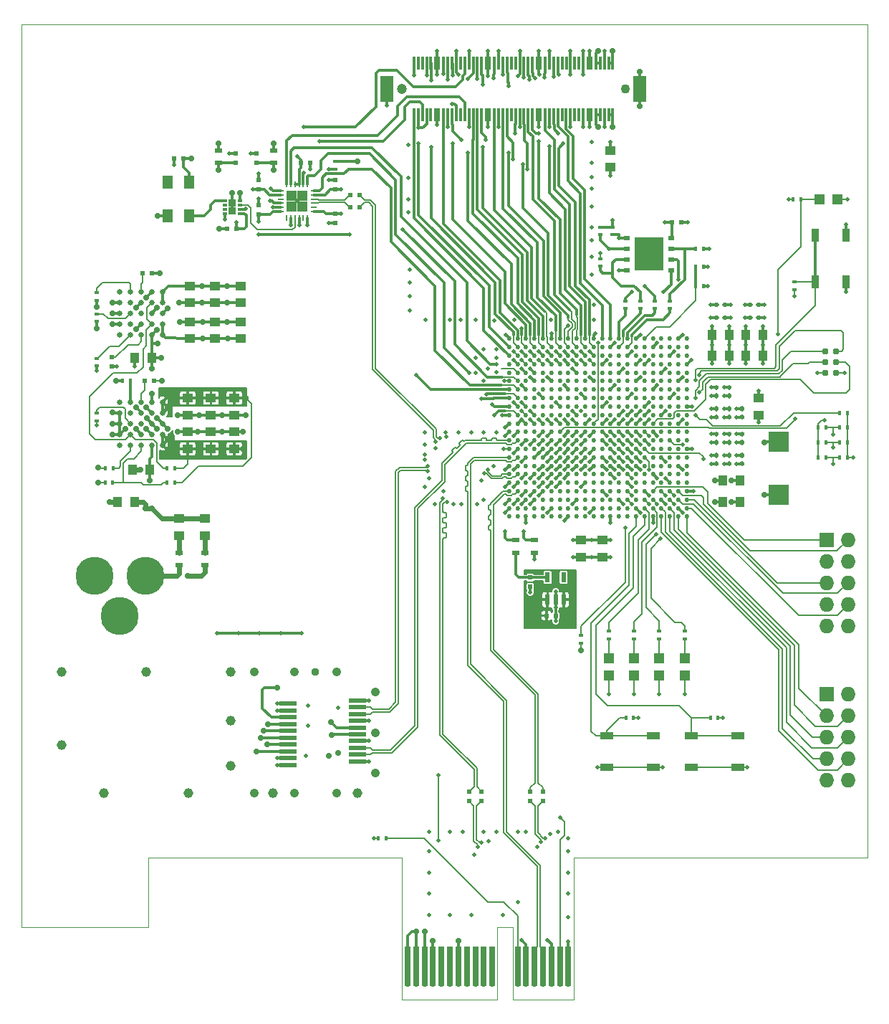
<source format=gtl>
G04 #@! TF.FileFunction,Copper,L1,Top,Signal*
%FSLAX46Y46*%
G04 Gerber Fmt 4.6, Leading zero omitted, Abs format (unit mm)*
G04 Created by KiCad (PCBNEW 4.0.1-stable) date Saturday, December 26, 2015 'PMt' 06:59:42 PM*
%MOMM*%
G01*
G04 APERTURE LIST*
%ADD10C,0.100000*%
%ADD11C,0.050000*%
%ADD12R,1.198880X1.198880*%
%ADD13R,1.727200X1.727200*%
%ADD14O,1.727200X1.727200*%
%ADD15C,4.500000*%
%ADD16R,0.620000X1.220000*%
%ADD17R,1.250000X1.000000*%
%ADD18C,0.635000*%
%ADD19R,0.400000X0.600000*%
%ADD20R,0.600000X0.500000*%
%ADD21R,0.900000X0.500000*%
%ADD22R,1.000000X1.250000*%
%ADD23R,0.500000X0.600000*%
%ADD24R,0.600000X0.400000*%
%ADD25R,0.700000X4.500000*%
%ADD26O,0.700000X0.500000*%
%ADD27C,0.530000*%
%ADD28C,0.950000*%
%ADD29C,1.050000*%
%ADD30C,1.150000*%
%ADD31O,0.250000X0.800000*%
%ADD32O,0.800000X0.250000*%
%ADD33R,1.250000X1.250000*%
%ADD34R,0.500000X0.300000*%
%ADD35R,0.900000X0.880000*%
%ADD36R,1.300000X1.600000*%
%ADD37R,3.400000X4.000000*%
%ADD38R,0.750000X0.500000*%
%ADD39R,1.500000X0.850000*%
%ADD40R,0.850000X1.500000*%
%ADD41R,2.000000X0.500000*%
%ADD42R,0.299720X1.600200*%
%ADD43R,0.701040X1.600200*%
%ADD44C,1.097280*%
%ADD45C,1.198880*%
%ADD46R,1.600200X3.098800*%
%ADD47R,2.430000X2.370000*%
%ADD48C,0.300000*%
%ADD49R,0.200000X0.300000*%
%ADD50R,0.300000X0.500000*%
%ADD51R,0.300000X0.200000*%
%ADD52O,0.787000X0.787000*%
%ADD53C,0.500000*%
%ADD54C,0.700000*%
%ADD55C,0.200000*%
%ADD56C,0.367000*%
%ADD57C,0.350000*%
%ADD58C,0.300000*%
%ADD59C,0.600000*%
%ADD60C,0.150000*%
%ADD61C,0.127000*%
%ADD62C,0.160000*%
G04 APERTURE END LIST*
D10*
D11*
X107150000Y-138250000D02*
X141850000Y-138250000D01*
X107150000Y-155000000D02*
X107150000Y-138250000D01*
X99950000Y-155000000D02*
X107150000Y-155000000D01*
X99950000Y-146500000D02*
X99950000Y-155000000D01*
X98050000Y-146500000D02*
X99950000Y-146500000D01*
X98050000Y-155000000D02*
X98050000Y-146500000D01*
X86850000Y-155000000D02*
X98050000Y-155000000D01*
X86850000Y-138250000D02*
X86850000Y-155000000D01*
X56850000Y-138250000D02*
X86850000Y-138250000D01*
X56850000Y-146500000D02*
X56850000Y-138250000D01*
X41850000Y-146500000D02*
X56850000Y-146500000D01*
X41850000Y-39850000D02*
X41850000Y-146500000D01*
X141850000Y-39850000D02*
X41850000Y-39850000D01*
X141850000Y-138250000D02*
X141850000Y-39850000D01*
D12*
X136200980Y-60500000D03*
X138299020Y-60500000D03*
X111250000Y-114700980D03*
X111250000Y-116799020D03*
X114250000Y-114700980D03*
X114250000Y-116799020D03*
X117250000Y-114700980D03*
X117250000Y-116799020D03*
X120250000Y-114700980D03*
X120250000Y-116799020D03*
D13*
X137000000Y-100750000D03*
D14*
X139540000Y-100750000D03*
X137000000Y-103290000D03*
X139540000Y-103290000D03*
X137000000Y-105830000D03*
X139540000Y-105830000D03*
X137000000Y-108370000D03*
X139540000Y-108370000D03*
X137000000Y-110910000D03*
X139540000Y-110910000D03*
D13*
X137000000Y-119000000D03*
D14*
X139540000Y-119000000D03*
X137000000Y-121540000D03*
X139540000Y-121540000D03*
X137000000Y-124080000D03*
X139540000Y-124080000D03*
X137000000Y-126620000D03*
X139540000Y-126620000D03*
X137000000Y-129160000D03*
X139540000Y-129160000D03*
D15*
X56500000Y-105000000D03*
X50500000Y-105000000D03*
X53500000Y-109700000D03*
D16*
X104050000Y-107810000D03*
X105000000Y-107810000D03*
X105950000Y-107810000D03*
X105950000Y-105190000D03*
X104050000Y-105190000D03*
D17*
X61500000Y-90000000D03*
X61500000Y-88000000D03*
D18*
X58540000Y-89540000D03*
X58540000Y-88270000D03*
X58540000Y-87000000D03*
X58540000Y-85730000D03*
X58540000Y-84460000D03*
X57270000Y-89540000D03*
X57270000Y-88270000D03*
X57270000Y-87000000D03*
X57270000Y-85730000D03*
X57270000Y-84460000D03*
X56000000Y-89540000D03*
X56000000Y-88270000D03*
X56000000Y-87000000D03*
X56000000Y-85730000D03*
X56000000Y-84460000D03*
X54730000Y-89540000D03*
X54730000Y-88270000D03*
X54730000Y-87000000D03*
X54730000Y-85730000D03*
X54730000Y-84460000D03*
X53460000Y-89540000D03*
X53460000Y-88270000D03*
X53460000Y-87000000D03*
X53460000Y-85730000D03*
X53460000Y-84460000D03*
D17*
X61500000Y-84000000D03*
X61500000Y-86000000D03*
D19*
X53800000Y-82000000D03*
X54700000Y-82000000D03*
D20*
X56450000Y-82000000D03*
X57550000Y-82000000D03*
D17*
X63500000Y-100250000D03*
X63500000Y-98250000D03*
D21*
X63500000Y-103750000D03*
X63500000Y-102250000D03*
D17*
X64750000Y-70750000D03*
X64750000Y-72750000D03*
X61750000Y-77000000D03*
X61750000Y-75000000D03*
D22*
X57250000Y-79250000D03*
X55250000Y-79250000D03*
X55250000Y-96250000D03*
X53250000Y-96250000D03*
D20*
X56200000Y-69250000D03*
X57300000Y-69250000D03*
D17*
X64750000Y-77000000D03*
X64750000Y-75000000D03*
X60500000Y-98250000D03*
X60500000Y-100250000D03*
D21*
X60500000Y-102250000D03*
X60500000Y-103750000D03*
D17*
X61750000Y-70750000D03*
X61750000Y-72750000D03*
D23*
X52500000Y-79200000D03*
X52500000Y-80300000D03*
D18*
X58540000Y-76540000D03*
X58540000Y-75270000D03*
X58540000Y-74000000D03*
X58540000Y-72730000D03*
X58540000Y-71460000D03*
X57270000Y-76540000D03*
X57270000Y-75270000D03*
X57270000Y-74000000D03*
X57270000Y-72730000D03*
X57270000Y-71460000D03*
X56000000Y-76540000D03*
X56000000Y-75270000D03*
X56000000Y-74000000D03*
X56000000Y-72730000D03*
X56000000Y-71460000D03*
X54730000Y-76540000D03*
X54730000Y-75270000D03*
X54730000Y-74000000D03*
X54730000Y-72730000D03*
X54730000Y-71460000D03*
X53460000Y-76540000D03*
X53460000Y-75270000D03*
X53460000Y-74000000D03*
X53460000Y-72730000D03*
X53460000Y-71460000D03*
D24*
X50750000Y-74050000D03*
X50750000Y-74950000D03*
X50750000Y-72450000D03*
X50750000Y-71550000D03*
X50750000Y-80200000D03*
X50750000Y-79300000D03*
D19*
X51800000Y-92250000D03*
X52700000Y-92250000D03*
X52650000Y-94000000D03*
X51750000Y-94000000D03*
X59050000Y-94000000D03*
X59950000Y-94000000D03*
D22*
X57000000Y-92500000D03*
X55000000Y-92500000D03*
D19*
X59950000Y-92250000D03*
X59050000Y-92250000D03*
D25*
X100500000Y-151000000D03*
X101500000Y-151000000D03*
X102500000Y-151000000D03*
X103500000Y-151000000D03*
X104500000Y-151000000D03*
X105500000Y-151000000D03*
X106500000Y-151000000D03*
X97500000Y-151000000D03*
X96500000Y-151000000D03*
X95500000Y-151000000D03*
X94500000Y-151000000D03*
X93500000Y-151000000D03*
X92500000Y-151000000D03*
X91500000Y-151000000D03*
X90500000Y-151000000D03*
X89500000Y-151000000D03*
X88500000Y-151000000D03*
X87500000Y-151000000D03*
D26*
X100500000Y-153250000D03*
X101500000Y-153250000D03*
X102500000Y-153250000D03*
X103500000Y-153250000D03*
X104500000Y-153250000D03*
X105500000Y-153250000D03*
X106500000Y-153250000D03*
X97500000Y-153250000D03*
X96500000Y-153250000D03*
X95500000Y-153250000D03*
X94500000Y-153250000D03*
X93500000Y-153250000D03*
X92500000Y-153250000D03*
X91500000Y-153250000D03*
X90500000Y-153250000D03*
X89500000Y-153250000D03*
X88500000Y-153250000D03*
X87500000Y-153250000D03*
D27*
X99500000Y-98000000D03*
X99500000Y-97000000D03*
X99500000Y-96000000D03*
X99500000Y-95000000D03*
X99500000Y-94000000D03*
X99500000Y-93000000D03*
X99500000Y-92000000D03*
X99500000Y-91000000D03*
X99500000Y-90000000D03*
X99500000Y-89000000D03*
X99500000Y-88000000D03*
X99500000Y-87000000D03*
X99500000Y-86000000D03*
X99500000Y-85000000D03*
X99500000Y-84000000D03*
X99500000Y-83000000D03*
X99500000Y-82000000D03*
X99500000Y-81000000D03*
X99500000Y-80000000D03*
X99500000Y-79000000D03*
X99500000Y-78000000D03*
X99500000Y-77000000D03*
X100500000Y-98000000D03*
X100500000Y-97000000D03*
X100500000Y-96000000D03*
X100500000Y-95000000D03*
X101500000Y-95000000D03*
X101500000Y-96000000D03*
X101500000Y-97000000D03*
X100500000Y-94000000D03*
X101500000Y-94000000D03*
X101500000Y-98000000D03*
X102500000Y-98000000D03*
X102500000Y-97000000D03*
X103500000Y-97000000D03*
X103500000Y-98000000D03*
X104500000Y-98000000D03*
X104500000Y-97000000D03*
X105500000Y-97000000D03*
X105500000Y-98000000D03*
X106500000Y-98000000D03*
X106500000Y-97000000D03*
X107500000Y-97000000D03*
X107500000Y-98000000D03*
X102500000Y-96000000D03*
X102500000Y-95000000D03*
X102500000Y-94000000D03*
X103500000Y-94000000D03*
X103500000Y-95000000D03*
X103500000Y-96000000D03*
X104500000Y-96000000D03*
X104500000Y-95000000D03*
X104500000Y-94000000D03*
X105500000Y-96000000D03*
X105500000Y-95000000D03*
X105500000Y-94000000D03*
X106500000Y-94000000D03*
X106500000Y-95000000D03*
X106500000Y-96000000D03*
X107500000Y-96000000D03*
X107500000Y-95000000D03*
X107500000Y-94000000D03*
X108500000Y-94000000D03*
X108500000Y-95000000D03*
X108500000Y-96000000D03*
X108500000Y-97000000D03*
X108500000Y-98000000D03*
X109500000Y-98000000D03*
X109500000Y-97000000D03*
X109500000Y-96000000D03*
X109500000Y-95000000D03*
X109500000Y-94000000D03*
X110500000Y-98000000D03*
X110500000Y-97000000D03*
X110500000Y-96000000D03*
X110500000Y-95000000D03*
X110500000Y-94000000D03*
X111500000Y-94000000D03*
X111500000Y-95000000D03*
X111500000Y-96000000D03*
X111500000Y-97000000D03*
X111500000Y-98000000D03*
X112500000Y-98000000D03*
X112500000Y-97000000D03*
X113500000Y-97000000D03*
X113500000Y-98000000D03*
X114500000Y-98000000D03*
X114500000Y-97000000D03*
X115500000Y-97000000D03*
X115500000Y-98000000D03*
X116500000Y-98000000D03*
X116500000Y-97000000D03*
X117500000Y-97000000D03*
X117500000Y-98000000D03*
X118500000Y-98000000D03*
X118500000Y-97000000D03*
X119500000Y-97000000D03*
X119500000Y-98000000D03*
X120500000Y-98000000D03*
X120500000Y-97000000D03*
X120500000Y-96000000D03*
X120500000Y-95000000D03*
X120500000Y-94000000D03*
X120500000Y-93000000D03*
X120500000Y-92000000D03*
X119500000Y-96000000D03*
X119500000Y-95000000D03*
X119500000Y-94000000D03*
X119500000Y-93000000D03*
X119500000Y-92000000D03*
X119500000Y-91000000D03*
X119500000Y-90000000D03*
X119500000Y-89000000D03*
X119500000Y-88000000D03*
X119500000Y-87000000D03*
X119500000Y-86000000D03*
X120500000Y-86000000D03*
X120500000Y-87000000D03*
X120500000Y-88000000D03*
X120500000Y-89000000D03*
X120500000Y-90000000D03*
X120500000Y-91000000D03*
X119500000Y-85000000D03*
X119500000Y-84000000D03*
X119500000Y-83000000D03*
X119500000Y-82000000D03*
X119500000Y-81000000D03*
X119500000Y-80000000D03*
X119500000Y-79000000D03*
X119500000Y-78000000D03*
X119500000Y-77000000D03*
X120500000Y-77000000D03*
X120500000Y-78000000D03*
X120500000Y-79000000D03*
X120500000Y-80000000D03*
X120500000Y-81000000D03*
X120500000Y-82000000D03*
X120500000Y-83000000D03*
X120500000Y-84000000D03*
X120500000Y-85000000D03*
X118500000Y-78000000D03*
X118500000Y-77000000D03*
X117500000Y-77000000D03*
X117500000Y-78000000D03*
X116500000Y-78000000D03*
X116500000Y-77000000D03*
X115500000Y-77000000D03*
X115500000Y-78000000D03*
X114500000Y-78000000D03*
X114500000Y-77000000D03*
X113500000Y-78000000D03*
X113500000Y-77000000D03*
X112500000Y-77000000D03*
X112500000Y-78000000D03*
X111500000Y-78000000D03*
X111500000Y-77000000D03*
X110500000Y-77000000D03*
X110500000Y-78000000D03*
X109500000Y-78000000D03*
X109500000Y-77000000D03*
X108500000Y-77000000D03*
X108500000Y-78000000D03*
X107500000Y-78000000D03*
X107500000Y-77000000D03*
X100500000Y-93000000D03*
X100500000Y-92000000D03*
X100500000Y-91000000D03*
X100500000Y-90000000D03*
X100500000Y-89000000D03*
X100500000Y-88000000D03*
X100500000Y-87000000D03*
X100500000Y-86000000D03*
X100500000Y-85000000D03*
X100500000Y-84000000D03*
X100500000Y-83000000D03*
X100500000Y-82000000D03*
X100500000Y-81000000D03*
X100500000Y-80000000D03*
X100500000Y-79000000D03*
X100500000Y-78000000D03*
X100500000Y-77000000D03*
X101500000Y-77000000D03*
X101500000Y-78000000D03*
X102500000Y-78000000D03*
X102500000Y-77000000D03*
X103500000Y-77000000D03*
X103500000Y-78000000D03*
X104500000Y-78000000D03*
X104500000Y-77000000D03*
X105500000Y-77000000D03*
X105500000Y-78000000D03*
X106500000Y-78000000D03*
X106500000Y-77000000D03*
X101500000Y-93000000D03*
X101500000Y-92000000D03*
X101500000Y-91000000D03*
X101500000Y-90000000D03*
X101500000Y-89000000D03*
X101500000Y-88000000D03*
X101500000Y-87000000D03*
X101500000Y-86000000D03*
X101500000Y-85000000D03*
X101500000Y-84000000D03*
X101500000Y-83000000D03*
X101500000Y-82000000D03*
X101500000Y-81000000D03*
X101500000Y-80000000D03*
X101500000Y-79000000D03*
X102500000Y-79000000D03*
X103500000Y-79000000D03*
X104500000Y-79000000D03*
X105500000Y-79000000D03*
X106500000Y-79000000D03*
X112500000Y-96000000D03*
X113500000Y-96000000D03*
X114500000Y-96000000D03*
X115500000Y-96000000D03*
X116500000Y-96000000D03*
X117500000Y-96000000D03*
X118500000Y-96000000D03*
X118500000Y-95000000D03*
X118500000Y-94000000D03*
X118500000Y-93000000D03*
X118500000Y-92000000D03*
X118500000Y-91000000D03*
X118500000Y-90000000D03*
X118500000Y-89000000D03*
X118500000Y-88000000D03*
X118500000Y-87000000D03*
X118500000Y-86000000D03*
X118500000Y-85000000D03*
X118500000Y-84000000D03*
X118500000Y-83000000D03*
X118500000Y-82000000D03*
X118500000Y-81000000D03*
X118500000Y-80000000D03*
X118500000Y-79000000D03*
X117500000Y-79000000D03*
X116500000Y-79000000D03*
X115500000Y-79000000D03*
X114500000Y-79000000D03*
X113500000Y-79000000D03*
X112500000Y-79000000D03*
X111500000Y-79000000D03*
X110500000Y-79000000D03*
X109500000Y-79000000D03*
X108500000Y-79000000D03*
X107500000Y-79000000D03*
X112500000Y-95000000D03*
X112500000Y-94000000D03*
X113500000Y-95000000D03*
X113500000Y-94000000D03*
X114500000Y-95000000D03*
X114500000Y-94000000D03*
X115500000Y-95000000D03*
X115500000Y-94000000D03*
X116500000Y-95000000D03*
X116500000Y-94000000D03*
X117500000Y-94000000D03*
X117500000Y-95000000D03*
X116500000Y-93000000D03*
X117500000Y-93000000D03*
X117500000Y-92000000D03*
X116500000Y-92000000D03*
X116500000Y-91000000D03*
X117500000Y-91000000D03*
X117500000Y-90000000D03*
X116500000Y-90000000D03*
X116500000Y-89000000D03*
X116500000Y-88000000D03*
X117500000Y-88000000D03*
X117500000Y-89000000D03*
X116500000Y-87000000D03*
X117500000Y-87000000D03*
X116500000Y-86000000D03*
X117500000Y-86000000D03*
X117500000Y-85000000D03*
X116500000Y-85000000D03*
X116500000Y-84000000D03*
X117500000Y-84000000D03*
X117500000Y-83000000D03*
X116500000Y-83000000D03*
X116500000Y-82000000D03*
X116500000Y-81000000D03*
X116500000Y-80000000D03*
X115500000Y-80000000D03*
X115500000Y-81000000D03*
X114500000Y-81000000D03*
X114500000Y-80000000D03*
X117500000Y-80000000D03*
X117500000Y-81000000D03*
X117500000Y-82000000D03*
X113500000Y-81000000D03*
X113500000Y-80000000D03*
X112500000Y-81000000D03*
X112500000Y-80000000D03*
X111500000Y-80000000D03*
X111500000Y-81000000D03*
X110500000Y-81000000D03*
X110500000Y-80000000D03*
X109500000Y-80000000D03*
X109500000Y-81000000D03*
X108500000Y-81000000D03*
X108500000Y-80000000D03*
X107500000Y-80000000D03*
X107500000Y-81000000D03*
X106500000Y-81000000D03*
X106500000Y-80000000D03*
X105500000Y-80000000D03*
X105500000Y-81000000D03*
X104500000Y-81000000D03*
X104500000Y-80000000D03*
X103500000Y-80000000D03*
X102500000Y-80000000D03*
X102500000Y-81000000D03*
X103500000Y-81000000D03*
X103500000Y-82000000D03*
X102500000Y-82000000D03*
X102500000Y-83000000D03*
X103500000Y-83000000D03*
X103500000Y-84000000D03*
X102500000Y-84000000D03*
X102500000Y-85000000D03*
X103500000Y-85000000D03*
X103500000Y-86000000D03*
X102500000Y-86000000D03*
X102500000Y-87000000D03*
X103500000Y-87000000D03*
X103500000Y-88000000D03*
X102500000Y-88000000D03*
X102500000Y-89000000D03*
X103500000Y-89000000D03*
X103500000Y-90000000D03*
X102500000Y-90000000D03*
X102500000Y-91000000D03*
X103500000Y-91000000D03*
X103500000Y-92000000D03*
X102500000Y-92000000D03*
X102500000Y-93000000D03*
X103500000Y-93000000D03*
X104500000Y-93000000D03*
X104500000Y-92000000D03*
X105500000Y-92000000D03*
X105500000Y-93000000D03*
X106500000Y-93000000D03*
X106500000Y-92000000D03*
X107500000Y-92000000D03*
X107500000Y-93000000D03*
X108500000Y-93000000D03*
X108500000Y-92000000D03*
X109500000Y-92000000D03*
X109500000Y-93000000D03*
X110500000Y-93000000D03*
X110500000Y-92000000D03*
X111500000Y-92000000D03*
X111500000Y-93000000D03*
X112500000Y-93000000D03*
X112500000Y-92000000D03*
X113500000Y-92000000D03*
X113500000Y-93000000D03*
X114500000Y-93000000D03*
X115500000Y-93000000D03*
X115500000Y-92000000D03*
X114500000Y-92000000D03*
X114500000Y-91000000D03*
X115500000Y-91000000D03*
X115500000Y-90000000D03*
X114500000Y-90000000D03*
X114500000Y-89000000D03*
X115500000Y-89000000D03*
X115500000Y-88000000D03*
X114500000Y-88000000D03*
X114500000Y-87000000D03*
X115500000Y-87000000D03*
X115500000Y-86000000D03*
X114500000Y-86000000D03*
X114500000Y-85000000D03*
X115500000Y-85000000D03*
X115500000Y-84000000D03*
X114500000Y-84000000D03*
X114500000Y-83000000D03*
X115500000Y-83000000D03*
X115500000Y-82000000D03*
X114500000Y-82000000D03*
X113500000Y-82000000D03*
X113500000Y-83000000D03*
X112500000Y-83000000D03*
X112500000Y-82000000D03*
X111500000Y-82000000D03*
X111500000Y-83000000D03*
X110500000Y-83000000D03*
X110500000Y-82000000D03*
X109500000Y-82000000D03*
X109500000Y-83000000D03*
X108500000Y-83000000D03*
X108500000Y-82000000D03*
X107500000Y-82000000D03*
X107500000Y-83000000D03*
X106500000Y-83000000D03*
X106500000Y-82000000D03*
X105500000Y-82000000D03*
X104500000Y-82000000D03*
X104500000Y-83000000D03*
X105500000Y-83000000D03*
X105500000Y-84000000D03*
X104500000Y-84000000D03*
X104500000Y-85000000D03*
X105500000Y-85000000D03*
X105500000Y-86000000D03*
X104500000Y-86000000D03*
X104500000Y-87000000D03*
X105500000Y-87000000D03*
X105500000Y-88000000D03*
X104500000Y-88000000D03*
X104500000Y-89000000D03*
X105500000Y-89000000D03*
X105500000Y-90000000D03*
X104500000Y-90000000D03*
X104500000Y-91000000D03*
X105500000Y-91000000D03*
X106500000Y-91000000D03*
X106500000Y-90000000D03*
X106500000Y-89000000D03*
X106500000Y-88000000D03*
X106500000Y-87000000D03*
X106500000Y-86000000D03*
X106500000Y-85000000D03*
X106500000Y-84000000D03*
X107500000Y-84000000D03*
X107500000Y-85000000D03*
X107500000Y-86000000D03*
X107500000Y-87000000D03*
X107500000Y-88000000D03*
X107500000Y-89000000D03*
X107500000Y-91000000D03*
X107500000Y-90000000D03*
X108500000Y-91000000D03*
X108500000Y-90000000D03*
X109500000Y-90000000D03*
X109500000Y-91000000D03*
X110500000Y-91000000D03*
X110500000Y-90000000D03*
X111500000Y-91000000D03*
X111500000Y-90000000D03*
X112500000Y-90000000D03*
X112500000Y-91000000D03*
X113500000Y-91000000D03*
X113500000Y-90000000D03*
X113500000Y-89000000D03*
X113500000Y-88000000D03*
X112500000Y-88000000D03*
X112500000Y-89000000D03*
X111500000Y-89000000D03*
X111500000Y-88000000D03*
X111500000Y-87000000D03*
X112500000Y-87000000D03*
X113500000Y-87000000D03*
X113500000Y-86000000D03*
X112500000Y-86000000D03*
X111500000Y-86000000D03*
X111500000Y-85000000D03*
X111500000Y-84000000D03*
X112500000Y-84000000D03*
X112500000Y-85000000D03*
X113500000Y-85000000D03*
X113500000Y-84000000D03*
X110500000Y-84000000D03*
X109500000Y-84000000D03*
X108500000Y-84000000D03*
X108500000Y-85000000D03*
X109500000Y-85000000D03*
X110500000Y-85000000D03*
X110500000Y-86000000D03*
X109500000Y-86000000D03*
X108500000Y-86000000D03*
X108500000Y-87000000D03*
X108500000Y-88000000D03*
X108500000Y-89000000D03*
X109500000Y-89000000D03*
X109500000Y-88000000D03*
X109500000Y-87000000D03*
X110500000Y-87000000D03*
X110500000Y-88000000D03*
X110500000Y-89000000D03*
D28*
X76600000Y-116375000D03*
D29*
X79100000Y-116375000D03*
X74100000Y-116375000D03*
X69400000Y-116375000D03*
X69400000Y-130625000D03*
X79100000Y-130625000D03*
X74100000Y-130625000D03*
X83700000Y-118700000D03*
X83700000Y-123500000D03*
X83700000Y-128300000D03*
D30*
X71600000Y-130625000D03*
X81600000Y-130625000D03*
X66600000Y-116375000D03*
X66600000Y-122055000D03*
X66600000Y-127455000D03*
X56600000Y-116375000D03*
X46600000Y-116375000D03*
X61600000Y-130625000D03*
X51600000Y-130625000D03*
X46600000Y-124955000D03*
D31*
X73175000Y-62700000D03*
X73675000Y-62700000D03*
X74175000Y-62700000D03*
X74675000Y-62700000D03*
X75175000Y-62700000D03*
X75675000Y-62700000D03*
D32*
X76375000Y-62000000D03*
X76375000Y-61500000D03*
X76375000Y-61000000D03*
X76375000Y-60500000D03*
X76375000Y-60000000D03*
X76375000Y-59500000D03*
D31*
X75675000Y-58800000D03*
X75175000Y-58800000D03*
X74675000Y-58800000D03*
X74175000Y-58800000D03*
X73675000Y-58800000D03*
X73175000Y-58800000D03*
D32*
X72475000Y-59500000D03*
X72475000Y-60000000D03*
X72475000Y-60500000D03*
X72475000Y-61000000D03*
X72475000Y-61500000D03*
X72475000Y-62000000D03*
D33*
X75050000Y-60125000D03*
X73800000Y-60125000D03*
X75050000Y-61375000D03*
X73800000Y-61375000D03*
D34*
X67675000Y-62190000D03*
X67675000Y-61690000D03*
X67675000Y-61190000D03*
X67675000Y-60690000D03*
X65875000Y-60690000D03*
X65875000Y-61190000D03*
X65875000Y-61690000D03*
X65875000Y-62190000D03*
D35*
X66775000Y-61000000D03*
X66775000Y-61880000D03*
D36*
X61675000Y-58500000D03*
X61675000Y-62500000D03*
X59175000Y-62500000D03*
X59175000Y-58500000D03*
D37*
X116000000Y-67000000D03*
D38*
X113375000Y-66365000D03*
X113375000Y-67635000D03*
X113375000Y-68905000D03*
X113375000Y-65095000D03*
X118625000Y-65095000D03*
X118625000Y-66365000D03*
X118625000Y-67635000D03*
X118625000Y-68905000D03*
D39*
X111000000Y-127600000D03*
X116500000Y-127600000D03*
X116500000Y-123900000D03*
X111000000Y-123900000D03*
X121000000Y-127600000D03*
X126500000Y-127600000D03*
X126500000Y-123900000D03*
X121000000Y-123900000D03*
D40*
X139350000Y-70250000D03*
X139350000Y-64750000D03*
X135650000Y-64750000D03*
X135650000Y-70250000D03*
D19*
X113300000Y-121750000D03*
X114200000Y-121750000D03*
X123300000Y-121750000D03*
X124200000Y-121750000D03*
D24*
X120250000Y-112450000D03*
X120250000Y-111550000D03*
X117250000Y-112450000D03*
X117250000Y-111550000D03*
X114250000Y-112450000D03*
X114250000Y-111550000D03*
X111250000Y-112450000D03*
X111250000Y-111550000D03*
D19*
X121550000Y-70750000D03*
X122450000Y-70750000D03*
X122450000Y-68500000D03*
X121550000Y-68500000D03*
D24*
X133250000Y-71200000D03*
X133250000Y-70300000D03*
D19*
X133050000Y-60500000D03*
X133950000Y-60500000D03*
X139450000Y-85750000D03*
X138550000Y-85750000D03*
D24*
X111750000Y-63800000D03*
X111750000Y-64700000D03*
D19*
X136950000Y-91000000D03*
X136050000Y-91000000D03*
X139450000Y-91000000D03*
X138550000Y-91000000D03*
X122450000Y-66375000D03*
X121550000Y-66375000D03*
D24*
X110250000Y-67550000D03*
X110250000Y-68450000D03*
X110250000Y-63800000D03*
X110250000Y-64700000D03*
D19*
X136950000Y-89250000D03*
X136050000Y-89250000D03*
X139450000Y-89250000D03*
X138550000Y-89250000D03*
D24*
X118500000Y-72550000D03*
X118500000Y-73450000D03*
X116750000Y-72550000D03*
X116750000Y-73450000D03*
X115000000Y-72550000D03*
X115000000Y-73450000D03*
X113250000Y-72550000D03*
X113250000Y-73450000D03*
D19*
X136950000Y-87500000D03*
X136050000Y-87500000D03*
X139450000Y-87500000D03*
X138550000Y-87500000D03*
X84950000Y-136000000D03*
X84050000Y-136000000D03*
D24*
X108000000Y-112050000D03*
X108000000Y-112950000D03*
D41*
X73400000Y-120100000D03*
X73400000Y-120900000D03*
X73400000Y-121700000D03*
X73400000Y-122500000D03*
X73400000Y-123300000D03*
X73400000Y-124100000D03*
X73400000Y-124900000D03*
X73400000Y-125700000D03*
X73400000Y-126500000D03*
X73400000Y-127300000D03*
X81600000Y-126900000D03*
X81600000Y-126100000D03*
X81600000Y-125300000D03*
X81600000Y-124500000D03*
X81600000Y-123700000D03*
X81600000Y-122900000D03*
X81600000Y-122100000D03*
X81600000Y-121300000D03*
X81600000Y-120500000D03*
X81600000Y-119700000D03*
D42*
X88249960Y-50560700D03*
X88750340Y-50560700D03*
X89250720Y-50560700D03*
X89751100Y-50560700D03*
X90248940Y-50560700D03*
D43*
X91000780Y-50560700D03*
D42*
X91750080Y-50560700D03*
X92250460Y-50560700D03*
X92750840Y-50560700D03*
X93251220Y-50560700D03*
X93749060Y-50560700D03*
X94249440Y-50560700D03*
X94749820Y-50560700D03*
X95250200Y-50560700D03*
X95750580Y-50560700D03*
X96250960Y-50560700D03*
D43*
X97000260Y-50560700D03*
D42*
X97749560Y-50560700D03*
X98249940Y-50560700D03*
X98750320Y-50560700D03*
X99250700Y-50560700D03*
X99751080Y-50560700D03*
X100248920Y-50560700D03*
X100749300Y-50560700D03*
X101249680Y-50560700D03*
X101750060Y-50560700D03*
X102250440Y-50560700D03*
D43*
X103002280Y-50560700D03*
D42*
X103749040Y-50560700D03*
X104249420Y-50560700D03*
X104749800Y-50560700D03*
X105250180Y-50560700D03*
X105750560Y-50560700D03*
X106250940Y-50560700D03*
X106748780Y-50560700D03*
X107249160Y-50560700D03*
X107749540Y-50560700D03*
X108249920Y-50560700D03*
D43*
X109001760Y-50560700D03*
D42*
X109751060Y-50560700D03*
X110248900Y-50560700D03*
X110749280Y-50560700D03*
X111249660Y-50560700D03*
X111750040Y-50560700D03*
X111755120Y-44459620D03*
X111254740Y-44459620D03*
X110754360Y-44459620D03*
X110253980Y-44459620D03*
X109756140Y-44459620D03*
D43*
X109006840Y-44459620D03*
D42*
X108255000Y-44459620D03*
X107754620Y-44459620D03*
X107254240Y-44459620D03*
X106753860Y-44459620D03*
X106256020Y-44459620D03*
X105755640Y-44459620D03*
X105255260Y-44459620D03*
X104754880Y-44459620D03*
X104254500Y-44459620D03*
X103754120Y-44459620D03*
D43*
X103004820Y-44459620D03*
D42*
X102252980Y-44459620D03*
X101752600Y-44459620D03*
X101252220Y-44459620D03*
X100751840Y-44459620D03*
X100254000Y-44459620D03*
X99753620Y-44459620D03*
X99253240Y-44459620D03*
X98752860Y-44459620D03*
X98252480Y-44459620D03*
X97752100Y-44459620D03*
D43*
X97002800Y-44459620D03*
D42*
X96250960Y-44459620D03*
X95750580Y-44459620D03*
X95250200Y-44459620D03*
X94749820Y-44459620D03*
X94251980Y-44459620D03*
X93751600Y-44459620D03*
X93251220Y-44459620D03*
X92750840Y-44459620D03*
X92250460Y-44459620D03*
X91750080Y-44459620D03*
D43*
X91000780Y-44459620D03*
D42*
X90248940Y-44459620D03*
X89751100Y-44459620D03*
X89250720Y-44459620D03*
X88750340Y-44459620D03*
X88249960Y-44459620D03*
D44*
X113200380Y-47500000D03*
D45*
X86799620Y-47500000D03*
D46*
X114950440Y-47500000D03*
X85049560Y-47500000D03*
D21*
X65175000Y-54750000D03*
X65175000Y-56250000D03*
X71675000Y-54750000D03*
X71675000Y-56250000D03*
X102500000Y-102250000D03*
X102500000Y-100750000D03*
X100250000Y-102250000D03*
X100250000Y-100750000D03*
D23*
X78925000Y-59350000D03*
X78925000Y-58250000D03*
X69925000Y-62350000D03*
X69925000Y-61250000D03*
X69675000Y-56250000D03*
X69675000Y-55150000D03*
D20*
X60975000Y-55750000D03*
X59875000Y-55750000D03*
D23*
X78925000Y-62250000D03*
X78925000Y-63350000D03*
D20*
X67225000Y-64000000D03*
X66125000Y-64000000D03*
X74875000Y-56250000D03*
X75975000Y-56250000D03*
D23*
X67175000Y-56250000D03*
X67175000Y-55150000D03*
X69925000Y-59350000D03*
X69925000Y-58250000D03*
D20*
X118700000Y-63250000D03*
X119800000Y-63250000D03*
X80700000Y-61500000D03*
X81800000Y-61500000D03*
X80700000Y-60000000D03*
X81800000Y-60000000D03*
D22*
X124750000Y-96250000D03*
X126750000Y-96250000D03*
X127500000Y-76500000D03*
X129500000Y-76500000D03*
X124750000Y-93750000D03*
X126750000Y-93750000D03*
D17*
X111500000Y-54750000D03*
X111500000Y-56750000D03*
D22*
X127500000Y-79000000D03*
X129500000Y-79000000D03*
X123500000Y-76500000D03*
X125500000Y-76500000D03*
D17*
X129000000Y-86000000D03*
X129000000Y-84000000D03*
D22*
X123500000Y-79000000D03*
X125500000Y-79000000D03*
D17*
X108000000Y-100750000D03*
X108000000Y-102750000D03*
X110500000Y-100750000D03*
X110500000Y-102750000D03*
D47*
X131350000Y-95420000D03*
X131350000Y-89180000D03*
D23*
X103475000Y-130450000D03*
X103475000Y-131550000D03*
X102000000Y-130450000D03*
X102000000Y-131550000D03*
X96250000Y-130450000D03*
X96250000Y-131550000D03*
X94750000Y-130475000D03*
X94750000Y-131575000D03*
D24*
X80675000Y-56050000D03*
X80675000Y-56950000D03*
X78925000Y-56050000D03*
X78925000Y-56950000D03*
D34*
X127000000Y-88250000D03*
X127000000Y-89250000D03*
D48*
X127100000Y-88400000D03*
X126900000Y-88400000D03*
X126900000Y-88100000D03*
X127100000Y-88100000D03*
X127100000Y-89100000D03*
X126900000Y-89100000D03*
X126900000Y-89400000D03*
X127100000Y-89400000D03*
D49*
X127000000Y-89400000D03*
X127000000Y-89100000D03*
X127000000Y-88400000D03*
X127000000Y-88100000D03*
D34*
X124000000Y-88250000D03*
X124000000Y-89250000D03*
D48*
X124100000Y-88400000D03*
X123900000Y-88400000D03*
X123900000Y-88100000D03*
X124100000Y-88100000D03*
X124100000Y-89100000D03*
X123900000Y-89100000D03*
X123900000Y-89400000D03*
X124100000Y-89400000D03*
D49*
X124000000Y-89400000D03*
X124000000Y-89100000D03*
X124000000Y-88400000D03*
X124000000Y-88100000D03*
D50*
X128000000Y-74500000D03*
X129000000Y-74500000D03*
D48*
X128150000Y-74400000D03*
X128150000Y-74600000D03*
X127850000Y-74600000D03*
X127850000Y-74400000D03*
X128850000Y-74400000D03*
X128850000Y-74600000D03*
X129150000Y-74600000D03*
X129150000Y-74400000D03*
D51*
X129150000Y-74500000D03*
X128850000Y-74500000D03*
X128150000Y-74500000D03*
X127850000Y-74500000D03*
D34*
X125500000Y-88250000D03*
X125500000Y-89250000D03*
D48*
X125600000Y-88400000D03*
X125400000Y-88400000D03*
X125400000Y-88100000D03*
X125600000Y-88100000D03*
X125600000Y-89100000D03*
X125400000Y-89100000D03*
X125400000Y-89400000D03*
X125600000Y-89400000D03*
D49*
X125500000Y-89400000D03*
X125500000Y-89100000D03*
X125500000Y-88400000D03*
X125500000Y-88100000D03*
D34*
X125500000Y-83750000D03*
X125500000Y-82750000D03*
D48*
X125400000Y-83600000D03*
X125600000Y-83600000D03*
X125600000Y-83900000D03*
X125400000Y-83900000D03*
X125400000Y-82900000D03*
X125600000Y-82900000D03*
X125600000Y-82600000D03*
X125400000Y-82600000D03*
D49*
X125500000Y-82600000D03*
X125500000Y-82900000D03*
X125500000Y-83600000D03*
X125500000Y-83900000D03*
D50*
X128000000Y-73000000D03*
X129000000Y-73000000D03*
D48*
X128150000Y-72900000D03*
X128150000Y-73100000D03*
X127850000Y-73100000D03*
X127850000Y-72900000D03*
X128850000Y-72900000D03*
X128850000Y-73100000D03*
X129150000Y-73100000D03*
X129150000Y-72900000D03*
D51*
X129150000Y-73000000D03*
X128850000Y-73000000D03*
X128150000Y-73000000D03*
X127850000Y-73000000D03*
D34*
X127000000Y-90750000D03*
X127000000Y-91750000D03*
D48*
X127100000Y-90900000D03*
X126900000Y-90900000D03*
X126900000Y-90600000D03*
X127100000Y-90600000D03*
X127100000Y-91600000D03*
X126900000Y-91600000D03*
X126900000Y-91900000D03*
X127100000Y-91900000D03*
D49*
X127000000Y-91900000D03*
X127000000Y-91600000D03*
X127000000Y-90900000D03*
X127000000Y-90600000D03*
D34*
X127000000Y-86250000D03*
X127000000Y-85250000D03*
D48*
X126900000Y-86100000D03*
X127100000Y-86100000D03*
X127100000Y-86400000D03*
X126900000Y-86400000D03*
X126900000Y-85400000D03*
X127100000Y-85400000D03*
X127100000Y-85100000D03*
X126900000Y-85100000D03*
D49*
X127000000Y-85100000D03*
X127000000Y-85400000D03*
X127000000Y-86100000D03*
X127000000Y-86400000D03*
D34*
X125500000Y-90750000D03*
X125500000Y-91750000D03*
D48*
X125600000Y-90900000D03*
X125400000Y-90900000D03*
X125400000Y-90600000D03*
X125600000Y-90600000D03*
X125600000Y-91600000D03*
X125400000Y-91600000D03*
X125400000Y-91900000D03*
X125600000Y-91900000D03*
D49*
X125500000Y-91900000D03*
X125500000Y-91600000D03*
X125500000Y-90900000D03*
X125500000Y-90600000D03*
D34*
X125500000Y-86250000D03*
X125500000Y-85250000D03*
D48*
X125400000Y-86100000D03*
X125600000Y-86100000D03*
X125600000Y-86400000D03*
X125400000Y-86400000D03*
X125400000Y-85400000D03*
X125600000Y-85400000D03*
X125600000Y-85100000D03*
X125400000Y-85100000D03*
D49*
X125500000Y-85100000D03*
X125500000Y-85400000D03*
X125500000Y-86100000D03*
X125500000Y-86400000D03*
D34*
X124000000Y-90750000D03*
X124000000Y-91750000D03*
D48*
X124100000Y-90900000D03*
X123900000Y-90900000D03*
X123900000Y-90600000D03*
X124100000Y-90600000D03*
X124100000Y-91600000D03*
X123900000Y-91600000D03*
X123900000Y-91900000D03*
X124100000Y-91900000D03*
D49*
X124000000Y-91900000D03*
X124000000Y-91600000D03*
X124000000Y-90900000D03*
X124000000Y-90600000D03*
D34*
X124000000Y-83750000D03*
X124000000Y-82750000D03*
D48*
X123900000Y-83600000D03*
X124100000Y-83600000D03*
X124100000Y-83900000D03*
X123900000Y-83900000D03*
X123900000Y-82900000D03*
X124100000Y-82900000D03*
X124100000Y-82600000D03*
X123900000Y-82600000D03*
D49*
X124000000Y-82600000D03*
X124000000Y-82900000D03*
X124000000Y-83600000D03*
X124000000Y-83900000D03*
D34*
X124000000Y-86250000D03*
X124000000Y-85250000D03*
D48*
X123900000Y-86100000D03*
X124100000Y-86100000D03*
X124100000Y-86400000D03*
X123900000Y-86400000D03*
X123900000Y-85400000D03*
X124100000Y-85400000D03*
X124100000Y-85100000D03*
X123900000Y-85100000D03*
D49*
X124000000Y-85100000D03*
X124000000Y-85400000D03*
X124000000Y-86100000D03*
X124000000Y-86400000D03*
D50*
X124000000Y-73000000D03*
X125000000Y-73000000D03*
D48*
X124150000Y-72900000D03*
X124150000Y-73100000D03*
X123850000Y-73100000D03*
X123850000Y-72900000D03*
X124850000Y-72900000D03*
X124850000Y-73100000D03*
X125150000Y-73100000D03*
X125150000Y-72900000D03*
D51*
X125150000Y-73000000D03*
X124850000Y-73000000D03*
X124150000Y-73000000D03*
X123850000Y-73000000D03*
D50*
X124000000Y-74500000D03*
X125000000Y-74500000D03*
D48*
X124150000Y-74400000D03*
X124150000Y-74600000D03*
X123850000Y-74600000D03*
X123850000Y-74400000D03*
X124850000Y-74400000D03*
X124850000Y-74600000D03*
X125150000Y-74600000D03*
X125150000Y-74400000D03*
D51*
X125150000Y-74500000D03*
X124850000Y-74500000D03*
X124150000Y-74500000D03*
X123850000Y-74500000D03*
D20*
X103900000Y-109700000D03*
X105000000Y-109700000D03*
D23*
X102000000Y-105200000D03*
X102000000Y-106300000D03*
D52*
X136865000Y-78480000D03*
X138135000Y-78480000D03*
X136865000Y-79750000D03*
X138135000Y-79750000D03*
X136865000Y-81020000D03*
X138135000Y-81020000D03*
D17*
X64250000Y-84000000D03*
X64250000Y-86000000D03*
X64250000Y-90000000D03*
X64250000Y-88000000D03*
X67750000Y-70750000D03*
X67750000Y-72750000D03*
X67750000Y-77000000D03*
X67750000Y-75000000D03*
X67000000Y-84000000D03*
X67000000Y-86000000D03*
X67000000Y-90000000D03*
X67000000Y-88000000D03*
D24*
X50750000Y-85800000D03*
X50750000Y-86700000D03*
D53*
X91677262Y-95827262D03*
X104000000Y-93500000D03*
X92122738Y-96272738D03*
X103000000Y-93500000D03*
X106500000Y-148200000D03*
X96250000Y-93700000D03*
X97650000Y-92000000D03*
X92050000Y-88600000D03*
X90800000Y-89950000D03*
X89550000Y-91250000D03*
X91750000Y-95000000D03*
X96500000Y-96000000D03*
X95750000Y-96500000D03*
X93850000Y-96500000D03*
X92950000Y-96500000D03*
X90750000Y-96500000D03*
X89500000Y-94500000D03*
X90000000Y-93500000D03*
X104350000Y-135450000D03*
X102800000Y-137000000D03*
X101500000Y-135250000D03*
X100500000Y-135250000D03*
X98000000Y-135250000D03*
X95400000Y-137950000D03*
X97050000Y-136300000D03*
X96500000Y-135250000D03*
X94000000Y-135250000D03*
X100500000Y-143500000D03*
X83500000Y-136000000D03*
D54*
X93500000Y-148100000D03*
X90500000Y-148100000D03*
D53*
X98750000Y-145000000D03*
X95000000Y-145000000D03*
X92500000Y-145000000D03*
X90000000Y-145000000D03*
X90000000Y-142500000D03*
X90000000Y-140000000D03*
X90000000Y-137500000D03*
X90000000Y-135250000D03*
X92500000Y-135250000D03*
X105250000Y-135250000D03*
X106500000Y-136000000D03*
X106500000Y-137500000D03*
X106500000Y-140000000D03*
X106500000Y-142500000D03*
X106500000Y-145250000D03*
X101000000Y-148000000D03*
X104000000Y-148000000D03*
X85050000Y-49450000D03*
D54*
X114950000Y-49500000D03*
X114950000Y-45500000D03*
D53*
X98000000Y-88050000D03*
X96500000Y-88050000D03*
X95000000Y-88050000D03*
X93500000Y-88050000D03*
X92000000Y-88050000D03*
X89550000Y-88050000D03*
X89550000Y-89500000D03*
X89550000Y-90700000D03*
X109250000Y-53800000D03*
X109250000Y-56250000D03*
X109250000Y-57900000D03*
X109250000Y-59300000D03*
X109250000Y-61400000D03*
X109250000Y-63850000D03*
X109250000Y-65400000D03*
X109250000Y-67300000D03*
X109250000Y-69450000D03*
X109550000Y-73000000D03*
X109550000Y-74750000D03*
X104400000Y-74750000D03*
X100100000Y-74750000D03*
X87550000Y-54100000D03*
X87550000Y-58000000D03*
X87550000Y-60550000D03*
X87550000Y-62050000D03*
X87750000Y-68800000D03*
X87750000Y-70350000D03*
X87750000Y-72000000D03*
X87750000Y-73650000D03*
X89600000Y-74750000D03*
X92500000Y-74750000D03*
X93800000Y-74750000D03*
X95550000Y-74750000D03*
X97740555Y-74809445D03*
X101000000Y-89500000D03*
X92776010Y-49250000D03*
X102000000Y-106950000D03*
X105000000Y-110300000D03*
X105000000Y-108750000D03*
X105000000Y-106875000D03*
X74425000Y-60750000D03*
D54*
X54100000Y-87650000D03*
X56650000Y-86400000D03*
X57900000Y-86350000D03*
X68050000Y-88000000D03*
X65600000Y-88000000D03*
X68350000Y-86000000D03*
X65600000Y-86000000D03*
X62850000Y-86000000D03*
D53*
X50750000Y-87250000D03*
D54*
X55950000Y-92500000D03*
D53*
X127600000Y-127600000D03*
X109900000Y-127600000D03*
X117600000Y-127600000D03*
X111250000Y-119000000D03*
X114250000Y-119000000D03*
X117250000Y-119000000D03*
X120250000Y-119000000D03*
X118000000Y-93500000D03*
X106476010Y-75400527D03*
X103000000Y-78500000D03*
X123000000Y-70750000D03*
X129650000Y-73000000D03*
X125650000Y-73000000D03*
X98014371Y-80973998D03*
X96500000Y-81982989D03*
X95500000Y-79250000D03*
X98000000Y-79250000D03*
X108000000Y-85500000D03*
X93500000Y-45800000D03*
X91000000Y-45800000D03*
X97000000Y-46000000D03*
X100500000Y-46000000D03*
X103050000Y-45800000D03*
X108250000Y-45800000D03*
X106750000Y-45800000D03*
X136800000Y-86600000D03*
X139500000Y-60500000D03*
X53100000Y-80300000D03*
X50750000Y-80750000D03*
X55250000Y-80250000D03*
X111500000Y-57750000D03*
X129650000Y-74500000D03*
X129500000Y-75550000D03*
X129500000Y-79950000D03*
X129500000Y-77750000D03*
X129500000Y-77750000D03*
X125500000Y-79950000D03*
X125500000Y-77750000D03*
X125500000Y-75550000D03*
X125650000Y-74500000D03*
X111450000Y-102750000D03*
X109250000Y-102750000D03*
X107050000Y-102750000D03*
X106000000Y-98500000D03*
X120000000Y-97500000D03*
X135925000Y-81025000D03*
X99000000Y-87500000D03*
D54*
X125800000Y-96250000D03*
X125800000Y-93750000D03*
X129650000Y-95400000D03*
D53*
X123400000Y-91750000D03*
X126400000Y-91750000D03*
X124900000Y-91750000D03*
X126400000Y-89250000D03*
X124900000Y-89250000D03*
X123400000Y-89250000D03*
X129000000Y-83150000D03*
X123400000Y-82750000D03*
X124900000Y-82750000D03*
X126400000Y-85250000D03*
X124900000Y-85250000D03*
X123400000Y-85250000D03*
D54*
X52250000Y-96250000D03*
D53*
X99000000Y-88500000D03*
X72050000Y-127300000D03*
X72050000Y-126500000D03*
X82950000Y-126900000D03*
X82950000Y-124500000D03*
X82950000Y-119700000D03*
X82950000Y-122100000D03*
X79250000Y-120550000D03*
X75750000Y-122700000D03*
X72050000Y-120100000D03*
X116500000Y-98750000D03*
X109000000Y-97500000D03*
X121000000Y-79500000D03*
X99000000Y-97500000D03*
X99000000Y-96500000D03*
X139350000Y-71475000D03*
X139350000Y-63500000D03*
X120575000Y-63250000D03*
D54*
X66775000Y-59750000D03*
D53*
X114000000Y-86500000D03*
X111000000Y-89500000D03*
X111000000Y-88500000D03*
X109000000Y-90500000D03*
X108000000Y-92500000D03*
X108000000Y-88500000D03*
X106000000Y-88500000D03*
X120000000Y-76500000D03*
X117000000Y-77500000D03*
X120000000Y-86500000D03*
X109000000Y-91500000D03*
X116000000Y-67000000D03*
X112500000Y-68900000D03*
X115000000Y-81500000D03*
X119000000Y-83500000D03*
X116000000Y-84500000D03*
X114000000Y-78500000D03*
X118000000Y-80500000D03*
X121100000Y-90000000D03*
X117000000Y-88500000D03*
X111000000Y-79500000D03*
X112000000Y-82500000D03*
X113000000Y-85500000D03*
X116000000Y-95500000D03*
X113000000Y-96500000D03*
X118000000Y-91500000D03*
X115000000Y-88500000D03*
X113000000Y-88500000D03*
X114000000Y-89500000D03*
X112000000Y-89500000D03*
X113000000Y-92500000D03*
X115000000Y-90500000D03*
X112000000Y-93500000D03*
X111000000Y-92500000D03*
X114000000Y-91500000D03*
X113000000Y-90500000D03*
X112000000Y-90500000D03*
X112000000Y-91500000D03*
X108000000Y-94500000D03*
X103000000Y-88500000D03*
X104000000Y-88500000D03*
X108000000Y-83500000D03*
X107000000Y-86500000D03*
X105000000Y-86500000D03*
X103000000Y-86500000D03*
X102000000Y-86500000D03*
X101000000Y-86500000D03*
X105000000Y-84500000D03*
X102000000Y-85500000D03*
X107000000Y-80500000D03*
X104000000Y-81500000D03*
D54*
X62700000Y-88000000D03*
X63275000Y-75000000D03*
X63225000Y-72750000D03*
X66150000Y-74975000D03*
X66125000Y-72725000D03*
X58225000Y-69250000D03*
X60500000Y-72725000D03*
X50750000Y-75775000D03*
X50750000Y-73225000D03*
X52575000Y-72725000D03*
X52575000Y-75275000D03*
X52575000Y-74000000D03*
X58450000Y-82000000D03*
X60300000Y-86000000D03*
X53000000Y-82000000D03*
X52575000Y-85725000D03*
X59150000Y-73375000D03*
X60550000Y-75000000D03*
X57900000Y-73350000D03*
X52575000Y-88275000D03*
X52575000Y-87000000D03*
X50950000Y-92225000D03*
X50950000Y-94000000D03*
X57900000Y-87625000D03*
X60300000Y-88000000D03*
X59175000Y-87625000D03*
D53*
X100000000Y-79500000D03*
X101000000Y-82500000D03*
D54*
X65225000Y-64000000D03*
X67675000Y-59750000D03*
X57925000Y-62500000D03*
D53*
X68950000Y-55150000D03*
X66450000Y-55150000D03*
X59900000Y-56475000D03*
X78200000Y-58250000D03*
X78200000Y-63350000D03*
X73675000Y-63600000D03*
X71573733Y-61474646D03*
X74701010Y-63598853D03*
X75675000Y-63600000D03*
X75975000Y-57000000D03*
X69925000Y-57475000D03*
X69925000Y-60475000D03*
X108000000Y-90500000D03*
X106000000Y-90500000D03*
X105000000Y-90500000D03*
X107000000Y-89500000D03*
X105000000Y-89500000D03*
X107000000Y-91500000D03*
X99000000Y-92500000D03*
X99000000Y-94500000D03*
X105000000Y-91500000D03*
X103000000Y-90500000D03*
X101000000Y-93500000D03*
X103000000Y-92500000D03*
X106000000Y-92500000D03*
X105000000Y-92500000D03*
X105000000Y-93500000D03*
X105000000Y-94500000D03*
X104000000Y-94500000D03*
X103000000Y-94500000D03*
X103000000Y-95500000D03*
X102000000Y-95500000D03*
X102000000Y-96500000D03*
X101000000Y-96500000D03*
X100000000Y-96500000D03*
X98875000Y-90000000D03*
X109650000Y-76375000D03*
X104275000Y-43000000D03*
X94750000Y-52000000D03*
X110750000Y-52000000D03*
X109000000Y-52000000D03*
X108250000Y-52000000D03*
X106750000Y-52000000D03*
X104250000Y-52000000D03*
X103000000Y-52000000D03*
X100750000Y-52000000D03*
X98250000Y-52000000D03*
X97000000Y-52000000D03*
X110750000Y-42975000D03*
X109000000Y-42975000D03*
X108250000Y-43025000D03*
X106750000Y-43025000D03*
X103000000Y-43000000D03*
X100750000Y-42975000D03*
X98250000Y-42975000D03*
X97000000Y-42975000D03*
X94750000Y-42975000D03*
X93250000Y-42975000D03*
X91000000Y-42975000D03*
X91000000Y-51775000D03*
X88776010Y-52100000D03*
X99100000Y-76500000D03*
D54*
X78150000Y-126250000D03*
X79250000Y-125900000D03*
D53*
X115000000Y-92500000D03*
D54*
X56500000Y-97000000D03*
X57250000Y-97000000D03*
X56625000Y-72100000D03*
X57250000Y-80500000D03*
X56625000Y-85100000D03*
X57250000Y-83500000D03*
X55375000Y-85100000D03*
X55375000Y-73350000D03*
X58375000Y-79250000D03*
X57880490Y-75925000D03*
X57950000Y-77550000D03*
X55375000Y-75900000D03*
X56625000Y-87625000D03*
X55375000Y-87650000D03*
X57000000Y-93700000D03*
X68350000Y-84000000D03*
X65600000Y-84000000D03*
X62900000Y-84000000D03*
D53*
X123400000Y-88250000D03*
D54*
X123800000Y-96250000D03*
X123850000Y-93750000D03*
X129650000Y-89200000D03*
D53*
X123400000Y-90750000D03*
X126400000Y-90750000D03*
X124900000Y-90750000D03*
X126400000Y-88250000D03*
X124900000Y-88250000D03*
X102500000Y-103000000D03*
X107000000Y-88500000D03*
X109000000Y-92500000D03*
X109000000Y-88500000D03*
X112000000Y-88500000D03*
X115000000Y-89500000D03*
X113000000Y-89500000D03*
X114000000Y-92500000D03*
X115000000Y-91500000D03*
X112000000Y-92500000D03*
X111000000Y-91500000D03*
X113000000Y-91500000D03*
X114000000Y-90500000D03*
D54*
X59900000Y-83225000D03*
X59275000Y-85075000D03*
X58975000Y-83200000D03*
X59900000Y-84000000D03*
D53*
X108000000Y-91500000D03*
X107000000Y-90500000D03*
X106000000Y-89500000D03*
X107000000Y-92500000D03*
X106000000Y-91500000D03*
X105950000Y-110800000D03*
X103900000Y-110750000D03*
D54*
X68050000Y-90000000D03*
X65600000Y-90000000D03*
X62850000Y-90000000D03*
D53*
X123400000Y-86250000D03*
X124900000Y-83750000D03*
X123400000Y-83750000D03*
X124900000Y-86250000D03*
X126400000Y-86250000D03*
X129000000Y-86850000D03*
X109000000Y-86500000D03*
X113000000Y-86500000D03*
X111000000Y-86500000D03*
X114000000Y-88500000D03*
X106000000Y-86500000D03*
D54*
X59875000Y-89525000D03*
X59875000Y-90750000D03*
D53*
X120000000Y-92500000D03*
X114800000Y-121750000D03*
X124750000Y-121750000D03*
D54*
X71675000Y-53925000D03*
X66250000Y-77000000D03*
X110000000Y-43000000D03*
X110000000Y-52000000D03*
D53*
X121100000Y-85000000D03*
X100973990Y-75750000D03*
X104500000Y-76400000D03*
X108000000Y-78500000D03*
X105000000Y-79500000D03*
X123000000Y-68500000D03*
X127350000Y-73000000D03*
X123350000Y-73000000D03*
X96950000Y-80500000D03*
X95500000Y-81000000D03*
X96500000Y-78250000D03*
X98000000Y-78250000D03*
X140200000Y-91000000D03*
X132500000Y-60500000D03*
X133250000Y-72000000D03*
X111500000Y-53750000D03*
X127350000Y-74500000D03*
X127500000Y-75550000D03*
X127500000Y-77750000D03*
X127500000Y-79950000D03*
X123350000Y-74500000D03*
X123500000Y-75550000D03*
X123500000Y-77750000D03*
X123500000Y-79950000D03*
X107050000Y-100750000D03*
X109250000Y-100750000D03*
X111500000Y-100750000D03*
X116000000Y-92500000D03*
X101500000Y-98750000D03*
X75000000Y-111750000D03*
X72500000Y-111750000D03*
X70000000Y-111750000D03*
X67500000Y-111750000D03*
X65000000Y-111750000D03*
X75750000Y-120300000D03*
X75500000Y-126250000D03*
X121250000Y-95000000D03*
X115000000Y-97500000D03*
X118000000Y-96500000D03*
X120000000Y-89500000D03*
X111000000Y-84500000D03*
X110250000Y-66875000D03*
X139150000Y-81025000D03*
X111750000Y-63000000D03*
X123125000Y-66375000D03*
X117925000Y-63250000D03*
X109000000Y-81500000D03*
D54*
X81550000Y-56050000D03*
X65175000Y-53925000D03*
D53*
X119000000Y-78500000D03*
X115000000Y-86500000D03*
X115000000Y-76500000D03*
X118000000Y-85500000D03*
X114000000Y-83500000D03*
X116000000Y-79500000D03*
X120000000Y-81500000D03*
X117000000Y-82500000D03*
X112000000Y-77500000D03*
X113000000Y-80500000D03*
X114000000Y-94500000D03*
X117000000Y-93500000D03*
X107000000Y-85500000D03*
X104000000Y-86500000D03*
X106000000Y-82500000D03*
X100000000Y-84500000D03*
X98925000Y-82000000D03*
X103000000Y-83500000D03*
X102000000Y-80500000D03*
X104000000Y-97500000D03*
X106000000Y-93500000D03*
X111500000Y-98750000D03*
X111000000Y-95500000D03*
X107000000Y-96500000D03*
D54*
X63250000Y-77000000D03*
X63225000Y-70750000D03*
X66125000Y-70750000D03*
X111750000Y-43000000D03*
X111750000Y-52000000D03*
D53*
X108000000Y-89500000D03*
X99000000Y-99750000D03*
X100000000Y-88500000D03*
X101000000Y-91500000D03*
X100000000Y-92500000D03*
X100000000Y-90500000D03*
X100000000Y-94500000D03*
X101000000Y-95500000D03*
X104000000Y-90500000D03*
X104000000Y-92500000D03*
X101250000Y-99750000D03*
X102000000Y-89500000D03*
X102000000Y-93500000D03*
X74500000Y-55500000D03*
D54*
X71675000Y-57100000D03*
D53*
X79650000Y-59350000D03*
X79650000Y-62250000D03*
X69925000Y-63125000D03*
X69175000Y-59350000D03*
D54*
X65175000Y-57075000D03*
X61900000Y-55750000D03*
D53*
X65875000Y-62875000D03*
X67225000Y-63250000D03*
D54*
X78500000Y-123800000D03*
X78475000Y-122300000D03*
D53*
X133300000Y-86450000D03*
X131300000Y-76450000D03*
X105500000Y-133500000D03*
X77125000Y-53675000D03*
X71250000Y-60750000D03*
X101002011Y-78500000D03*
X92276090Y-51950000D03*
X102000000Y-78500000D03*
X93854111Y-53525000D03*
X104000000Y-79500000D03*
X96725000Y-53525000D03*
X99975000Y-55825000D03*
X106000000Y-79500000D03*
X100225000Y-52725000D03*
X106000000Y-78500000D03*
X101675000Y-56950000D03*
X107000000Y-79500000D03*
X103025000Y-52725000D03*
X108000000Y-79500000D03*
X109000000Y-78500000D03*
X105302011Y-52750000D03*
X105375000Y-45825000D03*
X105901010Y-53975000D03*
X109000000Y-79500000D03*
X104775000Y-46075000D03*
X103700000Y-46175000D03*
X104226010Y-54275000D03*
X102550000Y-46200000D03*
X103000000Y-53700000D03*
X107000000Y-78500000D03*
X101875000Y-46425000D03*
X101250000Y-46150000D03*
X101126010Y-56400000D03*
X99400000Y-47125000D03*
X99400000Y-55025000D03*
X98750000Y-45825000D03*
X105000000Y-78500000D03*
X97650000Y-46200000D03*
X104000000Y-78500000D03*
X96350000Y-47025000D03*
X96350000Y-54350000D03*
X103000000Y-79500000D03*
X95709815Y-46355453D03*
X94575000Y-46325000D03*
X94625000Y-55025000D03*
X75250000Y-52000000D03*
X75250000Y-57425000D03*
X102000000Y-79500000D03*
X92802020Y-45850000D03*
X92276010Y-46375000D03*
X92802100Y-53950000D03*
X101000000Y-79500000D03*
X91750000Y-45750000D03*
X90276010Y-54325000D03*
X90276010Y-46525000D03*
X100000000Y-78500000D03*
X89750000Y-45850000D03*
X88775970Y-53950000D03*
X88250000Y-45875000D03*
X121500000Y-84000000D03*
X115000000Y-85500000D03*
X122000000Y-81300000D03*
X114000000Y-85500000D03*
X122000000Y-83350000D03*
X116000000Y-85500000D03*
X96800000Y-83526010D03*
D54*
X69600000Y-125700000D03*
D53*
X96577262Y-92922738D03*
X89850000Y-92665000D03*
X97022738Y-92477262D03*
X89850000Y-92035000D03*
X119000000Y-95500000D03*
X118000000Y-95500000D03*
X119000000Y-96500000D03*
X114000000Y-95500000D03*
X114000000Y-96500000D03*
X104000000Y-91500000D03*
X137750000Y-88300000D03*
X116000000Y-88500000D03*
X117750000Y-71500000D03*
X114000000Y-71500000D03*
X111250000Y-66350000D03*
X115500000Y-70750000D03*
X137750000Y-89800000D03*
X116000000Y-89500000D03*
X137750000Y-91800000D03*
X122450000Y-91200000D03*
X112500000Y-65100000D03*
X115000000Y-79500000D03*
X121500000Y-86000000D03*
X116000000Y-86500000D03*
X121500000Y-81850000D03*
X112000000Y-86500000D03*
X116900000Y-100100000D03*
X116000000Y-96500000D03*
X117400000Y-100600000D03*
X117000000Y-96500000D03*
X80600000Y-64650000D03*
X69900000Y-64650000D03*
X86925000Y-64075000D03*
X68375000Y-61675000D03*
X98000000Y-80000000D03*
X101000000Y-80500000D03*
X94750000Y-81000000D03*
X102000000Y-81500000D03*
X119500000Y-70000000D03*
X110000000Y-77500000D03*
X88500000Y-81275000D03*
X78150000Y-56950000D03*
X71325000Y-59250000D03*
X91272738Y-88721272D03*
X103000000Y-89500000D03*
X90827262Y-89166748D03*
X104000000Y-89500000D03*
X95777262Y-136972738D03*
X96222738Y-136527262D03*
X103277262Y-136391748D03*
X103722738Y-135946272D03*
D54*
X88500000Y-147000000D03*
X89500000Y-147000000D03*
X61500000Y-105000000D03*
D53*
X91100000Y-128500000D03*
X91100000Y-136250000D03*
D54*
X108000000Y-113800000D03*
D53*
X101000000Y-85500000D03*
D54*
X71000000Y-122500000D03*
D53*
X97500000Y-84750000D03*
D54*
X70500000Y-123300000D03*
D53*
X96200000Y-84052020D03*
D54*
X70875000Y-124900000D03*
D53*
X101000000Y-84500000D03*
D54*
X70100000Y-124100000D03*
D53*
X72050000Y-120900000D03*
X97725000Y-86026010D03*
X98650000Y-86026010D03*
D54*
X72125000Y-118225000D03*
D53*
X113200000Y-99350000D03*
X114000000Y-93500000D03*
D55*
X91335000Y-123811236D02*
X91335000Y-96381655D01*
X91335000Y-96381655D02*
X91677262Y-96039393D01*
X91677262Y-96039393D02*
X91677262Y-95827262D01*
X92335000Y-124811236D02*
X91335000Y-123811236D01*
X92335000Y-124818344D02*
X92335000Y-124811236D01*
X95347501Y-127830845D02*
X92335000Y-124818344D01*
X94750000Y-130475000D02*
X95347501Y-129877499D01*
X95347501Y-129877499D02*
X95347501Y-127830845D01*
D56*
X104500000Y-93000000D02*
X104000000Y-93500000D01*
D55*
X92122738Y-96272738D02*
X91910607Y-96272738D01*
X92059632Y-100016621D02*
X92063392Y-100050000D01*
X91697726Y-99356476D02*
X91679855Y-99384917D01*
X92063392Y-97650000D02*
X92063392Y-97950000D01*
X91910607Y-96272738D02*
X91665000Y-96518345D01*
X91668761Y-97383378D02*
X91679855Y-97415082D01*
X91665000Y-96518345D02*
X91665000Y-97350000D01*
X91665000Y-97350000D02*
X91668761Y-97383378D01*
X92048538Y-98015082D02*
X92030667Y-98043523D01*
X91749918Y-99314854D02*
X91721477Y-99332725D01*
X91679855Y-97415082D02*
X91697726Y-97443523D01*
X91665000Y-99450000D02*
X91665000Y-99750000D01*
X91697726Y-97443523D02*
X91721477Y-97467274D01*
X91946771Y-99903760D02*
X91978475Y-99914854D01*
X91815000Y-97500000D02*
X91913392Y-97500000D01*
X91913392Y-99900000D02*
X91946771Y-99903760D01*
X91749918Y-97485145D02*
X91781622Y-97496239D01*
X91721477Y-97467274D02*
X91749918Y-97485145D01*
X91781622Y-97496239D02*
X91815000Y-97500000D01*
X91913392Y-97500000D02*
X91946771Y-97503760D01*
X91978475Y-98085145D02*
X91946771Y-98096239D01*
X91946771Y-97503760D02*
X91978475Y-97514854D01*
X92006916Y-97532725D02*
X92030667Y-97556476D01*
X91978475Y-97514854D02*
X92006916Y-97532725D01*
X92030667Y-97556476D02*
X92048538Y-97584917D01*
X92048538Y-97584917D02*
X92059632Y-97616621D01*
X91946771Y-100496239D02*
X91913392Y-100500000D01*
X92059632Y-97616621D02*
X92063392Y-97650000D01*
X91721477Y-98132725D02*
X91697726Y-98156476D01*
X91697726Y-98156476D02*
X91679855Y-98184917D01*
X91679855Y-99384917D02*
X91668761Y-99416621D01*
X92063392Y-97950000D02*
X92059632Y-97983378D01*
X92059632Y-97983378D02*
X92048538Y-98015082D01*
X92030667Y-98043523D02*
X92006916Y-98067274D01*
X92006916Y-98067274D02*
X91978475Y-98085145D01*
X91946771Y-98096239D02*
X91913392Y-98100000D01*
X91913392Y-98100000D02*
X91815000Y-98100000D01*
X91815000Y-98100000D02*
X91781622Y-98103760D01*
X91781622Y-98103760D02*
X91749918Y-98114854D01*
X91749918Y-98114854D02*
X91721477Y-98132725D01*
X91668761Y-98216621D02*
X91665000Y-98250000D01*
X91679855Y-98184917D02*
X91668761Y-98216621D01*
X91665000Y-98550000D02*
X91668761Y-98583378D01*
X91665000Y-98250000D02*
X91665000Y-98550000D01*
X91679855Y-98615082D02*
X91697726Y-98643523D01*
X91668761Y-98583378D02*
X91679855Y-98615082D01*
X92665000Y-124681656D02*
X95677499Y-127694155D01*
X91697726Y-98643523D02*
X91721477Y-98667274D01*
X91721477Y-98667274D02*
X91749918Y-98685145D01*
X91749918Y-98685145D02*
X91781622Y-98696239D01*
X91815000Y-98700000D02*
X91913392Y-98700000D01*
X91781622Y-98696239D02*
X91815000Y-98700000D01*
X92006916Y-98732725D02*
X92030667Y-98756476D01*
X91978475Y-98714854D02*
X92006916Y-98732725D01*
X91946771Y-98703760D02*
X91978475Y-98714854D01*
X91913392Y-98700000D02*
X91946771Y-98703760D01*
X92030667Y-98756476D02*
X92048538Y-98784917D01*
X91679855Y-99815082D02*
X91697726Y-99843523D01*
X92059632Y-98816621D02*
X92063392Y-98850000D01*
X92048538Y-98784917D02*
X92059632Y-98816621D01*
X92059632Y-99183378D02*
X92048538Y-99215082D01*
X92063392Y-99150000D02*
X92059632Y-99183378D01*
X92063392Y-98850000D02*
X92063392Y-99150000D01*
X92048538Y-99215082D02*
X92030667Y-99243523D01*
X92006916Y-99267274D02*
X91978475Y-99285145D01*
X92030667Y-99243523D02*
X92006916Y-99267274D01*
X91913392Y-99300000D02*
X91815000Y-99300000D01*
X91946771Y-99296239D02*
X91913392Y-99300000D01*
X91978475Y-99285145D02*
X91946771Y-99296239D01*
X91815000Y-99300000D02*
X91781622Y-99303760D01*
X91781622Y-99303760D02*
X91749918Y-99314854D01*
X91721477Y-99332725D02*
X91697726Y-99356476D01*
X91668761Y-99416621D02*
X91665000Y-99450000D01*
X91781622Y-99896239D02*
X91815000Y-99900000D01*
X91665000Y-99750000D02*
X91668761Y-99783378D01*
X92048538Y-99984917D02*
X92059632Y-100016621D01*
X91668761Y-99783378D02*
X91679855Y-99815082D01*
X91697726Y-99843523D02*
X91721477Y-99867274D01*
X92063392Y-100050000D02*
X92063392Y-100350000D01*
X91721477Y-99867274D02*
X91749918Y-99885145D01*
X91749918Y-99885145D02*
X91781622Y-99896239D01*
X91815000Y-99900000D02*
X91913392Y-99900000D01*
X91978475Y-99914854D02*
X92006916Y-99932725D01*
X92006916Y-99932725D02*
X92030667Y-99956476D01*
X92030667Y-99956476D02*
X92048538Y-99984917D01*
X92063392Y-100350000D02*
X92059632Y-100383378D01*
X92059632Y-100383378D02*
X92048538Y-100415082D01*
X92048538Y-100415082D02*
X92030667Y-100443523D01*
X92030667Y-100443523D02*
X92006916Y-100467274D01*
X92006916Y-100467274D02*
X91978475Y-100485145D01*
X91978475Y-100485145D02*
X91946771Y-100496239D01*
X91721477Y-100532725D02*
X91697726Y-100556476D01*
X91913392Y-100500000D02*
X91815000Y-100500000D01*
X91679855Y-100584917D02*
X91668761Y-100616621D01*
X91815000Y-100500000D02*
X91781622Y-100503760D01*
X95677499Y-127694155D02*
X95677499Y-129877499D01*
X91781622Y-100503760D02*
X91749918Y-100514854D01*
X91749918Y-100514854D02*
X91721477Y-100532725D01*
X91697726Y-100556476D02*
X91679855Y-100584917D01*
X91668761Y-100616621D02*
X91665000Y-100650000D01*
X91665000Y-100650000D02*
X91665000Y-123674548D01*
X91665000Y-123674548D02*
X92665000Y-124674548D01*
X92665000Y-124674548D02*
X92665000Y-124681656D01*
X95677499Y-129877499D02*
X96250000Y-130450000D01*
D56*
X103500000Y-93000000D02*
X103000000Y-93500000D01*
D55*
X99500000Y-95000000D02*
X98792655Y-95000000D01*
X97332079Y-96483579D02*
X97323462Y-96508204D01*
X102572500Y-129427500D02*
X102000000Y-130000000D01*
X97244420Y-98377079D02*
X97269045Y-98385696D01*
X97335000Y-97290663D02*
X97335000Y-97657655D01*
X97335000Y-97657655D02*
X97332079Y-97683579D01*
X97335000Y-113818344D02*
X102572500Y-119055844D01*
X98792655Y-95000000D02*
X97335000Y-96457655D01*
X97145856Y-98348741D02*
X97167946Y-98362621D01*
X97323462Y-97240113D02*
X97332079Y-97264738D01*
X97335000Y-96457655D02*
X97332079Y-96483579D01*
X97127409Y-96618023D02*
X97113529Y-96640113D01*
X97323462Y-96508204D02*
X97309582Y-96530294D01*
X97309582Y-96530294D02*
X97291135Y-96548741D01*
X97291135Y-96548741D02*
X97269045Y-96562621D01*
X97269045Y-96562621D02*
X97244420Y-96571238D01*
X97167946Y-99562621D02*
X97192571Y-99571238D01*
X97192571Y-99571238D02*
X97244420Y-99577079D01*
X97244420Y-99577079D02*
X97269045Y-99585696D01*
X97291135Y-98399576D02*
X97309582Y-98418023D01*
X97192571Y-96577079D02*
X97167946Y-96585696D01*
X97269045Y-97762621D02*
X97244420Y-97771238D01*
X97244420Y-96571238D02*
X97192571Y-96577079D01*
X97145856Y-96599576D02*
X97127409Y-96618023D01*
X97269045Y-97185696D02*
X97291135Y-97199576D01*
X97167946Y-96585696D02*
X97145856Y-96599576D01*
X97145856Y-97148741D02*
X97167946Y-97162621D01*
X97101992Y-98257655D02*
X97104912Y-98283579D01*
X97113529Y-96640113D02*
X97104912Y-96664738D01*
X97332079Y-98464738D02*
X97335000Y-98490663D01*
X97104912Y-96664738D02*
X97101992Y-96690663D01*
X97101992Y-96690663D02*
X97101992Y-97057655D01*
X97101992Y-97057655D02*
X97104912Y-97083579D01*
X97104912Y-97083579D02*
X97113529Y-97108204D01*
X97113529Y-97108204D02*
X97127409Y-97130294D01*
X97323462Y-98908204D02*
X97309582Y-98930294D01*
X97127409Y-97130294D02*
X97145856Y-97148741D01*
X97291135Y-98948741D02*
X97269045Y-98962621D01*
X97309582Y-97218023D02*
X97323462Y-97240113D01*
X97167946Y-97785696D02*
X97145856Y-97799576D01*
X97127409Y-98330294D02*
X97145856Y-98348741D01*
X97167946Y-97162621D02*
X97192571Y-97171238D01*
X97192571Y-97171238D02*
X97244420Y-97177079D01*
X97244420Y-97177079D02*
X97269045Y-97185696D01*
X97291135Y-97199576D02*
X97309582Y-97218023D01*
X97244420Y-97771238D02*
X97192571Y-97777079D01*
X97113529Y-98308204D02*
X97127409Y-98330294D01*
X97332079Y-97264738D02*
X97335000Y-97290663D01*
X97332079Y-97683579D02*
X97323462Y-97708204D01*
X97104912Y-97864738D02*
X97101992Y-97890663D01*
X97323462Y-97708204D02*
X97309582Y-97730294D01*
X97269045Y-98385696D02*
X97291135Y-98399576D01*
X97309582Y-97730294D02*
X97291135Y-97748741D01*
X97291135Y-97748741D02*
X97269045Y-97762621D01*
X97192571Y-97777079D02*
X97167946Y-97785696D01*
X97335000Y-98490663D02*
X97335000Y-98857655D01*
X97192571Y-98977079D02*
X97167946Y-98985696D01*
X97145856Y-97799576D02*
X97127409Y-97818023D01*
X97127409Y-97818023D02*
X97113529Y-97840113D01*
X97167946Y-98985696D02*
X97145856Y-98999576D01*
X97113529Y-97840113D02*
X97104912Y-97864738D01*
X97145856Y-99548741D02*
X97167946Y-99562621D01*
X97101992Y-97890663D02*
X97101992Y-98257655D01*
X97332079Y-98883579D02*
X97323462Y-98908204D01*
X97104912Y-98283579D02*
X97113529Y-98308204D01*
X97192571Y-98371238D02*
X97244420Y-98377079D01*
X97167946Y-98362621D02*
X97192571Y-98371238D01*
X97104912Y-99483579D02*
X97113529Y-99508204D01*
X97269045Y-98962621D02*
X97244420Y-98971238D01*
X97309582Y-98418023D02*
X97323462Y-98440113D01*
X97323462Y-98440113D02*
X97332079Y-98464738D01*
X97332079Y-99664738D02*
X97335000Y-99690663D01*
X97335000Y-98857655D02*
X97332079Y-98883579D01*
X97127409Y-99530294D02*
X97145856Y-99548741D01*
X97309582Y-98930294D02*
X97291135Y-98948741D01*
X102000000Y-130000000D02*
X102000000Y-130450000D01*
X97244420Y-98971238D02*
X97192571Y-98977079D01*
X97145856Y-98999576D02*
X97127409Y-99018023D01*
X97127409Y-99018023D02*
X97113529Y-99040113D01*
X97113529Y-99040113D02*
X97104912Y-99064738D01*
X97104912Y-99064738D02*
X97101992Y-99090663D01*
X97101992Y-99090663D02*
X97101992Y-99457655D01*
X97101992Y-99457655D02*
X97104912Y-99483579D01*
X97113529Y-99508204D02*
X97127409Y-99530294D01*
X97269045Y-99585696D02*
X97291135Y-99599576D01*
X97291135Y-99599576D02*
X97309582Y-99618023D01*
X97309582Y-99618023D02*
X97323462Y-99640113D01*
X97323462Y-99640113D02*
X97332079Y-99664738D01*
X97335000Y-99690663D02*
X97335000Y-113818344D01*
X102572500Y-119055844D02*
X102572500Y-129427500D01*
D57*
X102000000Y-130450000D02*
X102000000Y-130400000D01*
X99448999Y-95051001D02*
X99500000Y-95000000D01*
D55*
X98929343Y-95330000D02*
X99103318Y-95330000D01*
X99103318Y-95330000D02*
X99264319Y-95491001D01*
X97665000Y-96594343D02*
X98929343Y-95330000D01*
X100170000Y-95330000D02*
X100500000Y-95000000D01*
X99896682Y-95330000D02*
X100170000Y-95330000D01*
X99735681Y-95491001D02*
X99896682Y-95330000D01*
X99264319Y-95491001D02*
X99735681Y-95491001D01*
X102902500Y-118919156D02*
X97665000Y-113681656D01*
X97665000Y-113681656D02*
X97665000Y-96594343D01*
X102902500Y-129427500D02*
X102902500Y-118919156D01*
X103475000Y-130000000D02*
X102902500Y-129427500D01*
X103475000Y-130450000D02*
X103475000Y-130000000D01*
D57*
X103475000Y-130450000D02*
X103475000Y-130400000D01*
D55*
X56450000Y-83025000D02*
X56000000Y-83475000D01*
X56450000Y-82000000D02*
X56450000Y-83025000D01*
X56000000Y-83475000D02*
X56000000Y-84460000D01*
D57*
X106500000Y-148200000D02*
X106500000Y-151000000D01*
X90500000Y-148100000D02*
X90500000Y-151000000D01*
D55*
X84050000Y-136000000D02*
X83500000Y-136000000D01*
D57*
X93500000Y-151000000D02*
X93500000Y-148100000D01*
D58*
X101000000Y-148000000D02*
X101500000Y-148500000D01*
X101500000Y-148500000D02*
X101500000Y-151000000D01*
X104500000Y-151000000D02*
X104500000Y-148450000D01*
X104500000Y-148450000D02*
X104050000Y-148000000D01*
X104050000Y-148000000D02*
X104000000Y-148000000D01*
X85049560Y-47500000D02*
X85049560Y-49449560D01*
X85049560Y-49449560D02*
X85050000Y-49450000D01*
D57*
X114950440Y-47500000D02*
X114950440Y-49499560D01*
X114950440Y-49499560D02*
X114950000Y-49500000D01*
X114950440Y-47500000D02*
X114950440Y-45500440D01*
X114950440Y-45500440D02*
X114950000Y-45500000D01*
D58*
X101350000Y-89000000D02*
X101650000Y-89000000D01*
X101000000Y-89500000D02*
X101500000Y-89000000D01*
X67750000Y-75000000D02*
X66175000Y-75000000D01*
X66175000Y-75000000D02*
X66150000Y-74975000D01*
X67750000Y-72750000D02*
X66150000Y-72750000D01*
X66150000Y-72750000D02*
X66125000Y-72725000D01*
X93251220Y-50560700D02*
X93251220Y-49460600D01*
X93251220Y-49460600D02*
X93040620Y-49250000D01*
X93040620Y-49250000D02*
X92776010Y-49250000D01*
X89751100Y-50560700D02*
X89751100Y-51660800D01*
X89751100Y-51660800D02*
X89311900Y-52100000D01*
X89311900Y-52100000D02*
X88776010Y-52100000D01*
X102000000Y-106300000D02*
X102000000Y-106950000D01*
X105000000Y-109700000D02*
X105000000Y-110300000D01*
X105000000Y-108750000D02*
X105000000Y-109700000D01*
X105000000Y-107810000D02*
X105000000Y-108750000D01*
X105000000Y-107810000D02*
X105000000Y-106875000D01*
X53460000Y-88270000D02*
X53480000Y-88270000D01*
X53480000Y-88270000D02*
X54100000Y-87650000D01*
X57270000Y-87000000D02*
X57250000Y-87000000D01*
X57250000Y-87000000D02*
X56650000Y-86400000D01*
X58540000Y-87000000D02*
X58540000Y-86990000D01*
X58540000Y-86990000D02*
X57900000Y-86350000D01*
X67000000Y-88000000D02*
X68050000Y-88000000D01*
X67000000Y-88000000D02*
X65600000Y-88000000D01*
X64250000Y-88000000D02*
X65600000Y-88000000D01*
X64250000Y-88000000D02*
X62700000Y-88000000D01*
X67000000Y-86000000D02*
X68350000Y-86000000D01*
X64250000Y-86000000D02*
X65600000Y-86000000D01*
X67000000Y-86000000D02*
X65600000Y-86000000D01*
X64250000Y-86000000D02*
X62850000Y-86000000D01*
X61500000Y-86000000D02*
X62850000Y-86000000D01*
D55*
X50750000Y-86700000D02*
X50750000Y-87250000D01*
D59*
X55000000Y-92500000D02*
X55950000Y-92500000D01*
D55*
X126500000Y-127600000D02*
X127600000Y-127600000D01*
X111000000Y-127600000D02*
X109900000Y-127600000D01*
X116500000Y-127600000D02*
X117600000Y-127600000D01*
X121000000Y-127600000D02*
X126500000Y-127600000D01*
X111000000Y-127600000D02*
X116500000Y-127600000D01*
X111250000Y-116799020D02*
X111250000Y-119000000D01*
X114250000Y-116799020D02*
X114250000Y-119000000D01*
X117250000Y-116799020D02*
X117250000Y-119000000D01*
X120250000Y-116799020D02*
X120250000Y-119000000D01*
D58*
X118000000Y-93500000D02*
X118500000Y-94000000D01*
D55*
X106000000Y-76000000D02*
X106000000Y-75876537D01*
X106000000Y-75876537D02*
X106476010Y-75400527D01*
X106000000Y-76500000D02*
X106000000Y-76000000D01*
X106000000Y-77500000D02*
X106000000Y-76500000D01*
X106500000Y-78000000D02*
X106000000Y-77500000D01*
D58*
X103500000Y-79000000D02*
X103000000Y-78500000D01*
X122450000Y-70750000D02*
X123000000Y-70750000D01*
X129000000Y-73000000D02*
X129650000Y-73000000D01*
X125650000Y-73000000D02*
X124850000Y-73000000D01*
X93251220Y-44459620D02*
X93251220Y-45551220D01*
X93251220Y-45551220D02*
X93500000Y-45800000D01*
X91000780Y-44459620D02*
X91000780Y-45799220D01*
X91000780Y-45799220D02*
X91000000Y-45800000D01*
X97002800Y-44459620D02*
X97002800Y-45997200D01*
X97002800Y-45997200D02*
X97000000Y-46000000D01*
X100751840Y-44459620D02*
X100751840Y-45748160D01*
X100751840Y-45748160D02*
X100500000Y-46000000D01*
X103004820Y-44459620D02*
X103004820Y-45754820D01*
X103004820Y-45754820D02*
X103050000Y-45800000D01*
X108255000Y-44459620D02*
X108255000Y-45795000D01*
X108255000Y-45795000D02*
X108250000Y-45800000D01*
X106753860Y-44459620D02*
X106753860Y-45796140D01*
X106753860Y-45796140D02*
X106750000Y-45800000D01*
X66775000Y-61880000D02*
X66775000Y-61000000D01*
X104950000Y-107860000D02*
X105000000Y-107810000D01*
D55*
X136050000Y-87000000D02*
X136450000Y-86600000D01*
X136450000Y-86600000D02*
X136800000Y-86600000D01*
X136050000Y-87400000D02*
X136050000Y-87000000D01*
X136050000Y-87500000D02*
X136050000Y-87400000D01*
X136050000Y-89250000D02*
X136050000Y-91000000D01*
X136050000Y-87500000D02*
X136050000Y-89250000D01*
X138299020Y-60500000D02*
X139500000Y-60500000D01*
D58*
X52500000Y-80300000D02*
X53100000Y-80300000D01*
X50750000Y-80200000D02*
X50750000Y-80750000D01*
X55250000Y-79250000D02*
X55250000Y-80250000D01*
X111500000Y-56750000D02*
X111500000Y-57750000D01*
X128850000Y-74500000D02*
X129650000Y-74500000D01*
X129500000Y-76500000D02*
X129500000Y-75550000D01*
X129500000Y-79000000D02*
X129500000Y-79950000D01*
X129500000Y-77750000D02*
X129500000Y-79000000D01*
X129500000Y-76500000D02*
X129500000Y-77750000D01*
X125500000Y-79000000D02*
X125500000Y-79950000D01*
X125500000Y-77750000D02*
X125500000Y-79000000D01*
X125500000Y-76500000D02*
X125500000Y-77750000D01*
X125500000Y-76500000D02*
X125500000Y-75550000D01*
X125000000Y-74500000D02*
X125650000Y-74500000D01*
X110500000Y-102750000D02*
X111450000Y-102750000D01*
X110500000Y-102750000D02*
X109250000Y-102750000D01*
X108000000Y-102750000D02*
X109250000Y-102750000D01*
X108000000Y-102750000D02*
X107050000Y-102750000D01*
X106500000Y-98000000D02*
X106000000Y-98500000D01*
X119500000Y-97000000D02*
X120000000Y-97500000D01*
D60*
X136865000Y-81020000D02*
X135930000Y-81020000D01*
X135930000Y-81020000D02*
X135925000Y-81025000D01*
D58*
X99500000Y-87000000D02*
X99000000Y-87500000D01*
X100500000Y-87000000D02*
X101000000Y-86500000D01*
X126750000Y-96250000D02*
X125800000Y-96250000D01*
X126750000Y-93750000D02*
X125800000Y-93750000D01*
X131350000Y-95420000D02*
X129670000Y-95420000D01*
X129670000Y-95420000D02*
X129650000Y-95400000D01*
X124900000Y-89250000D02*
X125500000Y-89250000D01*
X123400000Y-91750000D02*
X124000000Y-91750000D01*
X127000000Y-91750000D02*
X126400000Y-91750000D01*
X125500000Y-91750000D02*
X124900000Y-91750000D01*
X127000000Y-89250000D02*
X126400000Y-89250000D01*
X124000000Y-89250000D02*
X123400000Y-89250000D01*
X129000000Y-84000000D02*
X129000000Y-83150000D01*
X124000000Y-82750000D02*
X123400000Y-82750000D01*
X125500000Y-82750000D02*
X124900000Y-82750000D01*
X127000000Y-85250000D02*
X126400000Y-85250000D01*
X125500000Y-85250000D02*
X124900000Y-85250000D01*
X124000000Y-85250000D02*
X123400000Y-85250000D01*
D59*
X53250000Y-96250000D02*
X52250000Y-96250000D01*
D58*
X99500000Y-88000000D02*
X99000000Y-88500000D01*
X73400000Y-127300000D02*
X72050000Y-127300000D01*
X73400000Y-126500000D02*
X72050000Y-126500000D01*
X81600000Y-126900000D02*
X82950000Y-126900000D01*
X81600000Y-124500000D02*
X82950000Y-124500000D01*
X81600000Y-119700000D02*
X82950000Y-119700000D01*
X81600000Y-122100000D02*
X82950000Y-122100000D01*
X73400000Y-120100000D02*
X72050000Y-120100000D01*
X116500000Y-98000000D02*
X116500000Y-98750000D01*
X109500000Y-97000000D02*
X109000000Y-97500000D01*
X120500000Y-80000000D02*
X121000000Y-79500000D01*
X99500000Y-97000000D02*
X99000000Y-97500000D01*
X99500000Y-96000000D02*
X99000000Y-96500000D01*
X139350000Y-70250000D02*
X139350000Y-71475000D01*
X139350000Y-64750000D02*
X139350000Y-63500000D01*
X119800000Y-63250000D02*
X120575000Y-63250000D01*
X102500000Y-91000000D02*
X103000000Y-90500000D01*
X66775000Y-61000000D02*
X66775000Y-59750000D01*
X113500000Y-87000000D02*
X114000000Y-86500000D01*
X110500000Y-89000000D02*
X111000000Y-89500000D01*
X110500000Y-88000000D02*
X111000000Y-88500000D01*
X109500000Y-90000000D02*
X109000000Y-90500000D01*
X108500000Y-92000000D02*
X108000000Y-92500000D01*
X108500000Y-88000000D02*
X108000000Y-88500000D01*
X106500000Y-88000000D02*
X106000000Y-88500000D01*
X119500000Y-77000000D02*
X120000000Y-76500000D01*
X116500000Y-78000000D02*
X117000000Y-77500000D01*
X119500000Y-87000000D02*
X120000000Y-86500000D01*
X109500000Y-91000000D02*
X109000000Y-91500000D01*
X113375000Y-68905000D02*
X112505000Y-68905000D01*
X112505000Y-68905000D02*
X112500000Y-68900000D01*
X114500000Y-82000000D02*
X115000000Y-81500000D01*
X118500000Y-84000000D02*
X119000000Y-83500000D01*
X115500000Y-85000000D02*
X116000000Y-84500000D01*
X113500000Y-79000000D02*
X114000000Y-78500000D01*
X117500000Y-81000000D02*
X118000000Y-80500000D01*
X120500000Y-90000000D02*
X121100000Y-90000000D01*
X116500000Y-88000000D02*
X117000000Y-88500000D01*
X110500000Y-80000000D02*
X111000000Y-79500000D01*
X111500000Y-83000000D02*
X112000000Y-82500000D01*
X112500000Y-86000000D02*
X113000000Y-85500000D01*
X115500000Y-95000000D02*
X116000000Y-95500000D01*
X112500000Y-96000000D02*
X113000000Y-96500000D01*
X117500000Y-91000000D02*
X118000000Y-91500000D01*
X114500000Y-88000000D02*
X115000000Y-88500000D01*
X112500000Y-88000000D02*
X113000000Y-88500000D01*
X113500000Y-89000000D02*
X114000000Y-89500000D01*
X111500000Y-89000000D02*
X112000000Y-89500000D01*
X112500000Y-92000000D02*
X113000000Y-92500000D01*
X114500000Y-92000000D02*
X115000000Y-92500000D01*
X114500000Y-90000000D02*
X115000000Y-90500000D01*
X111500000Y-93000000D02*
X112000000Y-93500000D01*
X110500000Y-92000000D02*
X111000000Y-92500000D01*
X113500000Y-91000000D02*
X114000000Y-91500000D01*
X112500000Y-90000000D02*
X113000000Y-90500000D01*
X111500000Y-90000000D02*
X112000000Y-90500000D01*
X111500000Y-91000000D02*
X112000000Y-91500000D01*
X108500000Y-94000000D02*
X108000000Y-94500000D01*
X103500000Y-88000000D02*
X103000000Y-88500000D01*
X104500000Y-88000000D02*
X104000000Y-88500000D01*
X108500000Y-84000000D02*
X108000000Y-83500000D01*
X107500000Y-87000000D02*
X107000000Y-86500000D01*
X105500000Y-87000000D02*
X105000000Y-86500000D01*
X103500000Y-87000000D02*
X103000000Y-86500000D01*
X102500000Y-87000000D02*
X102000000Y-86500000D01*
X101500000Y-87000000D02*
X101000000Y-86500000D01*
X105500000Y-85000000D02*
X105000000Y-84500000D01*
X102500000Y-86000000D02*
X102000000Y-85500000D01*
X107500000Y-81000000D02*
X107000000Y-80500000D01*
X104500000Y-82000000D02*
X104000000Y-81500000D01*
D55*
X57550000Y-82000000D02*
X58450000Y-82000000D01*
D58*
X53800000Y-82000000D02*
X53000000Y-82000000D01*
D56*
X58540000Y-87000000D02*
X58550000Y-87000000D01*
X61500000Y-86000000D02*
X60300000Y-86000000D01*
X58550000Y-87000000D02*
X59175000Y-87625000D01*
X57270000Y-87000000D02*
X57275000Y-87000000D01*
X57275000Y-87000000D02*
X57900000Y-87625000D01*
X53460000Y-85730000D02*
X52580000Y-85730000D01*
X52580000Y-85730000D02*
X52575000Y-85725000D01*
X53460000Y-87000000D02*
X52575000Y-87000000D01*
X53460000Y-88270000D02*
X52580000Y-88270000D01*
X53460000Y-87000000D02*
X53460000Y-85730000D01*
X53460000Y-87000000D02*
X53460000Y-88270000D01*
X52580000Y-88270000D02*
X52575000Y-88275000D01*
D55*
X51800000Y-92250000D02*
X50975000Y-92250000D01*
X50975000Y-92250000D02*
X50950000Y-92225000D01*
X51750000Y-94000000D02*
X50950000Y-94000000D01*
D56*
X61500000Y-88000000D02*
X62700000Y-88000000D01*
X61500000Y-88000000D02*
X60300000Y-88000000D01*
D58*
X64750000Y-75000000D02*
X63275000Y-75000000D01*
X66125000Y-75000000D02*
X66150000Y-74975000D01*
X64750000Y-75000000D02*
X66125000Y-75000000D01*
X61750000Y-75000000D02*
X63275000Y-75000000D01*
X61750000Y-75000000D02*
X60550000Y-75000000D01*
X57300000Y-69250000D02*
X58225000Y-69250000D01*
X60525000Y-72750000D02*
X60500000Y-72725000D01*
X61750000Y-72750000D02*
X60525000Y-72750000D01*
X58540000Y-74000000D02*
X58540000Y-73985000D01*
X58540000Y-73985000D02*
X59150000Y-73375000D01*
X57270000Y-73980000D02*
X57900000Y-73350000D01*
X61750000Y-72750000D02*
X63225000Y-72750000D01*
X64750000Y-72750000D02*
X66100000Y-72750000D01*
X66100000Y-72750000D02*
X66125000Y-72725000D01*
X63225000Y-72750000D02*
X64750000Y-72750000D01*
X50750000Y-74950000D02*
X50750000Y-75775000D01*
X53460000Y-75270000D02*
X52580000Y-75270000D01*
X52580000Y-75270000D02*
X52575000Y-75275000D01*
X53460000Y-74000000D02*
X52575000Y-74000000D01*
X50750000Y-72450000D02*
X50750000Y-73225000D01*
X52580000Y-72730000D02*
X52575000Y-72725000D01*
X53460000Y-72730000D02*
X52580000Y-72730000D01*
X57270000Y-74000000D02*
X57270000Y-73980000D01*
X100500000Y-80000000D02*
X100000000Y-79500000D01*
X101500000Y-83000000D02*
X101000000Y-82500000D01*
X66125000Y-64000000D02*
X65225000Y-64000000D01*
X67675000Y-60690000D02*
X67675000Y-59750000D01*
X59175000Y-62500000D02*
X57925000Y-62500000D01*
X69675000Y-55150000D02*
X68950000Y-55150000D01*
X67175000Y-55150000D02*
X66450000Y-55150000D01*
X59875000Y-55750000D02*
X59875000Y-56450000D01*
X59875000Y-56450000D02*
X59900000Y-56475000D01*
X78925000Y-58250000D02*
X78200000Y-58250000D01*
X78925000Y-63350000D02*
X78200000Y-63350000D01*
X73675000Y-62700000D02*
X73675000Y-63600000D01*
X72475000Y-61500000D02*
X71599087Y-61500000D01*
X71599087Y-61500000D02*
X71573733Y-61474646D01*
X74675000Y-62700000D02*
X74675000Y-63572843D01*
X74675000Y-63572843D02*
X74701010Y-63598853D01*
X75675000Y-62700000D02*
X75675000Y-63600000D01*
X75975000Y-56250000D02*
X75975000Y-57000000D01*
X69925000Y-58250000D02*
X69925000Y-57475000D01*
X69925000Y-61250000D02*
X69925000Y-60475000D01*
X108500000Y-90000000D02*
X108000000Y-90500000D01*
X106500000Y-90000000D02*
X106000000Y-90500000D01*
X105500000Y-90000000D02*
X105000000Y-90500000D01*
X107500000Y-89000000D02*
X107000000Y-89500000D01*
X105500000Y-89000000D02*
X105000000Y-89500000D01*
X107500000Y-91000000D02*
X107000000Y-91500000D01*
X99500000Y-92000000D02*
X99000000Y-92500000D01*
X99500000Y-94000000D02*
X99000000Y-94500000D01*
D56*
X105500000Y-91000000D02*
X105000000Y-91500000D01*
X103500000Y-90000000D02*
X103000000Y-90500000D01*
X101500000Y-93000000D02*
X101000000Y-93500000D01*
X103500000Y-92000000D02*
X103000000Y-92500000D01*
X106500000Y-92000000D02*
X106000000Y-92500000D01*
X105500000Y-92000000D02*
X105000000Y-92500000D01*
X105500000Y-93000000D02*
X105000000Y-93500000D01*
X105500000Y-94000000D02*
X105000000Y-94500000D01*
X104500000Y-94000000D02*
X104000000Y-94500000D01*
X103500000Y-94000000D02*
X103000000Y-94500000D01*
X103500000Y-95000000D02*
X103000000Y-95500000D01*
X102500000Y-95000000D02*
X102000000Y-95500000D01*
X102500000Y-96000000D02*
X102000000Y-96500000D01*
X101500000Y-96000000D02*
X101000000Y-96500000D01*
X100500000Y-96000000D02*
X100000000Y-96500000D01*
D55*
X99500000Y-90000000D02*
X98875000Y-90000000D01*
D58*
X109500000Y-77000000D02*
X109500000Y-76525000D01*
X109500000Y-76525000D02*
X109650000Y-76375000D01*
X104254500Y-44459620D02*
X104254500Y-43020500D01*
X104254500Y-43020500D02*
X104275000Y-43000000D01*
X94749820Y-50560700D02*
X94749820Y-51999820D01*
X94749820Y-51999820D02*
X94750000Y-52000000D01*
X110749280Y-50560700D02*
X110749280Y-51999280D01*
X110749280Y-51999280D02*
X110750000Y-52000000D01*
X109001760Y-50560700D02*
X109001760Y-51998240D01*
X109001760Y-51998240D02*
X109000000Y-52000000D01*
X108249920Y-50560700D02*
X108249920Y-51999920D01*
X108249920Y-51999920D02*
X108250000Y-52000000D01*
X106748780Y-50560700D02*
X106748780Y-51998780D01*
X106748780Y-51998780D02*
X106750000Y-52000000D01*
X104249420Y-50560700D02*
X104249420Y-51999420D01*
X104249420Y-51999420D02*
X104250000Y-52000000D01*
X103002280Y-50560700D02*
X103002280Y-51997720D01*
X103002280Y-51997720D02*
X103000000Y-52000000D01*
X100749300Y-50560700D02*
X100749300Y-51999300D01*
X100749300Y-51999300D02*
X100750000Y-52000000D01*
X98249940Y-50560700D02*
X98249940Y-51999940D01*
X98249940Y-51999940D02*
X98250000Y-52000000D01*
X97000260Y-50560700D02*
X97000260Y-51999740D01*
X97000260Y-51999740D02*
X97000000Y-52000000D01*
X110754360Y-44459620D02*
X110754360Y-42979360D01*
X110754360Y-42979360D02*
X110750000Y-42975000D01*
X109006840Y-44459620D02*
X109006840Y-42981840D01*
X109006840Y-42981840D02*
X109000000Y-42975000D01*
X108255000Y-44459620D02*
X108255000Y-43030000D01*
X108255000Y-43030000D02*
X108250000Y-43025000D01*
X106753860Y-44459620D02*
X106753860Y-43028860D01*
X106753860Y-43028860D02*
X106750000Y-43025000D01*
X103004820Y-44459620D02*
X103004820Y-43004820D01*
X103004820Y-43004820D02*
X103000000Y-43000000D01*
X100751840Y-44459620D02*
X100751840Y-42976840D01*
X100751840Y-42976840D02*
X100750000Y-42975000D01*
X98252480Y-44459620D02*
X98252480Y-42977480D01*
X98252480Y-42977480D02*
X98250000Y-42975000D01*
X97002800Y-44459620D02*
X97002800Y-42977800D01*
X97002800Y-42977800D02*
X97000000Y-42975000D01*
X94749820Y-44459620D02*
X94749820Y-42975180D01*
X94749820Y-42975180D02*
X94750000Y-42975000D01*
X93251220Y-44459620D02*
X93251220Y-42976220D01*
X93251220Y-42976220D02*
X93250000Y-42975000D01*
X91000780Y-44459620D02*
X91000780Y-42975780D01*
X91000780Y-42975780D02*
X91000000Y-42975000D01*
X91000780Y-50560700D02*
X91000780Y-51774220D01*
X91000780Y-51774220D02*
X91000000Y-51775000D01*
X88750340Y-50560700D02*
X88750340Y-52074330D01*
X88750340Y-52074330D02*
X88776010Y-52100000D01*
X99500000Y-77000000D02*
X99500000Y-76900000D01*
X99500000Y-76900000D02*
X99100000Y-76500000D01*
X103500000Y-79000000D02*
X103500000Y-78975000D01*
D55*
X56000000Y-70525000D02*
X56000000Y-71460000D01*
X56200000Y-69250000D02*
X56200000Y-70325000D01*
X56200000Y-70325000D02*
X56000000Y-70525000D01*
X52500000Y-79200000D02*
X52950000Y-79200000D01*
X52950000Y-79200000D02*
X54450000Y-77700000D01*
X56000000Y-77325000D02*
X56000000Y-76540000D01*
X54450000Y-77700000D02*
X55625000Y-77700000D01*
X55625000Y-77700000D02*
X56000000Y-77325000D01*
D59*
X56250000Y-96255026D02*
X55255026Y-96255026D01*
X55255026Y-96255026D02*
X55250000Y-96250000D01*
X56500000Y-97000000D02*
X56500000Y-96505026D01*
X56500000Y-96505026D02*
X56250000Y-96255026D01*
X57250000Y-97000000D02*
X56500000Y-97000000D01*
X59275000Y-98250000D02*
X58500000Y-98250000D01*
X58500000Y-98250000D02*
X57250000Y-97000000D01*
X60500000Y-98250000D02*
X59275000Y-98250000D01*
X63500000Y-98250000D02*
X60500000Y-98250000D01*
D56*
X57270000Y-77550000D02*
X57270000Y-79230000D01*
X57270000Y-77550000D02*
X57950000Y-77550000D01*
X57250000Y-79250000D02*
X58375000Y-79250000D01*
X57270000Y-79230000D02*
X57250000Y-79250000D01*
X57250000Y-79250000D02*
X57250000Y-80500000D01*
X57270000Y-76540000D02*
X57270000Y-77550000D01*
X56000000Y-85730000D02*
X56000000Y-85725000D01*
X57255000Y-85730000D02*
X56625000Y-85100000D01*
X57270000Y-89540000D02*
X57270000Y-90905000D01*
X57270000Y-85730000D02*
X57255000Y-85730000D01*
X56000000Y-85725000D02*
X55375000Y-85100000D01*
D58*
X57270000Y-88270000D02*
X56625000Y-87625000D01*
D56*
X56000000Y-88270000D02*
X55995000Y-88270000D01*
X55995000Y-88270000D02*
X55375000Y-87650000D01*
X56000000Y-88270000D02*
X55980000Y-88270000D01*
X57270000Y-84460000D02*
X57270000Y-83520000D01*
D58*
X57270000Y-84460000D02*
X57270000Y-84489510D01*
D56*
X57270000Y-83520000D02*
X57250000Y-83500000D01*
X57000000Y-92500000D02*
X57000000Y-93700000D01*
X57270000Y-90905000D02*
X57000000Y-91175000D01*
X57000000Y-91175000D02*
X57000000Y-92500000D01*
D58*
X57270000Y-76535490D02*
X57880490Y-75925000D01*
X57270000Y-76540000D02*
X57270000Y-76535490D01*
D56*
X56000000Y-75270000D02*
X56000000Y-75275000D01*
X56000000Y-75275000D02*
X55375000Y-75900000D01*
D58*
X57270000Y-71460000D02*
X57265000Y-71460000D01*
X57265000Y-71460000D02*
X56625000Y-72100000D01*
X56000000Y-72730000D02*
X55995000Y-72730000D01*
X55995000Y-72730000D02*
X55375000Y-73350000D01*
D55*
X69000000Y-91000000D02*
X69000000Y-84650000D01*
X69000000Y-84650000D02*
X68350000Y-84000000D01*
X68000000Y-92000000D02*
X69000000Y-91000000D01*
X62800000Y-92000000D02*
X68000000Y-92000000D01*
X60800000Y-94000000D02*
X62800000Y-92000000D01*
X59950000Y-94000000D02*
X60800000Y-94000000D01*
D58*
X67000000Y-84000000D02*
X68350000Y-84000000D01*
X67000000Y-84000000D02*
X65600000Y-84000000D01*
X64250000Y-84000000D02*
X65600000Y-84000000D01*
X62900000Y-84000000D02*
X61500000Y-84000000D01*
X64250000Y-84000000D02*
X62900000Y-84000000D01*
X123400000Y-88250000D02*
X123850000Y-88250000D01*
X124750000Y-96250000D02*
X123800000Y-96250000D01*
X124750000Y-93750000D02*
X123850000Y-93750000D01*
X131350000Y-89180000D02*
X129670000Y-89180000D01*
X129670000Y-89180000D02*
X129650000Y-89200000D01*
X123850000Y-88250000D02*
X124000000Y-88100000D01*
X124900000Y-90750000D02*
X125500000Y-90750000D01*
X124000000Y-90750000D02*
X123400000Y-90750000D01*
X127000000Y-90750000D02*
X126400000Y-90750000D01*
X127000000Y-88250000D02*
X126400000Y-88250000D01*
X125500000Y-88250000D02*
X124900000Y-88250000D01*
X102500000Y-102250000D02*
X102500000Y-103000000D01*
X107500000Y-88000000D02*
X107000000Y-88500000D01*
X109500000Y-92000000D02*
X109000000Y-92500000D01*
X109500000Y-88000000D02*
X109000000Y-88500000D01*
X111500000Y-88000000D02*
X112000000Y-88500000D01*
X114500000Y-89000000D02*
X115000000Y-89500000D01*
X112500000Y-89000000D02*
X113000000Y-89500000D01*
X113500000Y-92000000D02*
X114000000Y-92500000D01*
X114500000Y-91000000D02*
X115000000Y-91500000D01*
X111500000Y-92000000D02*
X112000000Y-92500000D01*
X110500000Y-91000000D02*
X111000000Y-91500000D01*
X112500000Y-91000000D02*
X113000000Y-91500000D01*
X113500000Y-90000000D02*
X114000000Y-90500000D01*
D56*
X58540000Y-84460000D02*
X59000000Y-84000000D01*
X59000000Y-83225000D02*
X58975000Y-83200000D01*
X59900000Y-83225000D02*
X59000000Y-83225000D01*
X61500000Y-84000000D02*
X59900000Y-84000000D01*
X59900000Y-84000000D02*
X59900000Y-83225000D01*
X59000000Y-84000000D02*
X59900000Y-84000000D01*
X58540000Y-85730000D02*
X58620000Y-85730000D01*
X58620000Y-85730000D02*
X59275000Y-85075000D01*
X58540000Y-84460000D02*
X58540000Y-85730000D01*
D58*
X108500000Y-91000000D02*
X108000000Y-91500000D01*
X107500000Y-90000000D02*
X107000000Y-90500000D01*
X106500000Y-89000000D02*
X106000000Y-89500000D01*
X107500000Y-92000000D02*
X107000000Y-92500000D01*
X106500000Y-91000000D02*
X106000000Y-91500000D01*
X105950000Y-107810000D02*
X105950000Y-110800000D01*
X103900000Y-109700000D02*
X103900000Y-110750000D01*
X104050000Y-109000000D02*
X103900000Y-109150000D01*
X103900000Y-109150000D02*
X103900000Y-109700000D01*
X104050000Y-107810000D02*
X104050000Y-109000000D01*
X67000000Y-90000000D02*
X68050000Y-90000000D01*
X67000000Y-90000000D02*
X65600000Y-90000000D01*
X64250000Y-90000000D02*
X65600000Y-90000000D01*
X64250000Y-90000000D02*
X62850000Y-90000000D01*
X61500000Y-90000000D02*
X62850000Y-90000000D01*
X124000000Y-86250000D02*
X123400000Y-86250000D01*
X106050000Y-107910000D02*
X105950000Y-107810000D01*
X124900000Y-86250000D02*
X125500000Y-86250000D01*
X125500000Y-83750000D02*
X124900000Y-83750000D01*
X124000000Y-83750000D02*
X123400000Y-83750000D01*
X125500000Y-86400000D02*
X125500000Y-86250000D01*
X127000000Y-86250000D02*
X126400000Y-86250000D01*
X129000000Y-86000000D02*
X129000000Y-86850000D01*
X108500000Y-87000000D02*
X109000000Y-86500000D01*
X108500000Y-87000000D02*
X108500000Y-86975000D01*
X112500000Y-87000000D02*
X113000000Y-86500000D01*
X110500000Y-87000000D02*
X111000000Y-86500000D01*
X113500000Y-88000000D02*
X114000000Y-88500000D01*
X106500000Y-87000000D02*
X106000000Y-86500000D01*
D55*
X59875000Y-90750000D02*
X59875000Y-89525000D01*
X61500000Y-90000000D02*
X62075000Y-90000000D01*
D61*
X61500000Y-91027000D02*
X61500000Y-90627000D01*
X61500000Y-90627000D02*
X61500000Y-90000000D01*
D55*
X61500000Y-91750000D02*
X61500000Y-90000000D01*
X59950000Y-92250000D02*
X61000000Y-92250000D01*
X61000000Y-92250000D02*
X61500000Y-91750000D01*
D56*
X58540000Y-88270000D02*
X58540000Y-89540000D01*
X59000000Y-90000000D02*
X61500000Y-90000000D01*
X58540000Y-89540000D02*
X59000000Y-90000000D01*
D55*
X58540000Y-89540000D02*
X58665000Y-89540000D01*
X58665000Y-89540000D02*
X59875000Y-90750000D01*
D57*
X119500000Y-92000000D02*
X120000000Y-92500000D01*
D58*
X67750000Y-77000000D02*
X66250000Y-77000000D01*
D55*
X114200000Y-121750000D02*
X114800000Y-121750000D01*
X124200000Y-121750000D02*
X124750000Y-121750000D01*
D58*
X71675000Y-54750000D02*
X71675000Y-53925000D01*
X64750000Y-77000000D02*
X66250000Y-77000000D01*
X109756140Y-43243860D02*
X110000000Y-43000000D01*
X109756140Y-44459620D02*
X109756140Y-43243860D01*
X109751060Y-51751060D02*
X109751060Y-50560700D01*
X109751060Y-51751060D02*
X110000000Y-52000000D01*
X120500000Y-85000000D02*
X121100000Y-85000000D01*
X101000000Y-76500000D02*
X101000000Y-75776010D01*
X101000000Y-75776010D02*
X100973990Y-75750000D01*
X104500000Y-77000000D02*
X104500000Y-76400000D01*
D55*
X101000000Y-77500000D02*
X101000000Y-76500000D01*
X101500000Y-78000000D02*
X101000000Y-77500000D01*
D58*
X108500000Y-79000000D02*
X108000000Y-78500000D01*
X105500000Y-80000000D02*
X105000000Y-79500000D01*
X122450000Y-68500000D02*
X123000000Y-68500000D01*
X128000000Y-73000000D02*
X127350000Y-73000000D01*
X124150000Y-73000000D02*
X123350000Y-73000000D01*
X72500000Y-111750000D02*
X75000000Y-111750000D01*
X70000000Y-111750000D02*
X72500000Y-111750000D01*
X67500000Y-111750000D02*
X70000000Y-111750000D01*
X65000000Y-111750000D02*
X67500000Y-111750000D01*
D55*
X139450000Y-91000000D02*
X140200000Y-91000000D01*
X139450000Y-89250000D02*
X139450000Y-91000000D01*
X139450000Y-87500000D02*
X139450000Y-89250000D01*
X139450000Y-85750000D02*
X139450000Y-87500000D01*
X133050000Y-60500000D02*
X132500000Y-60500000D01*
D60*
X133250000Y-71200000D02*
X133250000Y-72000000D01*
D58*
X111500000Y-54750000D02*
X111500000Y-53750000D01*
X128000000Y-74500000D02*
X127350000Y-74500000D01*
X127500000Y-76500000D02*
X127500000Y-75550000D01*
X127500000Y-77750000D02*
X127500000Y-76500000D01*
X127500000Y-79000000D02*
X127500000Y-77750000D01*
X127500000Y-79000000D02*
X127500000Y-79950000D01*
X123850000Y-74500000D02*
X123350000Y-74500000D01*
X123500000Y-76500000D02*
X123500000Y-75550000D01*
X123500000Y-77750000D02*
X123500000Y-76500000D01*
X123500000Y-79000000D02*
X123500000Y-77750000D01*
X123500000Y-79000000D02*
X123500000Y-79950000D01*
X108000000Y-100750000D02*
X107050000Y-100750000D01*
X109250000Y-100750000D02*
X110500000Y-100750000D01*
X108000000Y-100750000D02*
X109250000Y-100750000D01*
X110500000Y-100750000D02*
X111500000Y-100750000D01*
D55*
X116000000Y-91500000D02*
X116000000Y-92500000D01*
D58*
X101500000Y-98000000D02*
X101500000Y-98750000D01*
X120500000Y-95000000D02*
X121250000Y-95000000D01*
X114500000Y-97000000D02*
X115000000Y-97500000D01*
X117500000Y-96000000D02*
X118000000Y-96500000D01*
D55*
X115500000Y-91000000D02*
X116000000Y-91500000D01*
X118500000Y-89000000D02*
X119000000Y-89500000D01*
X119000000Y-89500000D02*
X120000000Y-89500000D01*
D58*
X110500000Y-85000000D02*
X111000000Y-84500000D01*
D60*
X110250000Y-67550000D02*
X110250000Y-66875000D01*
X138135000Y-81020000D02*
X139145000Y-81020000D01*
X139145000Y-81020000D02*
X139150000Y-81025000D01*
D58*
X110250000Y-63800000D02*
X111750000Y-63800000D01*
X111750000Y-63800000D02*
X111750000Y-63000000D01*
X122450000Y-66375000D02*
X123125000Y-66375000D01*
X118700000Y-63250000D02*
X117925000Y-63250000D01*
X118700000Y-63250000D02*
X118700000Y-65020000D01*
X118700000Y-65020000D02*
X118625000Y-65095000D01*
X109500000Y-82000000D02*
X109000000Y-81500000D01*
X80675000Y-56050000D02*
X81550000Y-56050000D01*
X65175000Y-54750000D02*
X65175000Y-53925000D01*
X118500000Y-79000000D02*
X119000000Y-78500000D01*
X114500000Y-87000000D02*
X115000000Y-86500000D01*
X109756140Y-44459620D02*
X110253980Y-44459620D01*
X110248900Y-50560700D02*
X109751060Y-50560700D01*
X114500000Y-77000000D02*
X115000000Y-76500000D01*
X117500000Y-86000000D02*
X118000000Y-85500000D01*
X113500000Y-84000000D02*
X114000000Y-83500000D01*
X115500000Y-80000000D02*
X116000000Y-79500000D01*
X119500000Y-82000000D02*
X120000000Y-81500000D01*
X116500000Y-83000000D02*
X117000000Y-82500000D01*
X111500000Y-78000000D02*
X112000000Y-77500000D01*
X112764999Y-80735001D02*
X113000000Y-80500000D01*
X112500000Y-81000000D02*
X112764999Y-80735001D01*
X113500000Y-94000000D02*
X114000000Y-94500000D01*
X116500000Y-93000000D02*
X117000000Y-93500000D01*
X107500000Y-86000000D02*
X107000000Y-85500000D01*
X104500000Y-87000000D02*
X104000000Y-86500000D01*
X106500000Y-83000000D02*
X106000000Y-82500000D01*
X100500000Y-85000000D02*
X100000000Y-84500000D01*
D55*
X99500000Y-82000000D02*
X98925000Y-82000000D01*
D58*
X78925000Y-56050000D02*
X80675000Y-56050000D01*
X103500000Y-84000000D02*
X103000000Y-83500000D01*
X102500000Y-81000000D02*
X102000000Y-80500000D01*
X104500000Y-97000000D02*
X104000000Y-97500000D01*
X106500000Y-93000000D02*
X106000000Y-93500000D01*
X111500000Y-98000000D02*
X111500000Y-98750000D01*
X110500000Y-95000000D02*
X111000000Y-95500000D01*
X107500000Y-96000000D02*
X107000000Y-96500000D01*
D56*
X58857499Y-76857499D02*
X60107499Y-76857499D01*
X58540000Y-76540000D02*
X58857499Y-76857499D01*
X60250000Y-77000000D02*
X61750000Y-77000000D01*
D58*
X61750000Y-77000000D02*
X63250000Y-77000000D01*
D56*
X60107499Y-76857499D02*
X60250000Y-77000000D01*
D58*
X64750000Y-77000000D02*
X63250000Y-77000000D01*
D56*
X58540000Y-75270000D02*
X58540000Y-76540000D01*
D58*
X67750000Y-70750000D02*
X66125000Y-70750000D01*
D56*
X58540000Y-72730000D02*
X58540000Y-71460000D01*
X61750000Y-70750000D02*
X59250000Y-70750000D01*
X59250000Y-70750000D02*
X58540000Y-71460000D01*
D58*
X64750000Y-70750000D02*
X63225000Y-70750000D01*
X64750000Y-70750000D02*
X66125000Y-70750000D01*
X61750000Y-70750000D02*
X63225000Y-70750000D01*
X111755120Y-44459620D02*
X111755120Y-43005120D01*
X111755120Y-43005120D02*
X111750000Y-43000000D01*
X111254740Y-44459620D02*
X111755120Y-44459620D01*
X111750040Y-50560700D02*
X111750040Y-51999960D01*
X111750040Y-51999960D02*
X111750000Y-52000000D01*
X111249660Y-50560700D02*
X111750040Y-50560700D01*
X100600000Y-105200000D02*
X100250000Y-104850000D01*
X100250000Y-104850000D02*
X100250000Y-103000000D01*
X102000000Y-105200000D02*
X100600000Y-105200000D01*
X102000000Y-105200000D02*
X104040000Y-105200000D01*
X104040000Y-105200000D02*
X104050000Y-105190000D01*
X100250000Y-102250000D02*
X100250000Y-103000000D01*
X108500000Y-89000000D02*
X108000000Y-89500000D01*
X99250000Y-100750000D02*
X99000000Y-100500000D01*
X99000000Y-100500000D02*
X99000000Y-99750000D01*
X99500000Y-100750000D02*
X99250000Y-100750000D01*
X100250000Y-100750000D02*
X99500000Y-100750000D01*
X100500000Y-88000000D02*
X100000000Y-88500000D01*
X101500000Y-91000000D02*
X101000000Y-91500000D01*
X100500000Y-92000000D02*
X100000000Y-92500000D01*
X100500000Y-90000000D02*
X100000000Y-90500000D01*
X100500000Y-94000000D02*
X100000000Y-94500000D01*
D56*
X101500000Y-95000000D02*
X101000000Y-95500000D01*
D58*
X104500000Y-90000000D02*
X104000000Y-90500000D01*
X104000000Y-90500000D02*
X103500000Y-91000000D01*
X102500000Y-89000000D02*
X102000000Y-89500000D01*
X101500000Y-100750000D02*
X101250000Y-100500000D01*
X101250000Y-100500000D02*
X101250000Y-99750000D01*
X101750000Y-100750000D02*
X101500000Y-100750000D01*
X102300000Y-100750000D02*
X101750000Y-100750000D01*
X102500000Y-100750000D02*
X102300000Y-100750000D01*
D56*
X103500000Y-91000000D02*
X103475000Y-91000000D01*
X104500000Y-92000000D02*
X104000000Y-92500000D01*
X102500000Y-93000000D02*
X102000000Y-93500000D01*
D55*
X76900000Y-60500000D02*
X76375000Y-60500000D01*
X80700000Y-60000000D02*
X80650000Y-60000000D01*
X80650000Y-60000000D02*
X80065000Y-60585000D01*
X80065000Y-60585000D02*
X76985000Y-60585000D01*
X76985000Y-60585000D02*
X76900000Y-60500000D01*
D60*
X76375000Y-60500000D02*
X76450736Y-60500000D01*
D55*
X80065000Y-60915000D02*
X76985000Y-60915000D01*
X80700000Y-61500000D02*
X80650000Y-61500000D01*
X80650000Y-61500000D02*
X80065000Y-60915000D01*
X76985000Y-60915000D02*
X76900000Y-61000000D01*
X76900000Y-61000000D02*
X76375000Y-61000000D01*
D58*
X74875000Y-56250000D02*
X74875000Y-55875000D01*
X74875000Y-55875000D02*
X74500000Y-55500000D01*
X71675000Y-56250000D02*
X71675000Y-57100000D01*
X78925000Y-59350000D02*
X79650000Y-59350000D01*
X78925000Y-62250000D02*
X79650000Y-62250000D01*
X69925000Y-62350000D02*
X69925000Y-63125000D01*
X69925000Y-59350000D02*
X69175000Y-59350000D01*
X71675000Y-56250000D02*
X69675000Y-56250000D01*
X77725000Y-60000000D02*
X76375000Y-60000000D01*
X78925000Y-59350000D02*
X78375000Y-59350000D01*
X78375000Y-59350000D02*
X77725000Y-60000000D01*
X77850000Y-62250000D02*
X77600000Y-62000000D01*
X77600000Y-62000000D02*
X76375000Y-62000000D01*
X78925000Y-62250000D02*
X77850000Y-62250000D01*
X74675000Y-58800000D02*
X74175000Y-58800000D01*
X74675000Y-57000000D02*
X74675000Y-58800000D01*
X74875000Y-56250000D02*
X74875000Y-56800000D01*
X74875000Y-56800000D02*
X74675000Y-57000000D01*
X70550000Y-59350000D02*
X71200000Y-60000000D01*
X71200000Y-60000000D02*
X72475000Y-60000000D01*
X69925000Y-59350000D02*
X70550000Y-59350000D01*
X71600000Y-62000000D02*
X71250000Y-62350000D01*
X71250000Y-62350000D02*
X69925000Y-62350000D01*
X72475000Y-62000000D02*
X71600000Y-62000000D01*
X65175000Y-56250000D02*
X65175000Y-57075000D01*
X60975000Y-55750000D02*
X61900000Y-55750000D01*
X67175000Y-56250000D02*
X65175000Y-56250000D01*
X61675000Y-58500000D02*
X61675000Y-57400000D01*
X61675000Y-57400000D02*
X60975000Y-56700000D01*
X60975000Y-56700000D02*
X60975000Y-55750000D01*
X65875000Y-62190000D02*
X65875000Y-62875000D01*
X67225000Y-64000000D02*
X67225000Y-63250000D01*
X68175000Y-64000000D02*
X67225000Y-64000000D01*
X68425000Y-63750000D02*
X68175000Y-64000000D01*
X68425000Y-62390000D02*
X68425000Y-63750000D01*
X67675000Y-62190000D02*
X68225000Y-62190000D01*
X68225000Y-62190000D02*
X68425000Y-62390000D01*
X81600000Y-123700000D02*
X78600000Y-123700000D01*
X78600000Y-123700000D02*
X78500000Y-123800000D01*
X81600000Y-122900000D02*
X79075000Y-122900000D01*
X79075000Y-122900000D02*
X78475000Y-122300000D01*
D59*
X56500000Y-105000000D02*
X60250000Y-105000000D01*
X60250000Y-105000000D02*
X60500000Y-104750000D01*
X60500000Y-104750000D02*
X60500000Y-103750000D01*
D55*
X133950000Y-60500000D02*
X133950000Y-66150000D01*
D60*
X122500000Y-87500000D02*
X106000000Y-87500000D01*
X106000000Y-87500000D02*
X105500000Y-88000000D01*
X122500000Y-87500000D02*
X123100000Y-87500000D01*
X123177011Y-87577011D02*
X132272989Y-87577011D01*
X123100000Y-87500000D02*
X123177011Y-87577011D01*
X133300000Y-86550000D02*
X133300000Y-86450000D01*
X132272989Y-87577011D02*
X133300000Y-86550000D01*
D55*
X131300000Y-68800000D02*
X131300000Y-76450000D01*
X133950000Y-66150000D02*
X131300000Y-68800000D01*
X136200980Y-60500000D02*
X133950000Y-60500000D01*
X111250000Y-114700980D02*
X111250000Y-113901540D01*
X111250000Y-113901540D02*
X111250000Y-112450000D01*
X114250000Y-114700980D02*
X114250000Y-112450000D01*
X117250000Y-114700980D02*
X117250000Y-112450000D01*
X120250000Y-114700980D02*
X120250000Y-112450000D01*
D59*
X63500000Y-102250000D02*
X63500000Y-100250000D01*
D55*
X94585000Y-91850000D02*
X94582079Y-91875924D01*
X99500000Y-91000000D02*
X95266656Y-91000000D01*
X94573462Y-95032458D02*
X94582079Y-95057083D01*
X94585000Y-95083008D02*
X94585000Y-115568344D01*
X94417946Y-91978041D02*
X94395856Y-91991921D01*
X94363529Y-92500549D02*
X94377409Y-92522639D01*
X95266656Y-91000000D02*
X94585000Y-91681656D01*
X94377409Y-94922639D02*
X94395856Y-94941086D01*
X94395856Y-94941086D02*
X94417946Y-94954966D01*
X94377409Y-93722639D02*
X94395856Y-93741086D01*
X94582079Y-91875924D02*
X94573462Y-91900549D01*
X94585000Y-91681656D02*
X94585000Y-91850000D01*
X94417946Y-94378041D02*
X94395856Y-94391921D01*
X94417946Y-93754966D02*
X94442571Y-93763583D01*
X94363529Y-93700549D02*
X94377409Y-93722639D01*
X94395856Y-93191921D02*
X94377409Y-93210368D01*
X94573462Y-91900549D02*
X94559582Y-91922639D01*
X94519045Y-94354966D02*
X94494420Y-94363583D01*
X94417946Y-92554966D02*
X94442571Y-92563583D01*
X94363529Y-92032458D02*
X94354912Y-92057083D01*
X94559582Y-92610368D02*
X94573462Y-92632458D01*
X94519045Y-91954966D02*
X94494420Y-91963583D01*
X94559582Y-91922639D02*
X94541135Y-91941086D01*
X102835000Y-148765000D02*
X102500000Y-149100000D01*
X94573462Y-92632458D02*
X94582079Y-92657083D01*
X94541135Y-91941086D02*
X94519045Y-91954966D01*
X94494420Y-91963583D02*
X94442571Y-91969424D01*
X94354912Y-92475924D02*
X94363529Y-92500549D01*
X94377409Y-94410368D02*
X94363529Y-94432458D01*
X98835000Y-119818344D02*
X98835000Y-135318344D01*
X94494420Y-93163583D02*
X94442571Y-93169424D01*
X94585000Y-93050000D02*
X94582079Y-93075924D01*
X94582079Y-92657083D02*
X94585000Y-92683008D01*
X94519045Y-94978041D02*
X94541135Y-94991921D01*
X94442571Y-92563583D02*
X94494420Y-92569424D01*
X102835000Y-139318344D02*
X102835000Y-148765000D01*
X94377409Y-92010368D02*
X94363529Y-92032458D01*
X94442571Y-91969424D02*
X94417946Y-91978041D01*
X94585000Y-92683008D02*
X94585000Y-93050000D01*
X94494420Y-93769424D02*
X94519045Y-93778041D01*
X94494420Y-94363583D02*
X94442571Y-94369424D01*
X94585000Y-93883008D02*
X94585000Y-94250000D01*
X94354912Y-92057083D02*
X94351992Y-92083008D01*
X94351992Y-92450000D02*
X94354912Y-92475924D01*
X94351992Y-92083008D02*
X94351992Y-92450000D01*
X94582079Y-93075924D02*
X94573462Y-93100549D01*
X94395856Y-91991921D02*
X94377409Y-92010368D01*
X94377409Y-92522639D02*
X94395856Y-92541086D01*
X94363529Y-94432458D02*
X94354912Y-94457083D01*
X94377409Y-93210368D02*
X94363529Y-93232458D01*
X94541135Y-93141086D02*
X94519045Y-93154966D01*
X94395856Y-92541086D02*
X94417946Y-92554966D01*
X94354912Y-93675924D02*
X94363529Y-93700549D01*
X94442571Y-93169424D02*
X94417946Y-93178041D01*
X94354912Y-94457083D02*
X94351992Y-94483008D01*
X94417946Y-93178041D02*
X94395856Y-93191921D01*
X94494420Y-92569424D02*
X94519045Y-92578041D01*
X94541135Y-93791921D02*
X94559582Y-93810368D01*
X94519045Y-93778041D02*
X94541135Y-93791921D01*
X94519045Y-92578041D02*
X94541135Y-92591921D01*
X94541135Y-92591921D02*
X94559582Y-92610368D01*
X94585000Y-94250000D02*
X94582079Y-94275924D01*
X94573462Y-93100549D02*
X94559582Y-93122639D01*
X94582079Y-93857083D02*
X94585000Y-93883008D01*
X94559582Y-93122639D02*
X94541135Y-93141086D01*
X94559582Y-94322639D02*
X94541135Y-94341086D01*
X94519045Y-93154966D02*
X94494420Y-93163583D01*
X94363529Y-93232458D02*
X94354912Y-93257083D01*
X94354912Y-93257083D02*
X94351992Y-93283008D01*
X94351992Y-93283008D02*
X94351992Y-93650000D01*
X94351992Y-93650000D02*
X94354912Y-93675924D01*
X94559582Y-93810368D02*
X94573462Y-93832458D01*
X94395856Y-93741086D02*
X94417946Y-93754966D01*
X94442571Y-93763583D02*
X94494420Y-93769424D01*
X94573462Y-93832458D02*
X94582079Y-93857083D01*
X94541135Y-94341086D02*
X94519045Y-94354966D01*
X94582079Y-94275924D02*
X94573462Y-94300549D01*
X94417946Y-94954966D02*
X94442571Y-94963583D01*
X94442571Y-94963583D02*
X94494420Y-94969424D01*
X94573462Y-94300549D02*
X94559582Y-94322639D01*
X94442571Y-94369424D02*
X94417946Y-94378041D01*
X102500000Y-149100000D02*
X102500000Y-151000000D01*
X94395856Y-94391921D02*
X94377409Y-94410368D01*
X94585000Y-115568344D02*
X98835000Y-119818344D01*
X94351992Y-94483008D02*
X94351992Y-94850000D01*
X94351992Y-94850000D02*
X94354912Y-94875924D01*
X94354912Y-94875924D02*
X94363529Y-94900549D01*
X94363529Y-94900549D02*
X94377409Y-94922639D01*
X94494420Y-94969424D02*
X94519045Y-94978041D01*
X94541135Y-94991921D02*
X94559582Y-95010368D01*
X94559582Y-95010368D02*
X94573462Y-95032458D01*
X94582079Y-95057083D02*
X94585000Y-95083008D01*
X98835000Y-135318344D02*
X102835000Y-139318344D01*
X84950000Y-136000000D02*
X89450000Y-136000000D01*
X89450000Y-136000000D02*
X96950000Y-143500000D01*
X96950000Y-143500000D02*
X98850000Y-143500000D01*
X98850000Y-143500000D02*
X100500000Y-145150000D01*
X100500000Y-145150000D02*
X100500000Y-151000000D01*
X106050000Y-134050000D02*
X105500000Y-133500000D01*
X106050000Y-135600000D02*
X106050000Y-134050000D01*
X105500000Y-136150000D02*
X106050000Y-135600000D01*
X105500000Y-148550000D02*
X105500000Y-136150000D01*
X105500000Y-151000000D02*
X105500000Y-148550000D01*
D58*
X96500000Y-71000000D02*
X88249960Y-62749960D01*
X88249960Y-62749960D02*
X88249960Y-50560700D01*
X99500000Y-79000000D02*
X96500000Y-76000000D01*
X96500000Y-76000000D02*
X96500000Y-71000000D01*
X88950000Y-49050000D02*
X89250720Y-49350720D01*
X89250720Y-49350720D02*
X89250720Y-50560700D01*
X87750000Y-49050000D02*
X88950000Y-49050000D01*
X87175000Y-49625000D02*
X87750000Y-49050000D01*
X87175000Y-51125000D02*
X87175000Y-49625000D01*
X84625000Y-53675000D02*
X87175000Y-51125000D01*
X77125000Y-53675000D02*
X84625000Y-53675000D01*
X71698645Y-60948645D02*
X71500000Y-60750000D01*
X71500000Y-60750000D02*
X71250000Y-60750000D01*
X72475000Y-61000000D02*
X72423645Y-60948645D01*
X72423645Y-60948645D02*
X71698645Y-60948645D01*
X100500000Y-77000000D02*
X100500000Y-76000000D01*
X100500000Y-76000000D02*
X98425000Y-73925000D01*
X98425000Y-73925000D02*
X98425000Y-70125000D01*
X98425000Y-70125000D02*
X91750080Y-63450080D01*
X91750080Y-63450080D02*
X91750080Y-50560700D01*
X101500000Y-79000000D02*
X101500000Y-78997989D01*
X101500000Y-78997989D02*
X101002011Y-78500000D01*
X92276090Y-51950000D02*
X92276090Y-50586330D01*
X92276090Y-50586330D02*
X92250460Y-50560700D01*
X101500000Y-79000000D02*
X101498990Y-79000000D01*
X101500000Y-79000000D02*
X101500000Y-78902299D01*
X102500000Y-79000000D02*
X102000000Y-78500000D01*
X93854111Y-53525000D02*
X92802091Y-52472980D01*
X92802091Y-51712051D02*
X92750840Y-51660800D01*
X92802091Y-52472980D02*
X92802091Y-51712051D01*
X92750840Y-51660800D02*
X92750840Y-50560700D01*
X73175000Y-58800000D02*
X73175000Y-53625000D01*
X73826001Y-52973999D02*
X83926001Y-52973999D01*
X87400000Y-48450000D02*
X93575000Y-48450000D01*
X93575000Y-48450000D02*
X94249440Y-49124440D01*
X73175000Y-53625000D02*
X73826001Y-52973999D01*
X94249440Y-49124440D02*
X94249440Y-50560700D01*
X83926001Y-52973999D02*
X86300000Y-50600000D01*
X86300000Y-50600000D02*
X86300000Y-49550000D01*
X86300000Y-49550000D02*
X87400000Y-48450000D01*
X95250200Y-51660800D02*
X95250200Y-51721718D01*
X95250200Y-51721718D02*
X95276001Y-51747519D01*
X95276001Y-51747519D02*
X95276001Y-53473999D01*
X95276001Y-53473999D02*
X95225000Y-53525000D01*
X95225000Y-53525000D02*
X95225000Y-62200000D01*
X95225000Y-62200000D02*
X100500000Y-67475000D01*
X100500000Y-67475000D02*
X100500000Y-72825000D01*
X100500000Y-72825000D02*
X102500000Y-74825000D01*
X102500000Y-74825000D02*
X102500000Y-77000000D01*
X95250200Y-51660800D02*
X95250200Y-50560700D01*
X103000000Y-74600000D02*
X101050000Y-72650000D01*
X103000000Y-76500000D02*
X103000000Y-74600000D01*
D55*
X103000000Y-76750000D02*
X103000000Y-76500000D01*
X103000000Y-77500000D02*
X103000000Y-76750000D01*
X103235001Y-77735001D02*
X103000000Y-77500000D01*
X103500000Y-78000000D02*
X103235001Y-77735001D01*
D58*
X95750729Y-61750729D02*
X95750729Y-51660949D01*
X101050000Y-72650000D02*
X101050000Y-67050000D01*
X101050000Y-67050000D02*
X95750729Y-61750729D01*
X95750729Y-51660949D02*
X95750580Y-51660800D01*
X95750580Y-51660800D02*
X95750580Y-50560700D01*
X104500000Y-80000000D02*
X104000000Y-79500000D01*
X96725000Y-53525000D02*
X96725000Y-53171447D01*
X96725000Y-53171447D02*
X96250960Y-52697407D01*
X96250960Y-52697407D02*
X96250960Y-51660800D01*
X96250960Y-51660800D02*
X96250960Y-50560700D01*
X103700000Y-73750000D02*
X102150000Y-72200000D01*
D55*
X103900000Y-73950000D02*
X103700000Y-73750000D01*
X103900000Y-76700000D02*
X103900000Y-73950000D01*
X104500000Y-78000000D02*
X103991001Y-77491001D01*
X103991001Y-77491001D02*
X103991001Y-76791001D01*
X103991001Y-76791001D02*
X103900000Y-76700000D01*
D58*
X102150000Y-66225000D02*
X97723999Y-61798999D01*
X97723999Y-51686361D02*
X97749560Y-51660800D01*
X97723999Y-61798999D02*
X97723999Y-51686361D01*
X102150000Y-72200000D02*
X102150000Y-66225000D01*
X97749560Y-51660800D02*
X97749560Y-50560700D01*
X105000000Y-76000000D02*
X105000000Y-74275000D01*
X105000000Y-74275000D02*
X102825000Y-72100000D01*
D55*
X105000000Y-77500000D02*
X105000000Y-76000000D01*
X105500000Y-78000000D02*
X105000000Y-77500000D01*
D58*
X98800000Y-53100000D02*
X98776001Y-53076001D01*
X98776001Y-53076001D02*
X98776001Y-51686481D01*
X98776001Y-51686481D02*
X98750320Y-51660800D01*
X98750320Y-51660800D02*
X98750320Y-50560700D01*
X98800000Y-61625000D02*
X98800000Y-53100000D01*
X102825000Y-65650000D02*
X98800000Y-61625000D01*
X102825000Y-72100000D02*
X102825000Y-65650000D01*
X99975000Y-53825000D02*
X99250700Y-53100700D01*
X99250700Y-53100700D02*
X99250700Y-50560700D01*
X99975000Y-55825000D02*
X99975000Y-53825000D01*
X106500000Y-80000000D02*
X106000000Y-79500000D01*
X100225000Y-52725000D02*
X100225000Y-52253482D01*
X100225000Y-52253482D02*
X100223999Y-52252481D01*
X100223999Y-52252481D02*
X100223999Y-51685721D01*
X100223999Y-51685721D02*
X100248920Y-51660800D01*
X100248920Y-51660800D02*
X100248920Y-50560700D01*
X106500000Y-79000000D02*
X106000000Y-78500000D01*
X101675000Y-53975000D02*
X101324199Y-53624199D01*
X101324199Y-53624199D02*
X101324199Y-51735319D01*
X101324199Y-51735319D02*
X101249680Y-51660800D01*
X101249680Y-51660800D02*
X101249680Y-50560700D01*
X101675000Y-56950000D02*
X101675000Y-53975000D01*
X107500000Y-80000000D02*
X107000000Y-79500000D01*
X101750209Y-51660800D02*
X101750209Y-52600209D01*
X102275000Y-53125000D02*
X102275000Y-60500000D01*
X104850000Y-71800000D02*
X106600000Y-73550000D01*
X101750209Y-52600209D02*
X102275000Y-53125000D01*
X102275000Y-60500000D02*
X104850000Y-63075000D01*
X104850000Y-63075000D02*
X104850000Y-71800000D01*
D55*
X106900000Y-73850000D02*
X106600000Y-73550000D01*
X106900000Y-74688953D02*
X106900000Y-73850000D01*
X107278021Y-75764045D02*
X107278021Y-75066974D01*
X107278021Y-75066974D02*
X106900000Y-74688953D01*
X107000000Y-76100000D02*
X107000000Y-76042065D01*
X107000000Y-76042065D02*
X107278021Y-75764045D01*
X107000000Y-76500000D02*
X107000000Y-76100000D01*
X107000000Y-77500000D02*
X107000000Y-76500000D01*
X107235001Y-77735001D02*
X107000000Y-77500000D01*
X107500000Y-78000000D02*
X107235001Y-77735001D01*
D58*
X101750060Y-51660800D02*
X101750209Y-51660800D01*
X101750209Y-51660800D02*
X101750060Y-50560700D01*
X103025000Y-52725000D02*
X102671447Y-52725000D01*
X102671447Y-52725000D02*
X102250440Y-52303993D01*
X102250440Y-52303993D02*
X102250440Y-51660800D01*
X102250440Y-51660800D02*
X102250440Y-50560700D01*
X108500000Y-80000000D02*
X108000000Y-79500000D01*
X108500000Y-77000000D02*
X108500000Y-72675000D01*
X108500000Y-72675000D02*
X106650000Y-70825000D01*
X103749040Y-51660800D02*
X103749040Y-50560700D01*
X106650000Y-70825000D02*
X106650000Y-61150000D01*
X106650000Y-61150000D02*
X104825000Y-59325000D01*
X104825000Y-59325000D02*
X104825000Y-53525000D01*
X104825000Y-53525000D02*
X103723999Y-52423999D01*
X103723999Y-52423999D02*
X103723999Y-51685841D01*
X103723999Y-51685841D02*
X103749040Y-51660800D01*
X109235001Y-78735001D02*
X109000000Y-78500000D01*
X109500000Y-79000000D02*
X109235001Y-78735001D01*
X109500000Y-79000000D02*
X109500000Y-78974991D01*
X105302011Y-52750000D02*
X104824319Y-52272308D01*
X104824319Y-52272308D02*
X104824319Y-51735319D01*
X104824319Y-51735319D02*
X104749800Y-51660800D01*
X104749800Y-51660800D02*
X104749800Y-50560700D01*
X110500000Y-77000000D02*
X110500000Y-73050000D01*
X105250329Y-51900329D02*
X105250329Y-51660949D01*
X110500000Y-73050000D02*
X107875000Y-70425000D01*
X107875000Y-70425000D02*
X107875000Y-59825000D01*
X107875000Y-59825000D02*
X106427011Y-58377011D01*
X106427011Y-58377011D02*
X106427011Y-53077011D01*
X106427011Y-53077011D02*
X105250329Y-51900329D01*
X105250329Y-51660949D02*
X105250180Y-51660800D01*
X105250180Y-51660800D02*
X105250180Y-50560700D01*
X111500000Y-77000000D02*
X111500000Y-73000000D01*
X111500000Y-73000000D02*
X108450000Y-69950000D01*
X106250940Y-51660800D02*
X106250940Y-50560700D01*
X108450000Y-69950000D02*
X108450000Y-59450000D01*
X108450000Y-59450000D02*
X107050000Y-58050000D01*
X106176421Y-51735319D02*
X106250940Y-51660800D01*
X107050000Y-58050000D02*
X107050000Y-53097532D01*
X107050000Y-53097532D02*
X106176421Y-52223953D01*
X106176421Y-52223953D02*
X106176421Y-51735319D01*
X109000000Y-76500000D02*
X109000000Y-72425000D01*
X109000000Y-72425000D02*
X107325000Y-70750000D01*
X107325000Y-70750000D02*
X107325000Y-60875000D01*
X107325000Y-60875000D02*
X105350000Y-58900000D01*
X105350000Y-58900000D02*
X105350000Y-54526010D01*
X105350000Y-54526010D02*
X105901010Y-53975000D01*
D55*
X109000000Y-77500000D02*
X109000000Y-76500000D01*
X109235001Y-77735001D02*
X109000000Y-77500000D01*
X109500000Y-78000000D02*
X109235001Y-77735001D01*
D58*
X105375000Y-45825000D02*
X105255260Y-45705260D01*
X105255260Y-45705260D02*
X105255260Y-44459620D01*
D55*
X109500000Y-80000000D02*
X109000000Y-79500000D01*
D58*
X104775000Y-46075000D02*
X104775000Y-44479740D01*
X104775000Y-44479740D02*
X104754880Y-44459620D01*
X108000000Y-76500000D02*
X108000000Y-73075000D01*
X108000000Y-73075000D02*
X106125000Y-71200000D01*
X106125000Y-61700000D02*
X104226010Y-59801010D01*
X106125000Y-71200000D02*
X106125000Y-61700000D01*
X104226010Y-59801010D02*
X104226010Y-54275000D01*
D55*
X108000000Y-77500000D02*
X108000000Y-76500000D01*
X108235001Y-77735001D02*
X108000000Y-77500000D01*
X108500000Y-78000000D02*
X108235001Y-77735001D01*
D58*
X103700000Y-45700000D02*
X103754120Y-45645880D01*
X103754120Y-45645880D02*
X103754120Y-44459620D01*
X103700000Y-46175000D02*
X103700000Y-45700000D01*
X107500000Y-74150000D02*
X107500000Y-73600000D01*
X107500000Y-73600000D02*
X105500000Y-71600000D01*
X105500000Y-71600000D02*
X105500000Y-62925000D01*
X105500000Y-62925000D02*
X103000000Y-60425000D01*
X103000000Y-60425000D02*
X103000000Y-53700000D01*
D55*
X107500000Y-74400000D02*
X107500000Y-74150000D01*
X107604031Y-74504031D02*
X107500000Y-74400000D01*
X107500000Y-77000000D02*
X107500000Y-76003113D01*
X107500000Y-76003113D02*
X107604031Y-75899082D01*
X107604031Y-75899082D02*
X107604031Y-74504031D01*
D58*
X102550000Y-46200000D02*
X102300001Y-45950001D01*
X102300001Y-45950001D02*
X102300001Y-45606741D01*
X102300001Y-45606741D02*
X102252980Y-45559720D01*
X102252980Y-45559720D02*
X102252980Y-44459620D01*
X107500000Y-79000000D02*
X107000000Y-78500000D01*
X101875000Y-46425000D02*
X101875000Y-45996518D01*
X101875000Y-45996518D02*
X101752600Y-45874118D01*
X101752600Y-45874118D02*
X101752600Y-45559720D01*
X101752600Y-45559720D02*
X101752600Y-44459620D01*
X107500000Y-79000000D02*
X107500000Y-78975000D01*
X106500000Y-74500000D02*
X106500000Y-74250000D01*
X104125000Y-71875000D02*
X104125000Y-64525000D01*
X104125000Y-64525000D02*
X101126010Y-61526010D01*
X106500000Y-74250000D02*
X104125000Y-71875000D01*
X101126010Y-61526010D02*
X101126010Y-56400000D01*
D55*
X106500000Y-74750000D02*
X106500000Y-74500000D01*
X106952011Y-75202011D02*
X106500000Y-74750000D01*
X106500000Y-76250000D02*
X106500000Y-76081019D01*
X106500000Y-76081019D02*
X106952011Y-75629008D01*
X106952011Y-75629008D02*
X106952011Y-75202011D01*
X106500000Y-77000000D02*
X106500000Y-76250000D01*
D58*
X101250000Y-46150000D02*
X101250000Y-44461840D01*
X101250000Y-44461840D02*
X101252220Y-44459620D01*
X99400000Y-47125000D02*
X99400000Y-46771447D01*
X99400000Y-46771447D02*
X99327759Y-46699206D01*
X99327759Y-46699206D02*
X99327759Y-45634239D01*
X99327759Y-45634239D02*
X99253240Y-45559720D01*
X99253240Y-45559720D02*
X99253240Y-44459620D01*
X103550000Y-65450000D02*
X99400000Y-61300000D01*
X99400000Y-61300000D02*
X99400000Y-55025000D01*
X103550000Y-72000000D02*
X103550000Y-65450000D01*
X105500000Y-73950000D02*
X103550000Y-72000000D01*
X105500000Y-74172531D02*
X105500000Y-73950000D01*
X105500000Y-77000000D02*
X105500000Y-74172531D01*
X98750000Y-45825000D02*
X98750000Y-44462480D01*
X98750000Y-44462480D02*
X98752860Y-44459620D01*
X105500000Y-79000000D02*
X105000000Y-78500000D01*
X97650000Y-46200000D02*
X97650000Y-45846447D01*
X97650000Y-45846447D02*
X97752100Y-45744347D01*
X97752100Y-45744347D02*
X97752100Y-44459620D01*
X104500000Y-79000000D02*
X104000000Y-78500000D01*
X103500000Y-77000000D02*
X103500000Y-74375000D01*
X103500000Y-74375000D02*
X101600000Y-72475000D01*
X101600000Y-72475000D02*
X101600000Y-66775000D01*
X96350000Y-61525000D02*
X96350000Y-54350000D01*
X101600000Y-66775000D02*
X96350000Y-61525000D01*
X96350000Y-45900000D02*
X96250960Y-45800960D01*
X96250960Y-45800960D02*
X96250960Y-44459620D01*
X96350000Y-47025000D02*
X96350000Y-45900000D01*
D55*
X103500000Y-80000000D02*
X103000000Y-79500000D01*
D58*
X95709815Y-45765185D02*
X95750580Y-45724420D01*
X95750580Y-45724420D02*
X95750580Y-44459620D01*
X95709815Y-46355453D02*
X95709815Y-45765185D01*
X103500000Y-80000000D02*
X103500000Y-79975000D01*
X102008999Y-76508999D02*
X102008999Y-75183999D01*
X102008999Y-75183999D02*
X99750000Y-72925000D01*
X99750000Y-72925000D02*
X99750000Y-68200000D01*
X99750000Y-68200000D02*
X94625000Y-63075000D01*
X94625000Y-63075000D02*
X94625000Y-55025000D01*
X94575000Y-46325000D02*
X95250200Y-45649800D01*
X95250200Y-45649800D02*
X95250200Y-44459620D01*
X95250000Y-44459820D02*
X95250200Y-44459620D01*
D55*
X102500000Y-78000000D02*
X102008999Y-77508999D01*
X102008999Y-77508999D02*
X102008999Y-76508999D01*
D58*
X75250000Y-52000000D02*
X81350000Y-52000000D01*
X81350000Y-52000000D02*
X83750000Y-49600000D01*
X83750000Y-49600000D02*
X83750000Y-45650000D01*
X83750000Y-45650000D02*
X84100000Y-45300000D01*
X84100000Y-45300000D02*
X86250000Y-45300000D01*
X86250000Y-45300000D02*
X88200000Y-47250000D01*
X93200000Y-47250000D02*
X94048999Y-46401001D01*
X88200000Y-47250000D02*
X93200000Y-47250000D01*
X94048999Y-46401001D02*
X94048999Y-45951001D01*
X94251980Y-45748020D02*
X94251980Y-44459620D01*
X94048999Y-45951001D02*
X94251980Y-45748020D01*
X75175000Y-58228198D02*
X75175000Y-57500000D01*
X75175000Y-57500000D02*
X75250000Y-57425000D01*
X75175000Y-58800000D02*
X75175000Y-58228198D01*
D55*
X102500000Y-80000000D02*
X102000000Y-79500000D01*
D58*
X92802020Y-45850000D02*
X92802020Y-44510800D01*
X92802020Y-44510800D02*
X92750840Y-44459620D01*
X102500000Y-80000000D02*
X102500000Y-79950000D01*
X101500000Y-77000000D02*
X101500000Y-75350000D01*
X101500000Y-75350000D02*
X99000000Y-72850000D01*
X99000000Y-69125000D02*
X92802100Y-62927100D01*
X99000000Y-72850000D02*
X99000000Y-69125000D01*
X92802100Y-62927100D02*
X92802100Y-53950000D01*
X92276010Y-46375000D02*
X92276010Y-44485170D01*
X92276010Y-44485170D02*
X92250460Y-44459620D01*
D55*
X101500000Y-80000000D02*
X101000000Y-79500000D01*
D58*
X91750000Y-45750000D02*
X91750000Y-44459700D01*
X91750000Y-44459700D02*
X91750080Y-44459620D01*
X101500000Y-80000000D02*
X101500000Y-79925000D01*
X100000000Y-76200000D02*
X97850000Y-74050000D01*
X97850000Y-74050000D02*
X97850000Y-70350000D01*
X100000000Y-76500000D02*
X100000000Y-76200000D01*
D55*
X100000000Y-77500000D02*
X100000000Y-76500000D01*
X100500000Y-78000000D02*
X100000000Y-77500000D01*
D58*
X97850000Y-70350000D02*
X90276010Y-62776010D01*
X90276010Y-62776010D02*
X90276010Y-54325000D01*
X90276010Y-46525000D02*
X90276010Y-44486690D01*
X90276010Y-44486690D02*
X90248940Y-44459620D01*
D55*
X100500000Y-79000000D02*
X100000000Y-78500000D01*
D58*
X89750000Y-45850000D02*
X89750000Y-44460720D01*
X89750000Y-44460720D02*
X89751100Y-44459620D01*
X97125000Y-70725000D02*
X88775970Y-62375970D01*
X88775970Y-62375970D02*
X88775970Y-53950000D01*
X97125000Y-75625000D02*
X97125000Y-70725000D01*
X98573999Y-77073999D02*
X97125000Y-75625000D01*
X99500000Y-78000000D02*
X98573999Y-77073999D01*
X88249960Y-44459620D02*
X88249960Y-45874960D01*
X88249960Y-45874960D02*
X88250000Y-45875000D01*
X88250000Y-44459660D02*
X88249960Y-44459620D01*
D60*
X136865000Y-78480000D02*
X132770000Y-78480000D01*
X132770000Y-78480000D02*
X131750000Y-79500000D01*
X131750000Y-80750000D02*
X131350000Y-81150000D01*
X131350000Y-81150000D02*
X122817482Y-81150000D01*
X131750000Y-79500000D02*
X131750000Y-80750000D01*
X122817482Y-81150000D02*
X122000000Y-81967482D01*
X122000000Y-81967482D02*
X122000000Y-82667482D01*
X122000000Y-82667482D02*
X121500000Y-83167482D01*
X121500000Y-83167482D02*
X121500000Y-83200000D01*
X121500000Y-83200000D02*
X121500000Y-84000000D01*
D58*
X114500000Y-86000000D02*
X115000000Y-85500000D01*
D60*
X122018912Y-81031088D02*
X122018912Y-81281088D01*
X122018912Y-81281088D02*
X122000000Y-81300000D01*
X138135000Y-78480000D02*
X138770000Y-78480000D01*
X131150000Y-80800000D02*
X122250000Y-80800000D01*
X138770000Y-78480000D02*
X139000000Y-78250000D01*
X139000000Y-76250000D02*
X138750000Y-76000000D01*
X139000000Y-78250000D02*
X139000000Y-76250000D01*
X138750000Y-76000000D02*
X133300000Y-76000000D01*
X131400000Y-77900000D02*
X131400000Y-80550000D01*
X122250000Y-80800000D02*
X122018912Y-81031088D01*
X133300000Y-76000000D02*
X131400000Y-77900000D01*
X131400000Y-80550000D02*
X131150000Y-80800000D01*
D58*
X113500000Y-86000000D02*
X114000000Y-85500000D01*
D60*
X122350000Y-82150000D02*
X122350000Y-83000000D01*
X122350000Y-83000000D02*
X122000000Y-83350000D01*
X122450000Y-82050000D02*
X122350000Y-82150000D01*
X122850000Y-81650000D02*
X122450000Y-82050000D01*
X123000000Y-81500000D02*
X122850000Y-81650000D01*
X130250000Y-81500000D02*
X123000000Y-81500000D01*
X131500000Y-81500000D02*
X130250000Y-81500000D01*
X131550000Y-81450000D02*
X131500000Y-81500000D01*
X133075000Y-79925000D02*
X131550000Y-81450000D01*
X134825000Y-79925000D02*
X133075000Y-79925000D01*
X134825000Y-79925000D02*
X135000000Y-79750000D01*
X135000000Y-79750000D02*
X136865000Y-79750000D01*
D58*
X115500000Y-86000000D02*
X116000000Y-85500000D01*
D60*
X138135000Y-79750000D02*
X139250000Y-79750000D01*
X119000000Y-86250000D02*
X118783999Y-86466001D01*
X117033999Y-86466001D02*
X116500000Y-87000000D01*
X139250000Y-79750000D02*
X139750000Y-80250000D01*
X118783999Y-86466001D02*
X117033999Y-86466001D01*
X139750000Y-80250000D02*
X139750000Y-83000000D01*
X139750000Y-83000000D02*
X139325000Y-83425000D01*
X139325000Y-83425000D02*
X135525000Y-83425000D01*
X135525000Y-83425000D02*
X133900000Y-81800000D01*
X133900000Y-81800000D02*
X123300000Y-81800000D01*
X119250000Y-85500000D02*
X119000000Y-85750000D01*
X123300000Y-81800000D02*
X122700000Y-82400000D01*
X122700000Y-82400000D02*
X122700000Y-84150000D01*
X119000000Y-85750000D02*
X119000000Y-86250000D01*
X122700000Y-84150000D02*
X121350000Y-85500000D01*
X121350000Y-85500000D02*
X119250000Y-85500000D01*
D58*
X99000000Y-83500000D02*
X96826010Y-83500000D01*
X96826010Y-83500000D02*
X96800000Y-83526010D01*
X69600000Y-125700000D02*
X73400000Y-125700000D01*
D60*
X100000000Y-83500000D02*
X99000000Y-83500000D01*
X100500000Y-84000000D02*
X100000000Y-83500000D01*
D55*
X99103318Y-89330000D02*
X94403344Y-89330000D01*
X99735681Y-89491001D02*
X99264319Y-89491001D01*
X100500000Y-89000000D02*
X100170000Y-89330000D01*
X100170000Y-89330000D02*
X99896682Y-89330000D01*
X94403344Y-89330000D02*
X91865000Y-91868344D01*
X99896682Y-89330000D02*
X99735681Y-89491001D01*
X99264319Y-89491001D02*
X99103318Y-89330000D01*
X91865000Y-91868344D02*
X91865000Y-93868344D01*
X91865000Y-93868344D02*
X88665000Y-97068344D01*
X88665000Y-97068344D02*
X88665000Y-122818344D01*
X88665000Y-122818344D02*
X85618344Y-125865000D01*
X85618344Y-125865000D02*
X83335000Y-125865000D01*
X83335000Y-125865000D02*
X83100000Y-126100000D01*
X83100000Y-126100000D02*
X81600000Y-126100000D01*
X99500000Y-89000000D02*
X98150000Y-89000000D01*
X93695801Y-89530743D02*
X93689323Y-89559124D01*
X92779234Y-90137931D02*
X92772756Y-90166312D01*
X96146404Y-88987125D02*
X96118927Y-88996740D01*
X96848361Y-88951053D02*
X96832874Y-88926404D01*
X98150000Y-89000000D02*
X98121072Y-88996740D01*
X97391638Y-88951053D02*
X97371053Y-88971638D01*
X96746404Y-88752874D02*
X96718927Y-88743259D01*
X98048361Y-88951053D02*
X98032874Y-88926404D01*
X94217668Y-89030780D02*
X94189287Y-89037258D01*
X97407125Y-88926404D02*
X97391638Y-88951053D01*
X98016740Y-88841072D02*
X98007125Y-88813595D01*
X92810015Y-90088944D02*
X92791865Y-90111704D01*
X98121072Y-88996740D02*
X98093595Y-88987125D01*
X93340759Y-89885786D02*
X93311648Y-89885786D01*
X97468946Y-88768361D02*
X97448361Y-88788946D01*
X98093595Y-88987125D02*
X98068946Y-88971638D01*
X96921072Y-88996740D02*
X96893595Y-88987125D01*
X93621284Y-89317784D02*
X93621284Y-89346895D01*
X93418128Y-89848528D02*
X93395368Y-89866678D01*
X96321072Y-88743259D02*
X96293595Y-88752874D01*
X98007125Y-88813595D02*
X97991638Y-88788946D01*
X98068946Y-88971638D02*
X98048361Y-88951053D01*
X98032874Y-88926404D02*
X98023259Y-88898927D01*
X93689323Y-89473251D02*
X93695801Y-89501632D01*
X97971053Y-88768361D02*
X97946404Y-88752874D01*
X92772756Y-90195423D02*
X92779234Y-90223804D01*
X96791638Y-88788946D02*
X96771053Y-88768361D01*
X97416740Y-88898927D02*
X97407125Y-88926404D01*
X97318927Y-88996740D02*
X97290000Y-89000000D01*
X93073191Y-89830377D02*
X93050432Y-89848528D01*
X98023259Y-88898927D02*
X98016740Y-88841072D01*
X94131795Y-89030780D02*
X94105567Y-89018150D01*
X97946404Y-88752874D02*
X97918927Y-88743259D01*
X85481656Y-125535000D02*
X83335000Y-125535000D01*
X97991638Y-88788946D02*
X97971053Y-88768361D01*
X97918927Y-88743259D02*
X97890000Y-88740000D01*
X97432874Y-88813595D02*
X97423259Y-88841072D01*
X92791865Y-90250032D02*
X92828165Y-90295551D01*
X96718927Y-88743259D02*
X96690000Y-88740000D01*
X97890000Y-88740000D02*
X97550000Y-88740000D01*
X97521072Y-88743259D02*
X97493595Y-88752874D01*
X97550000Y-88740000D02*
X97521072Y-88743259D01*
X96950000Y-89000000D02*
X96921072Y-88996740D01*
X93640393Y-89263176D02*
X93627762Y-89289403D01*
X88335000Y-122681656D02*
X85481656Y-125535000D01*
X97493595Y-88752874D02*
X97468946Y-88768361D01*
X97448361Y-88788946D02*
X97432874Y-88813595D01*
X97423259Y-88841072D02*
X97416740Y-88898927D01*
X97371053Y-88971638D02*
X97346404Y-88987125D01*
X93676693Y-89447023D02*
X93689323Y-89473251D01*
X97346404Y-88987125D02*
X97318927Y-88996740D01*
X97290000Y-89000000D02*
X96950000Y-89000000D01*
X91535000Y-93731656D02*
X88335000Y-96931656D01*
X96893595Y-88987125D02*
X96868946Y-88971638D01*
X96868946Y-88971638D02*
X96848361Y-88951053D01*
X96832874Y-88926404D02*
X96823259Y-88898927D01*
X96823259Y-88898927D02*
X96816740Y-88841072D01*
X92840795Y-90407652D02*
X92828165Y-90433880D01*
X96816740Y-88841072D02*
X96807125Y-88813595D01*
X96090000Y-89000000D02*
X94266656Y-89000000D01*
X96807125Y-88813595D02*
X96791638Y-88788946D01*
X96268946Y-88768361D02*
X96248361Y-88788946D01*
X96771053Y-88768361D02*
X96746404Y-88752874D01*
X96690000Y-88740000D02*
X96350000Y-88740000D01*
X96293595Y-88752874D02*
X96268946Y-88768361D01*
X93640393Y-89401504D02*
X93676693Y-89447023D01*
X92791865Y-90111704D02*
X92779234Y-90137931D01*
X94189287Y-89037258D02*
X94160176Y-89037258D01*
X96350000Y-88740000D02*
X96321072Y-88743259D01*
X92828165Y-90433880D02*
X92810015Y-90456639D01*
X96248361Y-88788946D02*
X96232874Y-88813595D01*
X92772756Y-90166312D02*
X92772756Y-90195423D01*
X96118927Y-88996740D02*
X96090000Y-89000000D01*
X96232874Y-88813595D02*
X96223259Y-88841072D01*
X96223259Y-88841072D02*
X96216740Y-88898927D01*
X96216740Y-88898927D02*
X96207125Y-88926404D01*
X96207125Y-88926404D02*
X96191638Y-88951053D01*
X94105567Y-89018150D02*
X94060048Y-88981849D01*
X96191638Y-88951053D02*
X96171053Y-88971638D01*
X96171053Y-88971638D02*
X96146404Y-88987125D01*
X91965572Y-91301084D02*
X91535000Y-91731656D01*
X94266656Y-89000000D02*
X94243896Y-89018150D01*
X92847273Y-90379271D02*
X92840795Y-90407652D01*
X94243896Y-89018150D02*
X94217668Y-89030780D01*
X94160176Y-89037258D02*
X94131795Y-89030780D01*
X93283267Y-89879308D02*
X93257039Y-89866678D01*
X94060048Y-88981849D02*
X94033820Y-88969219D01*
X93211520Y-89830377D02*
X93185292Y-89817747D01*
X94033820Y-88969219D02*
X94005439Y-88962741D01*
X94005439Y-88962741D02*
X93976328Y-88962741D01*
X93976328Y-88962741D02*
X93947947Y-88969219D01*
X93947947Y-88969219D02*
X93921719Y-88981849D01*
X93921719Y-88981849D02*
X93898960Y-89000000D01*
X93156911Y-89811269D02*
X93127800Y-89811269D01*
X93898960Y-89000000D02*
X93658543Y-89240416D01*
X93658543Y-89240416D02*
X93640393Y-89263176D01*
X93658543Y-89608111D02*
X93418128Y-89848528D01*
X93627762Y-89289403D02*
X93621284Y-89317784D01*
X93621284Y-89346895D02*
X93627762Y-89375276D01*
X93627762Y-89375276D02*
X93640393Y-89401504D01*
X93695801Y-89501632D02*
X93695801Y-89530743D01*
X93395368Y-89866678D02*
X93369140Y-89879308D01*
X92810015Y-90456639D02*
X91965572Y-91301084D01*
X93689323Y-89559124D02*
X93676693Y-89585352D01*
X88335000Y-96931656D02*
X88335000Y-122681656D01*
X93676693Y-89585352D02*
X93658543Y-89608111D01*
X93369140Y-89879308D02*
X93340759Y-89885786D01*
X93311648Y-89885786D02*
X93283267Y-89879308D01*
X93257039Y-89866678D02*
X93211520Y-89830377D01*
X93185292Y-89817747D02*
X93156911Y-89811269D01*
X93127800Y-89811269D02*
X93099419Y-89817747D01*
X92828165Y-90295551D02*
X92840795Y-90321779D01*
X93099419Y-89817747D02*
X93073191Y-89830377D01*
X92847273Y-90350160D02*
X92847273Y-90379271D01*
X93050432Y-89848528D02*
X92810015Y-90088944D01*
X92779234Y-90223804D02*
X92791865Y-90250032D01*
X92840795Y-90321779D02*
X92847273Y-90350160D01*
X91535000Y-91731656D02*
X91535000Y-93731656D01*
X83335000Y-125535000D02*
X83100000Y-125300000D01*
X83100000Y-125300000D02*
X81600000Y-125300000D01*
X96577262Y-92922738D02*
X96789393Y-92922738D01*
X96789393Y-92922738D02*
X97381654Y-93514999D01*
X97381654Y-93514999D02*
X98668345Y-93514999D01*
X86668345Y-92514999D02*
X89699999Y-92514999D01*
X83100000Y-121300000D02*
X83335000Y-121065000D01*
X81600000Y-121300000D02*
X83100000Y-121300000D01*
X83335000Y-121065000D02*
X85418344Y-121065000D01*
X85418344Y-121065000D02*
X86415000Y-120068344D01*
X86415000Y-120068344D02*
X86415000Y-92768344D01*
X86415000Y-92768344D02*
X86668345Y-92514999D01*
X89699999Y-92514999D02*
X89850000Y-92665000D01*
X98853344Y-93330000D02*
X98668345Y-93514999D01*
X100500000Y-93000000D02*
X100170000Y-93330000D01*
X100170000Y-93330000D02*
X99896682Y-93330000D01*
X99896682Y-93330000D02*
X99735681Y-93491001D01*
X99264319Y-93491001D02*
X99103318Y-93330000D01*
X99735681Y-93491001D02*
X99264319Y-93491001D01*
X99103318Y-93330000D02*
X98853344Y-93330000D01*
X97022738Y-92477262D02*
X97022738Y-92689393D01*
X97022738Y-92689393D02*
X97518346Y-93185001D01*
X97518346Y-93185001D02*
X98531655Y-93185001D01*
X81600000Y-120500000D02*
X83100000Y-120500000D01*
X83100000Y-120500000D02*
X83335000Y-120735000D01*
X83335000Y-120735000D02*
X85281656Y-120735000D01*
X85281656Y-120735000D02*
X86085000Y-119931656D01*
X89699999Y-92185001D02*
X89850000Y-92035000D01*
X86085000Y-119931656D02*
X86085000Y-92631656D01*
X86085000Y-92631656D02*
X86531655Y-92185001D01*
X86531655Y-92185001D02*
X89699999Y-92185001D01*
X98716656Y-93000000D02*
X98531655Y-93185001D01*
X99500000Y-93000000D02*
X98716656Y-93000000D01*
D57*
X99448999Y-93051001D02*
X99500000Y-93000000D01*
D55*
X122950000Y-96400000D02*
X127300000Y-100750000D01*
X127300000Y-100750000D02*
X137000000Y-100750000D01*
X122950000Y-95100000D02*
X122950000Y-96400000D01*
X116500000Y-95000000D02*
X116991001Y-94508999D01*
X116991001Y-94508999D02*
X122358999Y-94508999D01*
X122358999Y-94508999D02*
X122950000Y-95100000D01*
X119500000Y-95000000D02*
X120000000Y-95500000D01*
X120000000Y-95500000D02*
X122250000Y-95500000D01*
X138240000Y-102050000D02*
X139540000Y-100750000D01*
X122250000Y-95500000D02*
X122500000Y-95750000D01*
X122500000Y-95750000D02*
X122500000Y-96550000D01*
X122500000Y-96550000D02*
X128000000Y-102050000D01*
X128000000Y-102050000D02*
X138240000Y-102050000D01*
X118500000Y-95000000D02*
X119000000Y-95500000D01*
X117500000Y-95000000D02*
X118000000Y-95500000D01*
X132150000Y-105830000D02*
X137000000Y-105830000D01*
X120500000Y-96000000D02*
X121350000Y-96000000D01*
X121350000Y-96000000D02*
X131180000Y-105830000D01*
X131180000Y-105830000D02*
X132150000Y-105830000D01*
X119500000Y-96000000D02*
X120008999Y-96508999D01*
X120008999Y-96508999D02*
X121308999Y-96508999D01*
X121308999Y-96508999D02*
X131850000Y-107050000D01*
X131850000Y-107050000D02*
X138320000Y-107050000D01*
X138320000Y-107050000D02*
X139540000Y-105830000D01*
X118500000Y-96000000D02*
X119000000Y-96500000D01*
X120500000Y-97000000D02*
X121050000Y-97000000D01*
X121050000Y-97000000D02*
X133700000Y-109650000D01*
X133700000Y-109650000D02*
X138260000Y-109650000D01*
X138260000Y-109650000D02*
X139540000Y-108370000D01*
X113500000Y-95000000D02*
X114000000Y-95500000D01*
X113500000Y-96000000D02*
X114000000Y-96500000D01*
X133700000Y-118240000D02*
X137000000Y-121540000D01*
X133700000Y-113100000D02*
X133700000Y-118240000D01*
X120500000Y-99900000D02*
X133700000Y-113100000D01*
X120500000Y-98000000D02*
X120500000Y-99900000D01*
X119500000Y-98000000D02*
X119500000Y-99500000D01*
X119500000Y-99500000D02*
X133200000Y-113200000D01*
X135700000Y-122750000D02*
X138330000Y-122750000D01*
X133200000Y-113200000D02*
X133200000Y-120250000D01*
X133200000Y-120250000D02*
X135700000Y-122750000D01*
X138330000Y-122750000D02*
X139540000Y-121540000D01*
X118500000Y-97000000D02*
X119000000Y-97500000D01*
X132700000Y-121450000D02*
X135330000Y-124080000D01*
X119000000Y-97500000D02*
X119000000Y-99600000D01*
X119000000Y-99600000D02*
X132700000Y-113300000D01*
X132700000Y-113300000D02*
X132700000Y-121450000D01*
X135330000Y-124080000D02*
X137000000Y-124080000D01*
X118500000Y-98000000D02*
X118500000Y-99700000D01*
X118500000Y-99700000D02*
X132250000Y-113450000D01*
X132250000Y-113450000D02*
X132250000Y-122300000D01*
X132250000Y-122300000D02*
X135250000Y-125300000D01*
X138320000Y-125300000D02*
X139540000Y-124080000D01*
X135250000Y-125300000D02*
X138320000Y-125300000D01*
X117500000Y-97000000D02*
X117991001Y-97491001D01*
X117991001Y-97491001D02*
X117991001Y-99791001D01*
X117991001Y-99791001D02*
X131800000Y-113600000D01*
X131800000Y-113600000D02*
X131800000Y-123000000D01*
X131800000Y-123000000D02*
X135420000Y-126620000D01*
X135420000Y-126620000D02*
X137000000Y-126620000D01*
X117500000Y-98000000D02*
X117500000Y-99850000D01*
X117500000Y-99850000D02*
X131350000Y-113700000D01*
X136000000Y-127900000D02*
X138260000Y-127900000D01*
X131350000Y-113700000D02*
X131350000Y-123250000D01*
X131350000Y-123250000D02*
X136000000Y-127900000D01*
X138260000Y-127900000D02*
X139540000Y-126620000D01*
X59050000Y-92250000D02*
X58650000Y-92250000D01*
X58650000Y-92250000D02*
X57900000Y-91500000D01*
X55360000Y-88900000D02*
X54730000Y-88270000D01*
X57900000Y-91500000D02*
X57900000Y-89365618D01*
X57900000Y-89365618D02*
X57434382Y-88900000D01*
X57434382Y-88900000D02*
X55360000Y-88900000D01*
X54730000Y-88270000D02*
X54100000Y-88900000D01*
X54100000Y-88900000D02*
X50600000Y-88900000D01*
X49900000Y-83850000D02*
X52700000Y-81050000D01*
X56250000Y-78225000D02*
X56625000Y-77850000D01*
X50600000Y-88900000D02*
X49900000Y-88200000D01*
X49900000Y-88200000D02*
X49900000Y-83850000D01*
X52700000Y-81050000D02*
X55525000Y-81050000D01*
X56250000Y-80325000D02*
X56250000Y-78225000D01*
X55525000Y-81050000D02*
X56250000Y-80325000D01*
X56625000Y-77850000D02*
X56625000Y-75915000D01*
X56625000Y-75915000D02*
X57270000Y-75270000D01*
D61*
X59050000Y-92250000D02*
X59050000Y-92150000D01*
D55*
X56650000Y-74650000D02*
X57270000Y-75270000D01*
X57270000Y-72730000D02*
X56650000Y-73350000D01*
X56650000Y-73350000D02*
X56650000Y-74650000D01*
X56000000Y-89540000D02*
X56000000Y-90275000D01*
X56276001Y-94276001D02*
X56000000Y-94000000D01*
X58373999Y-94276001D02*
X56276001Y-94276001D01*
X58650000Y-94000000D02*
X58373999Y-94276001D01*
X53851010Y-91673990D02*
X53851010Y-93998990D01*
X53851010Y-93998990D02*
X53850000Y-94000000D01*
X55125000Y-91150000D02*
X54375000Y-91150000D01*
X56000000Y-94000000D02*
X53850000Y-94000000D01*
X54375000Y-91150000D02*
X53851010Y-91673990D01*
X56000000Y-90275000D02*
X55125000Y-91150000D01*
X53850000Y-94000000D02*
X52650000Y-94000000D01*
X59050000Y-94000000D02*
X58650000Y-94000000D01*
D58*
X54730000Y-84460000D02*
X54730000Y-82030000D01*
X54730000Y-82030000D02*
X54700000Y-82000000D01*
D55*
X54730000Y-70555000D02*
X54730000Y-71460000D01*
X51425000Y-70350000D02*
X54525000Y-70350000D01*
X50750000Y-71025000D02*
X51425000Y-70350000D01*
X54525000Y-70350000D02*
X54730000Y-70555000D01*
X50750000Y-71550000D02*
X50750000Y-71025000D01*
X51525000Y-74050000D02*
X52100000Y-74625000D01*
X54105000Y-74625000D02*
X54730000Y-74000000D01*
X52100000Y-74625000D02*
X54105000Y-74625000D01*
X50750000Y-74050000D02*
X51525000Y-74050000D01*
X53525000Y-92075000D02*
X53350000Y-92250000D01*
X53525000Y-91425000D02*
X53525000Y-92075000D01*
X54730000Y-89540000D02*
X54730000Y-90220000D01*
X54730000Y-90220000D02*
X53525000Y-91425000D01*
X53350000Y-92250000D02*
X52700000Y-92250000D01*
X50750000Y-79300000D02*
X50850000Y-79300000D01*
X50850000Y-79300000D02*
X52250000Y-77900000D01*
X52250000Y-77900000D02*
X53370000Y-77900000D01*
X53370000Y-77900000D02*
X54730000Y-76540000D01*
D58*
X104500000Y-91000000D02*
X104000000Y-91500000D01*
D55*
X138550000Y-87500000D02*
X137800000Y-87500000D01*
X137800000Y-87500000D02*
X136950000Y-87500000D01*
D60*
X137750000Y-88300000D02*
X137750000Y-87550000D01*
X137750000Y-87550000D02*
X137800000Y-87500000D01*
D55*
X115500000Y-88000000D02*
X116000000Y-88500000D01*
D58*
X117750000Y-71500000D02*
X118625000Y-70625000D01*
X118625000Y-70625000D02*
X118625000Y-68905000D01*
X113250000Y-72550000D02*
X113250000Y-72250000D01*
X113250000Y-72250000D02*
X114000000Y-71500000D01*
X112500000Y-75000000D02*
X112500000Y-77000000D01*
X113250000Y-74250000D02*
X112500000Y-75000000D01*
X113250000Y-73450000D02*
X113250000Y-74250000D01*
X111750000Y-69750000D02*
X111750000Y-69250000D01*
X111750000Y-69250000D02*
X111750000Y-68000000D01*
X110250000Y-68450000D02*
X110250000Y-68950000D01*
X110250000Y-68950000D02*
X110550000Y-69250000D01*
X110550000Y-69250000D02*
X111750000Y-69250000D01*
X115000000Y-72550000D02*
X115000000Y-71500000D01*
X114250000Y-70750000D02*
X112750000Y-70750000D01*
X115000000Y-71500000D02*
X114250000Y-70750000D01*
X112750000Y-70750000D02*
X111750000Y-69750000D01*
X111750000Y-68000000D02*
X112115000Y-67635000D01*
X112115000Y-67635000D02*
X113375000Y-67635000D01*
X115000000Y-73450000D02*
X115000000Y-74000000D01*
X115000000Y-74000000D02*
X113000000Y-76000000D01*
X113000000Y-76000000D02*
X113000000Y-76750000D01*
D55*
X113000000Y-77500000D02*
X113000000Y-76750000D01*
X112500000Y-78000000D02*
X113000000Y-77500000D01*
D58*
X111250000Y-66350000D02*
X110250000Y-65350000D01*
X110250000Y-65350000D02*
X110250000Y-65000000D01*
X113375000Y-66365000D02*
X111250000Y-66365000D01*
X110250000Y-64700000D02*
X110250000Y-65000000D01*
X116750000Y-72000000D02*
X116750000Y-72550000D01*
X116750000Y-72000000D02*
X115500000Y-70750000D01*
X116750000Y-73450000D02*
X116750000Y-73950000D01*
X116750000Y-73950000D02*
X116450000Y-74250000D01*
X116450000Y-74250000D02*
X115500000Y-74250000D01*
X115500000Y-74250000D02*
X113500000Y-76250000D01*
X113500000Y-76250000D02*
X113500000Y-77000000D01*
X121040000Y-66365000D02*
X120250000Y-66365000D01*
X120250000Y-66365000D02*
X119615000Y-66365000D01*
X120250000Y-67000000D02*
X120250000Y-66365000D01*
X121550000Y-66375000D02*
X121050000Y-66375000D01*
X121050000Y-66375000D02*
X121040000Y-66365000D01*
X118500000Y-72550000D02*
X118500000Y-71750000D01*
X118500000Y-71750000D02*
X120250000Y-70000000D01*
X120250000Y-70000000D02*
X120250000Y-67000000D01*
X119615000Y-66365000D02*
X118625000Y-66365000D01*
D55*
X114000000Y-76750000D02*
X114000000Y-77500000D01*
X114000000Y-77500000D02*
X113500000Y-78000000D01*
D58*
X114000000Y-76500000D02*
X114000000Y-76750000D01*
X115750000Y-74750000D02*
X114000000Y-76500000D01*
X117700000Y-74750000D02*
X115750000Y-74750000D01*
X118500000Y-73450000D02*
X118500000Y-73950000D01*
X118500000Y-73950000D02*
X117700000Y-74750000D01*
D55*
X138550000Y-89250000D02*
X137750000Y-89250000D01*
X137750000Y-89250000D02*
X136950000Y-89250000D01*
D60*
X137750000Y-89800000D02*
X137750000Y-89446447D01*
X137750000Y-89446447D02*
X137750000Y-89250000D01*
D58*
X115500000Y-89000000D02*
X116000000Y-89500000D01*
D55*
X138550000Y-91000000D02*
X137750000Y-91000000D01*
X137750000Y-91000000D02*
X136950000Y-91000000D01*
D60*
X137750000Y-91800000D02*
X137750000Y-91000000D01*
X122350000Y-90850000D02*
X122450000Y-90950000D01*
X122450000Y-90950000D02*
X122450000Y-91200000D01*
X122000000Y-90500000D02*
X122350000Y-90850000D01*
X115500000Y-90000000D02*
X116000000Y-90500000D01*
X116000000Y-90500000D02*
X122000000Y-90500000D01*
D58*
X111750000Y-64700000D02*
X112450000Y-64700000D01*
X112500000Y-64750000D02*
X112500000Y-65100000D01*
X112450000Y-64700000D02*
X112500000Y-64750000D01*
X113375000Y-65095000D02*
X112505000Y-65095000D01*
X112505000Y-65095000D02*
X112500000Y-65100000D01*
X114500000Y-80000000D02*
X115000000Y-79500000D01*
D60*
X122800000Y-86550000D02*
X122050000Y-86550000D01*
X122050000Y-86550000D02*
X121500000Y-86000000D01*
X123551001Y-87301001D02*
X122800000Y-86550000D01*
X133100000Y-85750000D02*
X131548999Y-87301001D01*
X131548999Y-87301001D02*
X123551001Y-87301001D01*
X138550000Y-85750000D02*
X133100000Y-85750000D01*
D58*
X115500000Y-87000000D02*
X116000000Y-86500000D01*
D60*
X133250000Y-70300000D02*
X135600000Y-70300000D01*
X135600000Y-70300000D02*
X135650000Y-70250000D01*
X135650000Y-70250000D02*
X135650000Y-73100000D01*
X131050000Y-77700000D02*
X131050000Y-80300000D01*
X135650000Y-73100000D02*
X131050000Y-77700000D01*
X131050000Y-80300000D02*
X130850000Y-80500000D01*
X130850000Y-80500000D02*
X121700000Y-80500000D01*
X121700000Y-80500000D02*
X121500000Y-80700000D01*
X121500000Y-80700000D02*
X121500000Y-81850000D01*
D58*
X135650000Y-70250000D02*
X135650000Y-64750000D01*
X111764999Y-86735001D02*
X112000000Y-86500000D01*
X111500000Y-87000000D02*
X111764999Y-86735001D01*
D55*
X118450000Y-75600000D02*
X116900000Y-75600000D01*
X116900000Y-75600000D02*
X115500000Y-77000000D01*
X121550000Y-72500000D02*
X118450000Y-75600000D01*
X121550000Y-70750000D02*
X121550000Y-72500000D01*
D58*
X121550000Y-68500000D02*
X121550000Y-70750000D01*
D55*
X115500000Y-97000000D02*
X116000000Y-97500000D01*
X116000000Y-97500000D02*
X116000000Y-99500000D01*
X111250000Y-110500000D02*
X111250000Y-111550000D01*
X116000000Y-99500000D02*
X114750000Y-100750000D01*
X114750000Y-100750000D02*
X114750000Y-107000000D01*
X114750000Y-107000000D02*
X111250000Y-110500000D01*
X116500000Y-97000000D02*
X117000000Y-97500000D01*
X117000000Y-97500000D02*
X117000000Y-99200000D01*
X117000000Y-99200000D02*
X115200000Y-101000000D01*
X115200000Y-101000000D02*
X115200000Y-109450000D01*
X115200000Y-109450000D02*
X114250000Y-110400000D01*
X114250000Y-110400000D02*
X114250000Y-111550000D01*
X115700000Y-108750000D02*
X117250000Y-110300000D01*
X117250000Y-110300000D02*
X117250000Y-111550000D01*
X115700000Y-101300000D02*
X115700000Y-108750000D01*
X116900000Y-100100000D02*
X115700000Y-101300000D01*
X115764999Y-96264999D02*
X116000000Y-96500000D01*
X115500000Y-96000000D02*
X115764999Y-96264999D01*
X119800000Y-110450000D02*
X120250000Y-110900000D01*
X120250000Y-110900000D02*
X120250000Y-111550000D01*
X119100000Y-110450000D02*
X119800000Y-110450000D01*
X116250000Y-107600000D02*
X119100000Y-110450000D01*
X116250000Y-101750000D02*
X116250000Y-107600000D01*
X117400000Y-100600000D02*
X116250000Y-101750000D01*
X116500000Y-96000000D02*
X117000000Y-96500000D01*
X121000000Y-121750000D02*
X123300000Y-121750000D01*
X121000000Y-123900000D02*
X126500000Y-123900000D01*
X115500000Y-98000000D02*
X115500000Y-99000000D01*
X109750000Y-119000000D02*
X111100000Y-120350000D01*
X115500000Y-99000000D02*
X114150000Y-100350000D01*
X114150000Y-100350000D02*
X114150000Y-106450000D01*
X114150000Y-106450000D02*
X109750000Y-110850000D01*
X109750000Y-110850000D02*
X109750000Y-119000000D01*
X111100000Y-120350000D02*
X119600000Y-120350000D01*
X119600000Y-120350000D02*
X121000000Y-121750000D01*
X121000000Y-121750000D02*
X121000000Y-123900000D01*
X111000000Y-123900000D02*
X116500000Y-123900000D01*
X111000000Y-123900000D02*
X111000000Y-123275000D01*
X111000000Y-123275000D02*
X112525000Y-121750000D01*
X112525000Y-121750000D02*
X112900000Y-121750000D01*
X112900000Y-121750000D02*
X113300000Y-121750000D01*
X109200000Y-123350000D02*
X109750000Y-123900000D01*
X109750000Y-123900000D02*
X111000000Y-123900000D01*
X109200000Y-110550000D02*
X109200000Y-123350000D01*
X113650000Y-106100000D02*
X109200000Y-110550000D01*
X113650000Y-100000000D02*
X113650000Y-106100000D01*
X114500000Y-99150000D02*
X113650000Y-100000000D01*
X114500000Y-98000000D02*
X114500000Y-99150000D01*
X103500000Y-151000000D02*
X103500000Y-149100000D01*
X103500000Y-149100000D02*
X103165000Y-148765000D01*
X99165000Y-119681656D02*
X94915000Y-115431656D01*
X99264319Y-91491001D02*
X99735681Y-91491001D01*
X103165000Y-148765000D02*
X103165000Y-139181656D01*
X94915000Y-115431656D02*
X94915000Y-91818344D01*
X95403344Y-91330000D02*
X99103318Y-91330000D01*
X103165000Y-139181656D02*
X99165000Y-135181656D01*
X100170000Y-91330000D02*
X100500000Y-91000000D01*
X99165000Y-135181656D02*
X99165000Y-119681656D01*
X94915000Y-91818344D02*
X95403344Y-91330000D01*
X99896682Y-91330000D02*
X100170000Y-91330000D01*
X99103318Y-91330000D02*
X99264319Y-91491001D01*
X99735681Y-91491001D02*
X99896682Y-91330000D01*
D58*
X98650000Y-81500000D02*
X96900000Y-81500000D01*
X96900000Y-81500000D02*
X93075000Y-77675000D01*
X93075000Y-77675000D02*
X93075000Y-77575000D01*
X93075000Y-77575000D02*
X93075000Y-71450000D01*
X69900000Y-64650000D02*
X80600000Y-64650000D01*
X93075000Y-71450000D02*
X93075000Y-70225000D01*
X93075000Y-70225000D02*
X86925000Y-64075000D01*
X93075000Y-71450000D02*
X93075000Y-71300000D01*
D60*
X100000000Y-81500000D02*
X98650000Y-81500000D01*
X100500000Y-82000000D02*
X100000000Y-81500000D01*
D58*
X67675000Y-61690000D02*
X68360000Y-61690000D01*
X68360000Y-61690000D02*
X68375000Y-61675000D01*
X98000000Y-80000000D02*
X97250000Y-80000000D01*
X97250000Y-80000000D02*
X94500000Y-77250000D01*
X94500000Y-77250000D02*
X94500000Y-70375000D01*
X94500000Y-70375000D02*
X86725000Y-62600000D01*
X86725000Y-62600000D02*
X86725000Y-57850000D01*
X86725000Y-57850000D02*
X83300000Y-54425000D01*
X83300000Y-54425000D02*
X74075000Y-54425000D01*
X74075000Y-54425000D02*
X73675000Y-54825000D01*
X73675000Y-54825000D02*
X73675000Y-58800000D01*
X101500000Y-81000000D02*
X101000000Y-80500000D01*
X86100000Y-64650000D02*
X86100000Y-58250000D01*
X94750000Y-81000000D02*
X91850000Y-78100000D01*
X91850000Y-78100000D02*
X91850000Y-70400000D01*
X86100000Y-58250000D02*
X82975000Y-55125000D01*
X91850000Y-70400000D02*
X86100000Y-64650000D01*
X82975000Y-55125000D02*
X78125000Y-55125000D01*
X78125000Y-55125000D02*
X77250000Y-56000000D01*
X76525000Y-57750000D02*
X75750000Y-57750000D01*
X77250000Y-56000000D02*
X77250000Y-57025000D01*
X77250000Y-57025000D02*
X76525000Y-57750000D01*
X75750000Y-57750000D02*
X75675000Y-57825000D01*
X75675000Y-57825000D02*
X75675000Y-58800000D01*
X102500000Y-82000000D02*
X102000000Y-81500000D01*
X119500000Y-70000000D02*
X119500000Y-67835000D01*
X119500000Y-67835000D02*
X119300000Y-67635000D01*
X119300000Y-67635000D02*
X118625000Y-67635000D01*
D55*
X110000000Y-86500000D02*
X110000000Y-77500000D01*
X109764999Y-86735001D02*
X110000000Y-86500000D01*
X109500000Y-87000000D02*
X109764999Y-86735001D01*
D58*
X64175000Y-61250000D02*
X64735000Y-60690000D01*
X64735000Y-60690000D02*
X65875000Y-60690000D01*
X64175000Y-61750000D02*
X64175000Y-61250000D01*
X63425000Y-62500000D02*
X64175000Y-61750000D01*
X61675000Y-62500000D02*
X63425000Y-62500000D01*
D55*
X67675000Y-61190000D02*
X68594482Y-61190000D01*
X74175000Y-63804482D02*
X74175000Y-62700000D01*
X68594482Y-61190000D02*
X68975000Y-61570518D01*
X68975000Y-61570518D02*
X68975000Y-63350000D01*
X68975000Y-63350000D02*
X69701001Y-64076001D01*
X69701001Y-64076001D02*
X73903481Y-64076001D01*
X73903481Y-64076001D02*
X74175000Y-63804482D01*
D58*
X85525000Y-65550000D02*
X85525000Y-59225000D01*
X85525000Y-59225000D02*
X83250000Y-56950000D01*
X90750000Y-70775000D02*
X85525000Y-65550000D01*
X83250000Y-56950000D02*
X80675000Y-56950000D01*
X90750000Y-78425000D02*
X90750000Y-70775000D01*
X94833999Y-82508999D02*
X90750000Y-78425000D01*
X98583999Y-82508999D02*
X94833999Y-82508999D01*
D55*
X100500000Y-83000000D02*
X100008999Y-82508999D01*
X100008999Y-82508999D02*
X98583999Y-82508999D01*
D58*
X77400000Y-59225000D02*
X77125000Y-59500000D01*
X77125000Y-59500000D02*
X76375000Y-59500000D01*
X77400000Y-58000000D02*
X77400000Y-59225000D01*
X77875000Y-57525000D02*
X77400000Y-58000000D01*
X80000000Y-57525000D02*
X77875000Y-57525000D01*
X80675000Y-56950000D02*
X80575000Y-56950000D01*
X80575000Y-56950000D02*
X80000000Y-57525000D01*
X99500000Y-83000000D02*
X90225000Y-83000000D01*
X90225000Y-83000000D02*
X88500000Y-81275000D01*
X78150000Y-56950000D02*
X78925000Y-56950000D01*
X72475000Y-59500000D02*
X71575000Y-59500000D01*
X71575000Y-59500000D02*
X71325000Y-59250000D01*
D55*
X82435000Y-60585000D02*
X83068344Y-60585000D01*
X83068344Y-60585000D02*
X83715000Y-61231656D01*
X81800000Y-60000000D02*
X81850000Y-60000000D01*
X81850000Y-60000000D02*
X82435000Y-60585000D01*
X83715000Y-80481656D02*
X83715000Y-61231656D01*
X90865000Y-87631656D02*
X83715000Y-80481656D01*
X90865000Y-88525665D02*
X90865000Y-87631656D01*
X91272738Y-88721272D02*
X91060607Y-88721272D01*
X91060607Y-88721272D02*
X90865000Y-88525665D01*
D58*
X103500000Y-89000000D02*
X103000000Y-89500000D01*
D55*
X82435000Y-60915000D02*
X82931656Y-60915000D01*
X82931656Y-60915000D02*
X83385000Y-61368344D01*
X81800000Y-61500000D02*
X81850000Y-61500000D01*
X81850000Y-61500000D02*
X82435000Y-60915000D01*
X83385000Y-80618344D02*
X83385000Y-61368344D01*
X90535000Y-87768344D02*
X83385000Y-80618344D01*
X90535000Y-88662355D02*
X90535000Y-87768344D01*
X90827262Y-89166748D02*
X90827262Y-88954617D01*
X90827262Y-88954617D02*
X90535000Y-88662355D01*
D58*
X104500000Y-89000000D02*
X104000000Y-89500000D01*
D55*
X94750000Y-131575000D02*
X95322501Y-132147501D01*
X95322501Y-132147501D02*
X95322501Y-136305846D01*
X95322501Y-136305846D02*
X95777262Y-136760607D01*
X95777262Y-136760607D02*
X95777262Y-136972738D01*
X96250000Y-131550000D02*
X95652499Y-132147501D01*
X95652499Y-132147501D02*
X95652499Y-136169154D01*
X95652499Y-136169154D02*
X96010607Y-136527262D01*
X96010607Y-136527262D02*
X96222738Y-136527262D01*
X102000000Y-131600000D02*
X102572500Y-132172500D01*
X102572500Y-135474855D02*
X103277262Y-136179617D01*
X103277262Y-136179617D02*
X103277262Y-136391748D01*
X102572500Y-132172500D02*
X102572500Y-135474855D01*
D57*
X102000000Y-131550000D02*
X102000000Y-131600000D01*
D55*
X103475000Y-131600000D02*
X102902500Y-132172500D01*
X102902500Y-132172500D02*
X102902500Y-135338165D01*
X102902500Y-135338165D02*
X103510607Y-135946272D01*
X103510607Y-135946272D02*
X103722738Y-135946272D01*
D57*
X103475000Y-131550000D02*
X103475000Y-131600000D01*
X88500000Y-147000000D02*
X88005026Y-147000000D01*
X88005026Y-147000000D02*
X87500000Y-147505026D01*
X87500000Y-147505026D02*
X87500000Y-148400000D01*
X87500000Y-148400000D02*
X87500000Y-151000000D01*
X89500000Y-151000000D02*
X89500000Y-147000000D01*
X88500000Y-151000000D02*
X88500000Y-148400000D01*
X88500000Y-148400000D02*
X88500000Y-147000000D01*
D59*
X63100000Y-105000000D02*
X61500000Y-105000000D01*
X63500000Y-103750000D02*
X63500000Y-104600000D01*
X63500000Y-104600000D02*
X63100000Y-105000000D01*
D55*
X91100000Y-136250000D02*
X91100000Y-128500000D01*
X108000000Y-112950000D02*
X108000000Y-113800000D01*
D60*
X101500000Y-86000000D02*
X101000000Y-85500000D01*
D58*
X71000000Y-122500000D02*
X73400000Y-122500000D01*
X98100000Y-85000000D02*
X97750000Y-85000000D01*
X97750000Y-85000000D02*
X97500000Y-84750000D01*
X99500000Y-85000000D02*
X98100000Y-85000000D01*
X70500000Y-123300000D02*
X73400000Y-123300000D01*
X99125234Y-84000000D02*
X97675000Y-84000000D01*
X97675000Y-84000000D02*
X97622980Y-84052020D01*
X97622980Y-84052020D02*
X96200000Y-84052020D01*
X99500000Y-84000000D02*
X99125234Y-84000000D01*
X73400000Y-124900000D02*
X70875000Y-124900000D01*
X101500000Y-85000000D02*
X101000000Y-84500000D01*
X70100000Y-124100000D02*
X73400000Y-124100000D01*
X73400000Y-120900000D02*
X72050000Y-120900000D01*
X98600000Y-85500000D02*
X98251010Y-85500000D01*
X98251010Y-85500000D02*
X97725000Y-86026010D01*
X99000000Y-85500000D02*
X98600000Y-85500000D01*
D60*
X100000000Y-85500000D02*
X99000000Y-85500000D01*
X100500000Y-86000000D02*
X100000000Y-85500000D01*
X100033999Y-80533999D02*
X98583999Y-80533999D01*
X100500000Y-81000000D02*
X100033999Y-80533999D01*
D58*
X99500000Y-86000000D02*
X98676010Y-86000000D01*
X98676010Y-86000000D02*
X98650000Y-86026010D01*
X70325000Y-118450000D02*
X70550000Y-118225000D01*
X70550000Y-118225000D02*
X72125000Y-118225000D01*
X70325000Y-118525000D02*
X70325000Y-118450000D01*
X70325000Y-120625472D02*
X70325000Y-118525000D01*
X73400000Y-121700000D02*
X71399528Y-121700000D01*
X71399528Y-121700000D02*
X70325000Y-120625472D01*
D59*
X60500000Y-100250000D02*
X60500000Y-102250000D01*
D55*
X108000000Y-111550000D02*
X108000000Y-112050000D01*
X113200000Y-99350000D02*
X113200000Y-105750000D01*
X113200000Y-105750000D02*
X108000000Y-110950000D01*
X108000000Y-110950000D02*
X108000000Y-111550000D01*
X113500000Y-93000000D02*
X114000000Y-93500000D01*
X50750000Y-85800000D02*
X50750000Y-85400000D01*
X50750000Y-85400000D02*
X51050000Y-85100000D01*
X51050000Y-85100000D02*
X53900000Y-85100000D01*
X53900000Y-85100000D02*
X54100000Y-85300000D01*
X54100000Y-86370000D02*
X54730000Y-87000000D01*
X54100000Y-85300000D02*
X54100000Y-86370000D01*
D62*
G36*
X59710102Y-87882127D02*
X59709898Y-88116843D01*
X59799531Y-88333772D01*
X59920000Y-88454452D01*
X59920000Y-89000000D01*
X59926303Y-89031124D01*
X59944218Y-89057345D01*
X59970923Y-89074529D01*
X60000000Y-89080000D01*
X68420000Y-89080000D01*
X68420000Y-91099167D01*
X68349167Y-91170000D01*
X58240000Y-91170000D01*
X58240000Y-90174249D01*
X58442854Y-90244498D01*
X58719848Y-90228047D01*
X58872060Y-90165000D01*
X60495000Y-90165000D01*
X60495000Y-90575587D01*
X60552852Y-90715253D01*
X60659748Y-90822149D01*
X60799414Y-90880000D01*
X61335000Y-90880000D01*
X61430000Y-90785000D01*
X61430000Y-90070000D01*
X61570000Y-90070000D01*
X61570000Y-90785000D01*
X61665000Y-90880000D01*
X62200586Y-90880000D01*
X62340252Y-90822149D01*
X62447148Y-90715253D01*
X62505000Y-90575587D01*
X62505000Y-90165000D01*
X63245000Y-90165000D01*
X63245000Y-90575587D01*
X63302852Y-90715253D01*
X63409748Y-90822149D01*
X63549414Y-90880000D01*
X64085000Y-90880000D01*
X64180000Y-90785000D01*
X64180000Y-90070000D01*
X64320000Y-90070000D01*
X64320000Y-90785000D01*
X64415000Y-90880000D01*
X64950586Y-90880000D01*
X65090252Y-90822149D01*
X65197148Y-90715253D01*
X65255000Y-90575587D01*
X65255000Y-90165000D01*
X65995000Y-90165000D01*
X65995000Y-90575587D01*
X66052852Y-90715253D01*
X66159748Y-90822149D01*
X66299414Y-90880000D01*
X66835000Y-90880000D01*
X66930000Y-90785000D01*
X66930000Y-90070000D01*
X67070000Y-90070000D01*
X67070000Y-90785000D01*
X67165000Y-90880000D01*
X67700586Y-90880000D01*
X67840252Y-90822149D01*
X67947148Y-90715253D01*
X68005000Y-90575587D01*
X68005000Y-90165000D01*
X67910000Y-90070000D01*
X67070000Y-90070000D01*
X66930000Y-90070000D01*
X66090000Y-90070000D01*
X65995000Y-90165000D01*
X65255000Y-90165000D01*
X65160000Y-90070000D01*
X64320000Y-90070000D01*
X64180000Y-90070000D01*
X63340000Y-90070000D01*
X63245000Y-90165000D01*
X62505000Y-90165000D01*
X62410000Y-90070000D01*
X61570000Y-90070000D01*
X61430000Y-90070000D01*
X60590000Y-90070000D01*
X60495000Y-90165000D01*
X58872060Y-90165000D01*
X58899351Y-90153696D01*
X58923376Y-90022371D01*
X58540000Y-89638995D01*
X58525858Y-89653137D01*
X58426863Y-89554142D01*
X58441005Y-89540000D01*
X58638995Y-89540000D01*
X59022371Y-89923376D01*
X59153696Y-89899351D01*
X59244498Y-89637146D01*
X59231864Y-89424413D01*
X60495000Y-89424413D01*
X60495000Y-89835000D01*
X60590000Y-89930000D01*
X61430000Y-89930000D01*
X61430000Y-89215000D01*
X61570000Y-89215000D01*
X61570000Y-89930000D01*
X62410000Y-89930000D01*
X62505000Y-89835000D01*
X62505000Y-89424413D01*
X63245000Y-89424413D01*
X63245000Y-89835000D01*
X63340000Y-89930000D01*
X64180000Y-89930000D01*
X64180000Y-89215000D01*
X64320000Y-89215000D01*
X64320000Y-89930000D01*
X65160000Y-89930000D01*
X65255000Y-89835000D01*
X65255000Y-89424413D01*
X65995000Y-89424413D01*
X65995000Y-89835000D01*
X66090000Y-89930000D01*
X66930000Y-89930000D01*
X66930000Y-89215000D01*
X67070000Y-89215000D01*
X67070000Y-89930000D01*
X67910000Y-89930000D01*
X68005000Y-89835000D01*
X68005000Y-89424413D01*
X67947148Y-89284747D01*
X67840252Y-89177851D01*
X67700586Y-89120000D01*
X67165000Y-89120000D01*
X67070000Y-89215000D01*
X66930000Y-89215000D01*
X66835000Y-89120000D01*
X66299414Y-89120000D01*
X66159748Y-89177851D01*
X66052852Y-89284747D01*
X65995000Y-89424413D01*
X65255000Y-89424413D01*
X65197148Y-89284747D01*
X65090252Y-89177851D01*
X64950586Y-89120000D01*
X64415000Y-89120000D01*
X64320000Y-89215000D01*
X64180000Y-89215000D01*
X64085000Y-89120000D01*
X63549414Y-89120000D01*
X63409748Y-89177851D01*
X63302852Y-89284747D01*
X63245000Y-89424413D01*
X62505000Y-89424413D01*
X62447148Y-89284747D01*
X62340252Y-89177851D01*
X62200586Y-89120000D01*
X61665000Y-89120000D01*
X61570000Y-89215000D01*
X61430000Y-89215000D01*
X61335000Y-89120000D01*
X60799414Y-89120000D01*
X60659748Y-89177851D01*
X60552852Y-89284747D01*
X60495000Y-89424413D01*
X59231864Y-89424413D01*
X59228047Y-89360152D01*
X59153696Y-89180649D01*
X59022371Y-89156624D01*
X58638995Y-89540000D01*
X58441005Y-89540000D01*
X58426863Y-89525858D01*
X58525858Y-89426863D01*
X58540000Y-89441005D01*
X58923376Y-89057629D01*
X58899351Y-88926304D01*
X58843325Y-88906902D01*
X58899351Y-88883696D01*
X58923376Y-88752371D01*
X58540000Y-88368995D01*
X58525858Y-88383137D01*
X58426863Y-88284142D01*
X58441005Y-88270000D01*
X58426863Y-88255858D01*
X58525858Y-88156863D01*
X58540000Y-88171005D01*
X58554142Y-88156863D01*
X58653137Y-88255858D01*
X58638995Y-88270000D01*
X59022371Y-88653376D01*
X59153696Y-88629351D01*
X59244498Y-88367146D01*
X59235465Y-88215053D01*
X59291843Y-88215102D01*
X59508772Y-88125469D01*
X59674886Y-87959645D01*
X59728720Y-87830000D01*
X59731747Y-87830000D01*
X59710102Y-87882127D01*
X59710102Y-87882127D01*
G37*
X59710102Y-87882127D02*
X59709898Y-88116843D01*
X59799531Y-88333772D01*
X59920000Y-88454452D01*
X59920000Y-89000000D01*
X59926303Y-89031124D01*
X59944218Y-89057345D01*
X59970923Y-89074529D01*
X60000000Y-89080000D01*
X68420000Y-89080000D01*
X68420000Y-91099167D01*
X68349167Y-91170000D01*
X58240000Y-91170000D01*
X58240000Y-90174249D01*
X58442854Y-90244498D01*
X58719848Y-90228047D01*
X58872060Y-90165000D01*
X60495000Y-90165000D01*
X60495000Y-90575587D01*
X60552852Y-90715253D01*
X60659748Y-90822149D01*
X60799414Y-90880000D01*
X61335000Y-90880000D01*
X61430000Y-90785000D01*
X61430000Y-90070000D01*
X61570000Y-90070000D01*
X61570000Y-90785000D01*
X61665000Y-90880000D01*
X62200586Y-90880000D01*
X62340252Y-90822149D01*
X62447148Y-90715253D01*
X62505000Y-90575587D01*
X62505000Y-90165000D01*
X63245000Y-90165000D01*
X63245000Y-90575587D01*
X63302852Y-90715253D01*
X63409748Y-90822149D01*
X63549414Y-90880000D01*
X64085000Y-90880000D01*
X64180000Y-90785000D01*
X64180000Y-90070000D01*
X64320000Y-90070000D01*
X64320000Y-90785000D01*
X64415000Y-90880000D01*
X64950586Y-90880000D01*
X65090252Y-90822149D01*
X65197148Y-90715253D01*
X65255000Y-90575587D01*
X65255000Y-90165000D01*
X65995000Y-90165000D01*
X65995000Y-90575587D01*
X66052852Y-90715253D01*
X66159748Y-90822149D01*
X66299414Y-90880000D01*
X66835000Y-90880000D01*
X66930000Y-90785000D01*
X66930000Y-90070000D01*
X67070000Y-90070000D01*
X67070000Y-90785000D01*
X67165000Y-90880000D01*
X67700586Y-90880000D01*
X67840252Y-90822149D01*
X67947148Y-90715253D01*
X68005000Y-90575587D01*
X68005000Y-90165000D01*
X67910000Y-90070000D01*
X67070000Y-90070000D01*
X66930000Y-90070000D01*
X66090000Y-90070000D01*
X65995000Y-90165000D01*
X65255000Y-90165000D01*
X65160000Y-90070000D01*
X64320000Y-90070000D01*
X64180000Y-90070000D01*
X63340000Y-90070000D01*
X63245000Y-90165000D01*
X62505000Y-90165000D01*
X62410000Y-90070000D01*
X61570000Y-90070000D01*
X61430000Y-90070000D01*
X60590000Y-90070000D01*
X60495000Y-90165000D01*
X58872060Y-90165000D01*
X58899351Y-90153696D01*
X58923376Y-90022371D01*
X58540000Y-89638995D01*
X58525858Y-89653137D01*
X58426863Y-89554142D01*
X58441005Y-89540000D01*
X58638995Y-89540000D01*
X59022371Y-89923376D01*
X59153696Y-89899351D01*
X59244498Y-89637146D01*
X59231864Y-89424413D01*
X60495000Y-89424413D01*
X60495000Y-89835000D01*
X60590000Y-89930000D01*
X61430000Y-89930000D01*
X61430000Y-89215000D01*
X61570000Y-89215000D01*
X61570000Y-89930000D01*
X62410000Y-89930000D01*
X62505000Y-89835000D01*
X62505000Y-89424413D01*
X63245000Y-89424413D01*
X63245000Y-89835000D01*
X63340000Y-89930000D01*
X64180000Y-89930000D01*
X64180000Y-89215000D01*
X64320000Y-89215000D01*
X64320000Y-89930000D01*
X65160000Y-89930000D01*
X65255000Y-89835000D01*
X65255000Y-89424413D01*
X65995000Y-89424413D01*
X65995000Y-89835000D01*
X66090000Y-89930000D01*
X66930000Y-89930000D01*
X66930000Y-89215000D01*
X67070000Y-89215000D01*
X67070000Y-89930000D01*
X67910000Y-89930000D01*
X68005000Y-89835000D01*
X68005000Y-89424413D01*
X67947148Y-89284747D01*
X67840252Y-89177851D01*
X67700586Y-89120000D01*
X67165000Y-89120000D01*
X67070000Y-89215000D01*
X66930000Y-89215000D01*
X66835000Y-89120000D01*
X66299414Y-89120000D01*
X66159748Y-89177851D01*
X66052852Y-89284747D01*
X65995000Y-89424413D01*
X65255000Y-89424413D01*
X65197148Y-89284747D01*
X65090252Y-89177851D01*
X64950586Y-89120000D01*
X64415000Y-89120000D01*
X64320000Y-89215000D01*
X64180000Y-89215000D01*
X64085000Y-89120000D01*
X63549414Y-89120000D01*
X63409748Y-89177851D01*
X63302852Y-89284747D01*
X63245000Y-89424413D01*
X62505000Y-89424413D01*
X62447148Y-89284747D01*
X62340252Y-89177851D01*
X62200586Y-89120000D01*
X61665000Y-89120000D01*
X61570000Y-89215000D01*
X61430000Y-89215000D01*
X61335000Y-89120000D01*
X60799414Y-89120000D01*
X60659748Y-89177851D01*
X60552852Y-89284747D01*
X60495000Y-89424413D01*
X59231864Y-89424413D01*
X59228047Y-89360152D01*
X59153696Y-89180649D01*
X59022371Y-89156624D01*
X58638995Y-89540000D01*
X58441005Y-89540000D01*
X58426863Y-89525858D01*
X58525858Y-89426863D01*
X58540000Y-89441005D01*
X58923376Y-89057629D01*
X58899351Y-88926304D01*
X58843325Y-88906902D01*
X58899351Y-88883696D01*
X58923376Y-88752371D01*
X58540000Y-88368995D01*
X58525858Y-88383137D01*
X58426863Y-88284142D01*
X58441005Y-88270000D01*
X58426863Y-88255858D01*
X58525858Y-88156863D01*
X58540000Y-88171005D01*
X58554142Y-88156863D01*
X58653137Y-88255858D01*
X58638995Y-88270000D01*
X59022371Y-88653376D01*
X59153696Y-88629351D01*
X59244498Y-88367146D01*
X59235465Y-88215053D01*
X59291843Y-88215102D01*
X59508772Y-88125469D01*
X59674886Y-87959645D01*
X59728720Y-87830000D01*
X59731747Y-87830000D01*
X59710102Y-87882127D01*
G36*
X68420000Y-84920000D02*
X59750000Y-84920000D01*
X59718876Y-84926303D01*
X59692655Y-84944218D01*
X59675471Y-84970923D01*
X59670000Y-85000000D01*
X59670000Y-86170000D01*
X59078997Y-86170000D01*
X59022373Y-86113376D01*
X59153696Y-86089351D01*
X59244498Y-85827146D01*
X59228047Y-85550152D01*
X59153696Y-85370649D01*
X59022371Y-85346624D01*
X58638995Y-85730000D01*
X58653137Y-85744142D01*
X58554142Y-85843137D01*
X58540000Y-85828995D01*
X58525858Y-85843137D01*
X58426863Y-85744142D01*
X58441005Y-85730000D01*
X58426863Y-85715858D01*
X58525858Y-85616863D01*
X58540000Y-85631005D01*
X58923376Y-85247629D01*
X58899351Y-85116304D01*
X58843325Y-85096902D01*
X58899351Y-85073696D01*
X58923376Y-84942371D01*
X58540000Y-84558995D01*
X58525858Y-84573137D01*
X58426863Y-84474142D01*
X58441005Y-84460000D01*
X58638995Y-84460000D01*
X59022371Y-84843376D01*
X59153696Y-84819351D01*
X59244498Y-84557146D01*
X59228047Y-84280152D01*
X59180351Y-84165000D01*
X60495000Y-84165000D01*
X60495000Y-84575587D01*
X60552852Y-84715253D01*
X60659748Y-84822149D01*
X60799414Y-84880000D01*
X61335000Y-84880000D01*
X61430000Y-84785000D01*
X61430000Y-84070000D01*
X61570000Y-84070000D01*
X61570000Y-84785000D01*
X61665000Y-84880000D01*
X62200586Y-84880000D01*
X62340252Y-84822149D01*
X62447148Y-84715253D01*
X62505000Y-84575587D01*
X62505000Y-84165000D01*
X63245000Y-84165000D01*
X63245000Y-84575587D01*
X63302852Y-84715253D01*
X63409748Y-84822149D01*
X63549414Y-84880000D01*
X64085000Y-84880000D01*
X64180000Y-84785000D01*
X64180000Y-84070000D01*
X64320000Y-84070000D01*
X64320000Y-84785000D01*
X64415000Y-84880000D01*
X64950586Y-84880000D01*
X65090252Y-84822149D01*
X65197148Y-84715253D01*
X65255000Y-84575587D01*
X65255000Y-84165000D01*
X65995000Y-84165000D01*
X65995000Y-84575587D01*
X66052852Y-84715253D01*
X66159748Y-84822149D01*
X66299414Y-84880000D01*
X66835000Y-84880000D01*
X66930000Y-84785000D01*
X66930000Y-84070000D01*
X67070000Y-84070000D01*
X67070000Y-84785000D01*
X67165000Y-84880000D01*
X67700586Y-84880000D01*
X67840252Y-84822149D01*
X67947148Y-84715253D01*
X68005000Y-84575587D01*
X68005000Y-84165000D01*
X67910000Y-84070000D01*
X67070000Y-84070000D01*
X66930000Y-84070000D01*
X66090000Y-84070000D01*
X65995000Y-84165000D01*
X65255000Y-84165000D01*
X65160000Y-84070000D01*
X64320000Y-84070000D01*
X64180000Y-84070000D01*
X63340000Y-84070000D01*
X63245000Y-84165000D01*
X62505000Y-84165000D01*
X62410000Y-84070000D01*
X61570000Y-84070000D01*
X61430000Y-84070000D01*
X60590000Y-84070000D01*
X60495000Y-84165000D01*
X59180351Y-84165000D01*
X59153696Y-84100649D01*
X59022371Y-84076624D01*
X58638995Y-84460000D01*
X58441005Y-84460000D01*
X58426863Y-84445858D01*
X58525858Y-84346863D01*
X58540000Y-84361005D01*
X58923376Y-83977629D01*
X58899351Y-83846304D01*
X58637146Y-83755502D01*
X58360152Y-83771953D01*
X58180649Y-83846304D01*
X58156624Y-83977627D01*
X58087737Y-83908740D01*
X58080000Y-83916477D01*
X58080000Y-83424413D01*
X60495000Y-83424413D01*
X60495000Y-83835000D01*
X60590000Y-83930000D01*
X61430000Y-83930000D01*
X61430000Y-83215000D01*
X61570000Y-83215000D01*
X61570000Y-83930000D01*
X62410000Y-83930000D01*
X62505000Y-83835000D01*
X62505000Y-83424413D01*
X63245000Y-83424413D01*
X63245000Y-83835000D01*
X63340000Y-83930000D01*
X64180000Y-83930000D01*
X64180000Y-83215000D01*
X64320000Y-83215000D01*
X64320000Y-83930000D01*
X65160000Y-83930000D01*
X65255000Y-83835000D01*
X65255000Y-83424413D01*
X65995000Y-83424413D01*
X65995000Y-83835000D01*
X66090000Y-83930000D01*
X66930000Y-83930000D01*
X66930000Y-83215000D01*
X67070000Y-83215000D01*
X67070000Y-83930000D01*
X67910000Y-83930000D01*
X68005000Y-83835000D01*
X68005000Y-83424413D01*
X67947148Y-83284747D01*
X67840252Y-83177851D01*
X67700586Y-83120000D01*
X67165000Y-83120000D01*
X67070000Y-83215000D01*
X66930000Y-83215000D01*
X66835000Y-83120000D01*
X66299414Y-83120000D01*
X66159748Y-83177851D01*
X66052852Y-83284747D01*
X65995000Y-83424413D01*
X65255000Y-83424413D01*
X65197148Y-83284747D01*
X65090252Y-83177851D01*
X64950586Y-83120000D01*
X64415000Y-83120000D01*
X64320000Y-83215000D01*
X64180000Y-83215000D01*
X64085000Y-83120000D01*
X63549414Y-83120000D01*
X63409748Y-83177851D01*
X63302852Y-83284747D01*
X63245000Y-83424413D01*
X62505000Y-83424413D01*
X62447148Y-83284747D01*
X62340252Y-83177851D01*
X62200586Y-83120000D01*
X61665000Y-83120000D01*
X61570000Y-83215000D01*
X61430000Y-83215000D01*
X61335000Y-83120000D01*
X60799414Y-83120000D01*
X60659748Y-83177851D01*
X60552852Y-83284747D01*
X60495000Y-83424413D01*
X58080000Y-83424413D01*
X58080000Y-82830000D01*
X68420000Y-82830000D01*
X68420000Y-84920000D01*
X68420000Y-84920000D01*
G37*
X68420000Y-84920000D02*
X59750000Y-84920000D01*
X59718876Y-84926303D01*
X59692655Y-84944218D01*
X59675471Y-84970923D01*
X59670000Y-85000000D01*
X59670000Y-86170000D01*
X59078997Y-86170000D01*
X59022373Y-86113376D01*
X59153696Y-86089351D01*
X59244498Y-85827146D01*
X59228047Y-85550152D01*
X59153696Y-85370649D01*
X59022371Y-85346624D01*
X58638995Y-85730000D01*
X58653137Y-85744142D01*
X58554142Y-85843137D01*
X58540000Y-85828995D01*
X58525858Y-85843137D01*
X58426863Y-85744142D01*
X58441005Y-85730000D01*
X58426863Y-85715858D01*
X58525858Y-85616863D01*
X58540000Y-85631005D01*
X58923376Y-85247629D01*
X58899351Y-85116304D01*
X58843325Y-85096902D01*
X58899351Y-85073696D01*
X58923376Y-84942371D01*
X58540000Y-84558995D01*
X58525858Y-84573137D01*
X58426863Y-84474142D01*
X58441005Y-84460000D01*
X58638995Y-84460000D01*
X59022371Y-84843376D01*
X59153696Y-84819351D01*
X59244498Y-84557146D01*
X59228047Y-84280152D01*
X59180351Y-84165000D01*
X60495000Y-84165000D01*
X60495000Y-84575587D01*
X60552852Y-84715253D01*
X60659748Y-84822149D01*
X60799414Y-84880000D01*
X61335000Y-84880000D01*
X61430000Y-84785000D01*
X61430000Y-84070000D01*
X61570000Y-84070000D01*
X61570000Y-84785000D01*
X61665000Y-84880000D01*
X62200586Y-84880000D01*
X62340252Y-84822149D01*
X62447148Y-84715253D01*
X62505000Y-84575587D01*
X62505000Y-84165000D01*
X63245000Y-84165000D01*
X63245000Y-84575587D01*
X63302852Y-84715253D01*
X63409748Y-84822149D01*
X63549414Y-84880000D01*
X64085000Y-84880000D01*
X64180000Y-84785000D01*
X64180000Y-84070000D01*
X64320000Y-84070000D01*
X64320000Y-84785000D01*
X64415000Y-84880000D01*
X64950586Y-84880000D01*
X65090252Y-84822149D01*
X65197148Y-84715253D01*
X65255000Y-84575587D01*
X65255000Y-84165000D01*
X65995000Y-84165000D01*
X65995000Y-84575587D01*
X66052852Y-84715253D01*
X66159748Y-84822149D01*
X66299414Y-84880000D01*
X66835000Y-84880000D01*
X66930000Y-84785000D01*
X66930000Y-84070000D01*
X67070000Y-84070000D01*
X67070000Y-84785000D01*
X67165000Y-84880000D01*
X67700586Y-84880000D01*
X67840252Y-84822149D01*
X67947148Y-84715253D01*
X68005000Y-84575587D01*
X68005000Y-84165000D01*
X67910000Y-84070000D01*
X67070000Y-84070000D01*
X66930000Y-84070000D01*
X66090000Y-84070000D01*
X65995000Y-84165000D01*
X65255000Y-84165000D01*
X65160000Y-84070000D01*
X64320000Y-84070000D01*
X64180000Y-84070000D01*
X63340000Y-84070000D01*
X63245000Y-84165000D01*
X62505000Y-84165000D01*
X62410000Y-84070000D01*
X61570000Y-84070000D01*
X61430000Y-84070000D01*
X60590000Y-84070000D01*
X60495000Y-84165000D01*
X59180351Y-84165000D01*
X59153696Y-84100649D01*
X59022371Y-84076624D01*
X58638995Y-84460000D01*
X58441005Y-84460000D01*
X58426863Y-84445858D01*
X58525858Y-84346863D01*
X58540000Y-84361005D01*
X58923376Y-83977629D01*
X58899351Y-83846304D01*
X58637146Y-83755502D01*
X58360152Y-83771953D01*
X58180649Y-83846304D01*
X58156624Y-83977627D01*
X58087737Y-83908740D01*
X58080000Y-83916477D01*
X58080000Y-83424413D01*
X60495000Y-83424413D01*
X60495000Y-83835000D01*
X60590000Y-83930000D01*
X61430000Y-83930000D01*
X61430000Y-83215000D01*
X61570000Y-83215000D01*
X61570000Y-83930000D01*
X62410000Y-83930000D01*
X62505000Y-83835000D01*
X62505000Y-83424413D01*
X63245000Y-83424413D01*
X63245000Y-83835000D01*
X63340000Y-83930000D01*
X64180000Y-83930000D01*
X64180000Y-83215000D01*
X64320000Y-83215000D01*
X64320000Y-83930000D01*
X65160000Y-83930000D01*
X65255000Y-83835000D01*
X65255000Y-83424413D01*
X65995000Y-83424413D01*
X65995000Y-83835000D01*
X66090000Y-83930000D01*
X66930000Y-83930000D01*
X66930000Y-83215000D01*
X67070000Y-83215000D01*
X67070000Y-83930000D01*
X67910000Y-83930000D01*
X68005000Y-83835000D01*
X68005000Y-83424413D01*
X67947148Y-83284747D01*
X67840252Y-83177851D01*
X67700586Y-83120000D01*
X67165000Y-83120000D01*
X67070000Y-83215000D01*
X66930000Y-83215000D01*
X66835000Y-83120000D01*
X66299414Y-83120000D01*
X66159748Y-83177851D01*
X66052852Y-83284747D01*
X65995000Y-83424413D01*
X65255000Y-83424413D01*
X65197148Y-83284747D01*
X65090252Y-83177851D01*
X64950586Y-83120000D01*
X64415000Y-83120000D01*
X64320000Y-83215000D01*
X64180000Y-83215000D01*
X64085000Y-83120000D01*
X63549414Y-83120000D01*
X63409748Y-83177851D01*
X63302852Y-83284747D01*
X63245000Y-83424413D01*
X62505000Y-83424413D01*
X62447148Y-83284747D01*
X62340252Y-83177851D01*
X62200586Y-83120000D01*
X61665000Y-83120000D01*
X61570000Y-83215000D01*
X61430000Y-83215000D01*
X61335000Y-83120000D01*
X60799414Y-83120000D01*
X60659748Y-83177851D01*
X60552852Y-83284747D01*
X60495000Y-83424413D01*
X58080000Y-83424413D01*
X58080000Y-82830000D01*
X68420000Y-82830000D01*
X68420000Y-84920000D01*
G36*
X107420000Y-111170000D02*
X101330000Y-111170000D01*
X101330000Y-109865000D01*
X103220000Y-109865000D01*
X103220000Y-110025586D01*
X103277851Y-110165252D01*
X103384747Y-110272148D01*
X103524413Y-110330000D01*
X103735000Y-110330000D01*
X103830000Y-110235000D01*
X103830000Y-109770000D01*
X103315000Y-109770000D01*
X103220000Y-109865000D01*
X101330000Y-109865000D01*
X101330000Y-109374414D01*
X103220000Y-109374414D01*
X103220000Y-109535000D01*
X103315000Y-109630000D01*
X103830000Y-109630000D01*
X103830000Y-109165000D01*
X103970000Y-109165000D01*
X103970000Y-109630000D01*
X103990000Y-109630000D01*
X103990000Y-109770000D01*
X103970000Y-109770000D01*
X103970000Y-110235000D01*
X104065000Y-110330000D01*
X104275587Y-110330000D01*
X104415253Y-110272148D01*
X104522149Y-110165252D01*
X104537097Y-110129164D01*
X104539649Y-110130908D01*
X104510085Y-110202105D01*
X104509915Y-110397039D01*
X104584356Y-110577200D01*
X104722075Y-110715160D01*
X104902105Y-110789915D01*
X105097039Y-110790085D01*
X105277200Y-110715644D01*
X105415160Y-110577925D01*
X105489915Y-110397895D01*
X105490085Y-110202961D01*
X105460682Y-110131801D01*
X105470623Y-110125404D01*
X105525422Y-110045202D01*
X105544701Y-109950000D01*
X105544701Y-109450000D01*
X105527966Y-109361062D01*
X105475404Y-109279377D01*
X105395202Y-109224578D01*
X105390000Y-109223525D01*
X105390000Y-109053041D01*
X105415160Y-109027925D01*
X105489915Y-108847895D01*
X105489984Y-108769170D01*
X105564413Y-108800000D01*
X105785000Y-108800000D01*
X105880000Y-108705000D01*
X105880000Y-107880000D01*
X106020000Y-107880000D01*
X106020000Y-108705000D01*
X106115000Y-108800000D01*
X106335587Y-108800000D01*
X106475253Y-108742148D01*
X106582149Y-108635252D01*
X106640000Y-108495586D01*
X106640000Y-107975000D01*
X106545000Y-107880000D01*
X106020000Y-107880000D01*
X105880000Y-107880000D01*
X105860000Y-107880000D01*
X105860000Y-107740000D01*
X105880000Y-107740000D01*
X105880000Y-106915000D01*
X106020000Y-106915000D01*
X106020000Y-107740000D01*
X106545000Y-107740000D01*
X106640000Y-107645000D01*
X106640000Y-107124414D01*
X106582149Y-106984748D01*
X106475253Y-106877852D01*
X106335587Y-106820000D01*
X106115000Y-106820000D01*
X106020000Y-106915000D01*
X105880000Y-106915000D01*
X105785000Y-106820000D01*
X105564413Y-106820000D01*
X105490021Y-106850814D01*
X105490085Y-106777961D01*
X105415644Y-106597800D01*
X105277925Y-106459840D01*
X105097895Y-106385085D01*
X104902961Y-106384915D01*
X104722800Y-106459356D01*
X104584840Y-106597075D01*
X104510085Y-106777105D01*
X104510021Y-106850832D01*
X104435587Y-106820000D01*
X104215000Y-106820000D01*
X104120000Y-106915000D01*
X104120000Y-107740000D01*
X104140000Y-107740000D01*
X104140000Y-107880000D01*
X104120000Y-107880000D01*
X104120000Y-108705000D01*
X104215000Y-108800000D01*
X104435587Y-108800000D01*
X104509983Y-108769184D01*
X104509915Y-108847039D01*
X104584356Y-109027200D01*
X104610000Y-109052889D01*
X104610000Y-109222717D01*
X104536702Y-109269883D01*
X104522149Y-109234748D01*
X104415253Y-109127852D01*
X104275587Y-109070000D01*
X104065000Y-109070000D01*
X103970000Y-109165000D01*
X103830000Y-109165000D01*
X103735000Y-109070000D01*
X103524413Y-109070000D01*
X103384747Y-109127852D01*
X103277851Y-109234748D01*
X103220000Y-109374414D01*
X101330000Y-109374414D01*
X101330000Y-107975000D01*
X103360000Y-107975000D01*
X103360000Y-108495586D01*
X103417851Y-108635252D01*
X103524747Y-108742148D01*
X103664413Y-108800000D01*
X103885000Y-108800000D01*
X103980000Y-108705000D01*
X103980000Y-107880000D01*
X103455000Y-107880000D01*
X103360000Y-107975000D01*
X101330000Y-107975000D01*
X101330000Y-106000000D01*
X101505299Y-106000000D01*
X101505299Y-106600000D01*
X101522034Y-106688938D01*
X101555951Y-106741647D01*
X101510085Y-106852105D01*
X101509915Y-107047039D01*
X101584356Y-107227200D01*
X101722075Y-107365160D01*
X101902105Y-107439915D01*
X102097039Y-107440085D01*
X102277200Y-107365644D01*
X102415160Y-107227925D01*
X102458141Y-107124414D01*
X103360000Y-107124414D01*
X103360000Y-107645000D01*
X103455000Y-107740000D01*
X103980000Y-107740000D01*
X103980000Y-106915000D01*
X103885000Y-106820000D01*
X103664413Y-106820000D01*
X103524747Y-106877852D01*
X103417851Y-106984748D01*
X103360000Y-107124414D01*
X102458141Y-107124414D01*
X102489915Y-107047895D01*
X102490085Y-106852961D01*
X102443939Y-106741279D01*
X102475422Y-106695202D01*
X102494701Y-106600000D01*
X102494701Y-106000000D01*
X102477966Y-105911062D01*
X102425404Y-105829377D01*
X102345202Y-105774578D01*
X102250000Y-105755299D01*
X101750000Y-105755299D01*
X101661062Y-105772034D01*
X101579377Y-105824596D01*
X101524578Y-105904798D01*
X101505299Y-106000000D01*
X101330000Y-106000000D01*
X101330000Y-105590000D01*
X101522717Y-105590000D01*
X101574596Y-105670623D01*
X101654798Y-105725422D01*
X101750000Y-105744701D01*
X102250000Y-105744701D01*
X102338938Y-105727966D01*
X102420623Y-105675404D01*
X102475422Y-105595202D01*
X102476475Y-105590000D01*
X103495299Y-105590000D01*
X103495299Y-105800000D01*
X103512034Y-105888938D01*
X103564596Y-105970623D01*
X103644798Y-106025422D01*
X103740000Y-106044701D01*
X104360000Y-106044701D01*
X104448938Y-106027966D01*
X104530623Y-105975404D01*
X104585422Y-105895202D01*
X104604701Y-105800000D01*
X104604701Y-104580000D01*
X105395299Y-104580000D01*
X105395299Y-105800000D01*
X105412034Y-105888938D01*
X105464596Y-105970623D01*
X105544798Y-106025422D01*
X105640000Y-106044701D01*
X106260000Y-106044701D01*
X106348938Y-106027966D01*
X106430623Y-105975404D01*
X106485422Y-105895202D01*
X106504701Y-105800000D01*
X106504701Y-104580000D01*
X106487966Y-104491062D01*
X106435404Y-104409377D01*
X106355202Y-104354578D01*
X106260000Y-104335299D01*
X105640000Y-104335299D01*
X105551062Y-104352034D01*
X105469377Y-104404596D01*
X105414578Y-104484798D01*
X105395299Y-104580000D01*
X104604701Y-104580000D01*
X104587966Y-104491062D01*
X104535404Y-104409377D01*
X104455202Y-104354578D01*
X104360000Y-104335299D01*
X103740000Y-104335299D01*
X103651062Y-104352034D01*
X103569377Y-104404596D01*
X103514578Y-104484798D01*
X103495299Y-104580000D01*
X103495299Y-104810000D01*
X102477283Y-104810000D01*
X102425404Y-104729377D01*
X102345202Y-104674578D01*
X102250000Y-104655299D01*
X101750000Y-104655299D01*
X101661062Y-104672034D01*
X101579377Y-104724596D01*
X101524578Y-104804798D01*
X101523525Y-104810000D01*
X101330000Y-104810000D01*
X101330000Y-104330000D01*
X107420000Y-104330000D01*
X107420000Y-111170000D01*
X107420000Y-111170000D01*
G37*
X107420000Y-111170000D02*
X101330000Y-111170000D01*
X101330000Y-109865000D01*
X103220000Y-109865000D01*
X103220000Y-110025586D01*
X103277851Y-110165252D01*
X103384747Y-110272148D01*
X103524413Y-110330000D01*
X103735000Y-110330000D01*
X103830000Y-110235000D01*
X103830000Y-109770000D01*
X103315000Y-109770000D01*
X103220000Y-109865000D01*
X101330000Y-109865000D01*
X101330000Y-109374414D01*
X103220000Y-109374414D01*
X103220000Y-109535000D01*
X103315000Y-109630000D01*
X103830000Y-109630000D01*
X103830000Y-109165000D01*
X103970000Y-109165000D01*
X103970000Y-109630000D01*
X103990000Y-109630000D01*
X103990000Y-109770000D01*
X103970000Y-109770000D01*
X103970000Y-110235000D01*
X104065000Y-110330000D01*
X104275587Y-110330000D01*
X104415253Y-110272148D01*
X104522149Y-110165252D01*
X104537097Y-110129164D01*
X104539649Y-110130908D01*
X104510085Y-110202105D01*
X104509915Y-110397039D01*
X104584356Y-110577200D01*
X104722075Y-110715160D01*
X104902105Y-110789915D01*
X105097039Y-110790085D01*
X105277200Y-110715644D01*
X105415160Y-110577925D01*
X105489915Y-110397895D01*
X105490085Y-110202961D01*
X105460682Y-110131801D01*
X105470623Y-110125404D01*
X105525422Y-110045202D01*
X105544701Y-109950000D01*
X105544701Y-109450000D01*
X105527966Y-109361062D01*
X105475404Y-109279377D01*
X105395202Y-109224578D01*
X105390000Y-109223525D01*
X105390000Y-109053041D01*
X105415160Y-109027925D01*
X105489915Y-108847895D01*
X105489984Y-108769170D01*
X105564413Y-108800000D01*
X105785000Y-108800000D01*
X105880000Y-108705000D01*
X105880000Y-107880000D01*
X106020000Y-107880000D01*
X106020000Y-108705000D01*
X106115000Y-108800000D01*
X106335587Y-108800000D01*
X106475253Y-108742148D01*
X106582149Y-108635252D01*
X106640000Y-108495586D01*
X106640000Y-107975000D01*
X106545000Y-107880000D01*
X106020000Y-107880000D01*
X105880000Y-107880000D01*
X105860000Y-107880000D01*
X105860000Y-107740000D01*
X105880000Y-107740000D01*
X105880000Y-106915000D01*
X106020000Y-106915000D01*
X106020000Y-107740000D01*
X106545000Y-107740000D01*
X106640000Y-107645000D01*
X106640000Y-107124414D01*
X106582149Y-106984748D01*
X106475253Y-106877852D01*
X106335587Y-106820000D01*
X106115000Y-106820000D01*
X106020000Y-106915000D01*
X105880000Y-106915000D01*
X105785000Y-106820000D01*
X105564413Y-106820000D01*
X105490021Y-106850814D01*
X105490085Y-106777961D01*
X105415644Y-106597800D01*
X105277925Y-106459840D01*
X105097895Y-106385085D01*
X104902961Y-106384915D01*
X104722800Y-106459356D01*
X104584840Y-106597075D01*
X104510085Y-106777105D01*
X104510021Y-106850832D01*
X104435587Y-106820000D01*
X104215000Y-106820000D01*
X104120000Y-106915000D01*
X104120000Y-107740000D01*
X104140000Y-107740000D01*
X104140000Y-107880000D01*
X104120000Y-107880000D01*
X104120000Y-108705000D01*
X104215000Y-108800000D01*
X104435587Y-108800000D01*
X104509983Y-108769184D01*
X104509915Y-108847039D01*
X104584356Y-109027200D01*
X104610000Y-109052889D01*
X104610000Y-109222717D01*
X104536702Y-109269883D01*
X104522149Y-109234748D01*
X104415253Y-109127852D01*
X104275587Y-109070000D01*
X104065000Y-109070000D01*
X103970000Y-109165000D01*
X103830000Y-109165000D01*
X103735000Y-109070000D01*
X103524413Y-109070000D01*
X103384747Y-109127852D01*
X103277851Y-109234748D01*
X103220000Y-109374414D01*
X101330000Y-109374414D01*
X101330000Y-107975000D01*
X103360000Y-107975000D01*
X103360000Y-108495586D01*
X103417851Y-108635252D01*
X103524747Y-108742148D01*
X103664413Y-108800000D01*
X103885000Y-108800000D01*
X103980000Y-108705000D01*
X103980000Y-107880000D01*
X103455000Y-107880000D01*
X103360000Y-107975000D01*
X101330000Y-107975000D01*
X101330000Y-106000000D01*
X101505299Y-106000000D01*
X101505299Y-106600000D01*
X101522034Y-106688938D01*
X101555951Y-106741647D01*
X101510085Y-106852105D01*
X101509915Y-107047039D01*
X101584356Y-107227200D01*
X101722075Y-107365160D01*
X101902105Y-107439915D01*
X102097039Y-107440085D01*
X102277200Y-107365644D01*
X102415160Y-107227925D01*
X102458141Y-107124414D01*
X103360000Y-107124414D01*
X103360000Y-107645000D01*
X103455000Y-107740000D01*
X103980000Y-107740000D01*
X103980000Y-106915000D01*
X103885000Y-106820000D01*
X103664413Y-106820000D01*
X103524747Y-106877852D01*
X103417851Y-106984748D01*
X103360000Y-107124414D01*
X102458141Y-107124414D01*
X102489915Y-107047895D01*
X102490085Y-106852961D01*
X102443939Y-106741279D01*
X102475422Y-106695202D01*
X102494701Y-106600000D01*
X102494701Y-106000000D01*
X102477966Y-105911062D01*
X102425404Y-105829377D01*
X102345202Y-105774578D01*
X102250000Y-105755299D01*
X101750000Y-105755299D01*
X101661062Y-105772034D01*
X101579377Y-105824596D01*
X101524578Y-105904798D01*
X101505299Y-106000000D01*
X101330000Y-106000000D01*
X101330000Y-105590000D01*
X101522717Y-105590000D01*
X101574596Y-105670623D01*
X101654798Y-105725422D01*
X101750000Y-105744701D01*
X102250000Y-105744701D01*
X102338938Y-105727966D01*
X102420623Y-105675404D01*
X102475422Y-105595202D01*
X102476475Y-105590000D01*
X103495299Y-105590000D01*
X103495299Y-105800000D01*
X103512034Y-105888938D01*
X103564596Y-105970623D01*
X103644798Y-106025422D01*
X103740000Y-106044701D01*
X104360000Y-106044701D01*
X104448938Y-106027966D01*
X104530623Y-105975404D01*
X104585422Y-105895202D01*
X104604701Y-105800000D01*
X104604701Y-104580000D01*
X105395299Y-104580000D01*
X105395299Y-105800000D01*
X105412034Y-105888938D01*
X105464596Y-105970623D01*
X105544798Y-106025422D01*
X105640000Y-106044701D01*
X106260000Y-106044701D01*
X106348938Y-106027966D01*
X106430623Y-105975404D01*
X106485422Y-105895202D01*
X106504701Y-105800000D01*
X106504701Y-104580000D01*
X106487966Y-104491062D01*
X106435404Y-104409377D01*
X106355202Y-104354578D01*
X106260000Y-104335299D01*
X105640000Y-104335299D01*
X105551062Y-104352034D01*
X105469377Y-104404596D01*
X105414578Y-104484798D01*
X105395299Y-104580000D01*
X104604701Y-104580000D01*
X104587966Y-104491062D01*
X104535404Y-104409377D01*
X104455202Y-104354578D01*
X104360000Y-104335299D01*
X103740000Y-104335299D01*
X103651062Y-104352034D01*
X103569377Y-104404596D01*
X103514578Y-104484798D01*
X103495299Y-104580000D01*
X103495299Y-104810000D01*
X102477283Y-104810000D01*
X102425404Y-104729377D01*
X102345202Y-104674578D01*
X102250000Y-104655299D01*
X101750000Y-104655299D01*
X101661062Y-104672034D01*
X101579377Y-104724596D01*
X101524578Y-104804798D01*
X101523525Y-104810000D01*
X101330000Y-104810000D01*
X101330000Y-104330000D01*
X107420000Y-104330000D01*
X107420000Y-111170000D01*
M02*

</source>
